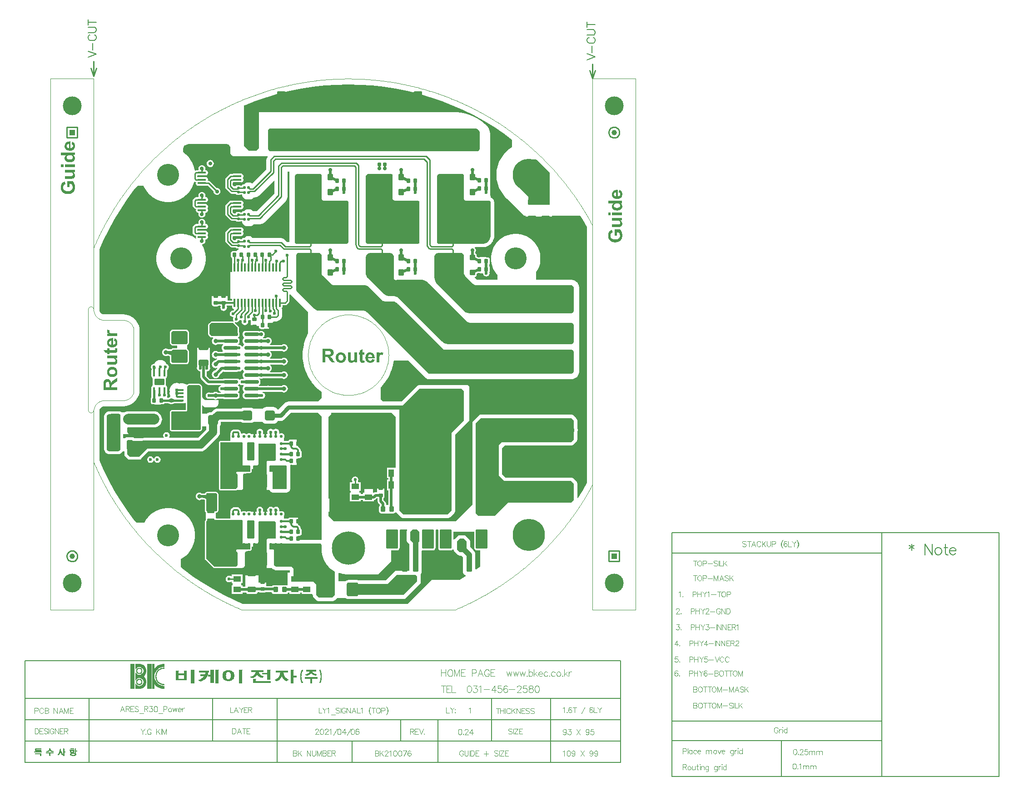
<source format=gtl>
G04*
G04 #@! TF.GenerationSoftware,Altium Limited,Altium Designer,18.1.9 (240)*
G04*
G04 Layer_Physical_Order=1*
G04 Layer_Color=65535*
%FSLAX44Y44*%
%MOMM*%
G71*
G01*
G75*
%ADD11C,0.5000*%
%ADD12C,0.2000*%
%ADD13C,0.2500*%
%ADD14C,0.2540*%
%ADD15C,0.3000*%
%ADD18C,0.1000*%
%ADD19C,0.1800*%
%ADD21C,0.0100*%
%ADD22C,0.0254*%
%ADD23C,0.1524*%
G04:AMPARAMS|DCode=24|XSize=0.8mm|YSize=0.7mm|CornerRadius=0.0875mm|HoleSize=0mm|Usage=FLASHONLY|Rotation=180.000|XOffset=0mm|YOffset=0mm|HoleType=Round|Shape=RoundedRectangle|*
%AMROUNDEDRECTD24*
21,1,0.8000,0.5250,0,0,180.0*
21,1,0.6250,0.7000,0,0,180.0*
1,1,0.1750,-0.3125,0.2625*
1,1,0.1750,0.3125,0.2625*
1,1,0.1750,0.3125,-0.2625*
1,1,0.1750,-0.3125,-0.2625*
%
%ADD24ROUNDEDRECTD24*%
G04:AMPARAMS|DCode=25|XSize=1.6mm|YSize=1mm|CornerRadius=0.125mm|HoleSize=0mm|Usage=FLASHONLY|Rotation=0.000|XOffset=0mm|YOffset=0mm|HoleType=Round|Shape=RoundedRectangle|*
%AMROUNDEDRECTD25*
21,1,1.6000,0.7500,0,0,0.0*
21,1,1.3500,1.0000,0,0,0.0*
1,1,0.2500,0.6750,-0.3750*
1,1,0.2500,-0.6750,-0.3750*
1,1,0.2500,-0.6750,0.3750*
1,1,0.2500,0.6750,0.3750*
%
%ADD25ROUNDEDRECTD25*%
G04:AMPARAMS|DCode=26|XSize=2.159mm|YSize=2.54mm|CornerRadius=0.2699mm|HoleSize=0mm|Usage=FLASHONLY|Rotation=0.000|XOffset=0mm|YOffset=0mm|HoleType=Round|Shape=RoundedRectangle|*
%AMROUNDEDRECTD26*
21,1,2.1590,2.0003,0,0,0.0*
21,1,1.6193,2.5400,0,0,0.0*
1,1,0.5397,0.8096,-1.0001*
1,1,0.5397,-0.8096,-1.0001*
1,1,0.5397,-0.8096,1.0001*
1,1,0.5397,0.8096,1.0001*
%
%ADD26ROUNDEDRECTD26*%
%ADD27R,1.4000X1.0000*%
G04:AMPARAMS|DCode=28|XSize=3.79mm|YSize=5.65mm|CornerRadius=0.5685mm|HoleSize=0mm|Usage=FLASHONLY|Rotation=180.000|XOffset=0mm|YOffset=0mm|HoleType=Round|Shape=RoundedRectangle|*
%AMROUNDEDRECTD28*
21,1,3.7900,4.5130,0,0,180.0*
21,1,2.6530,5.6500,0,0,180.0*
1,1,1.1370,-1.3265,2.2565*
1,1,1.1370,1.3265,2.2565*
1,1,1.1370,1.3265,-2.2565*
1,1,1.1370,-1.3265,-2.2565*
%
%ADD28ROUNDEDRECTD28*%
G04:AMPARAMS|DCode=29|XSize=0.35mm|YSize=1.6mm|CornerRadius=0.0875mm|HoleSize=0mm|Usage=FLASHONLY|Rotation=0.000|XOffset=0mm|YOffset=0mm|HoleType=Round|Shape=RoundedRectangle|*
%AMROUNDEDRECTD29*
21,1,0.3500,1.4250,0,0,0.0*
21,1,0.1750,1.6000,0,0,0.0*
1,1,0.1750,0.0875,-0.7125*
1,1,0.1750,-0.0875,-0.7125*
1,1,0.1750,-0.0875,0.7125*
1,1,0.1750,0.0875,0.7125*
%
%ADD29ROUNDEDRECTD29*%
%ADD30R,1.0000X1.4000*%
G04:AMPARAMS|DCode=31|XSize=1.8mm|YSize=1.8mm|CornerRadius=0.225mm|HoleSize=0mm|Usage=FLASHONLY|Rotation=180.000|XOffset=0mm|YOffset=0mm|HoleType=Round|Shape=RoundedRectangle|*
%AMROUNDEDRECTD31*
21,1,1.8000,1.3500,0,0,180.0*
21,1,1.3500,1.8000,0,0,180.0*
1,1,0.4500,-0.6750,0.6750*
1,1,0.4500,0.6750,0.6750*
1,1,0.4500,0.6750,-0.6750*
1,1,0.4500,-0.6750,-0.6750*
%
%ADD31ROUNDEDRECTD31*%
G04:AMPARAMS|DCode=32|XSize=0.45mm|YSize=0.5mm|CornerRadius=0.0563mm|HoleSize=0mm|Usage=FLASHONLY|Rotation=0.000|XOffset=0mm|YOffset=0mm|HoleType=Round|Shape=RoundedRectangle|*
%AMROUNDEDRECTD32*
21,1,0.4500,0.3875,0,0,0.0*
21,1,0.3375,0.5000,0,0,0.0*
1,1,0.1125,0.1688,-0.1938*
1,1,0.1125,-0.1688,-0.1938*
1,1,0.1125,-0.1688,0.1938*
1,1,0.1125,0.1688,0.1938*
%
%ADD32ROUNDEDRECTD32*%
G04:AMPARAMS|DCode=33|XSize=0.45mm|YSize=0.5mm|CornerRadius=0.0563mm|HoleSize=0mm|Usage=FLASHONLY|Rotation=90.000|XOffset=0mm|YOffset=0mm|HoleType=Round|Shape=RoundedRectangle|*
%AMROUNDEDRECTD33*
21,1,0.4500,0.3875,0,0,90.0*
21,1,0.3375,0.5000,0,0,90.0*
1,1,0.1125,0.1938,0.1688*
1,1,0.1125,0.1938,-0.1688*
1,1,0.1125,-0.1938,-0.1688*
1,1,0.1125,-0.1938,0.1688*
%
%ADD33ROUNDEDRECTD33*%
G04:AMPARAMS|DCode=34|XSize=0.635mm|YSize=2.7mm|CornerRadius=0.1588mm|HoleSize=0mm|Usage=FLASHONLY|Rotation=270.000|XOffset=0mm|YOffset=0mm|HoleType=Round|Shape=RoundedRectangle|*
%AMROUNDEDRECTD34*
21,1,0.6350,2.3825,0,0,270.0*
21,1,0.3175,2.7000,0,0,270.0*
1,1,0.3175,-1.1913,-0.1588*
1,1,0.3175,-1.1913,0.1588*
1,1,0.3175,1.1913,0.1588*
1,1,0.3175,1.1913,-0.1588*
%
%ADD34ROUNDEDRECTD34*%
G04:AMPARAMS|DCode=35|XSize=1mm|YSize=1.3mm|CornerRadius=0.125mm|HoleSize=0mm|Usage=FLASHONLY|Rotation=90.000|XOffset=0mm|YOffset=0mm|HoleType=Round|Shape=RoundedRectangle|*
%AMROUNDEDRECTD35*
21,1,1.0000,1.0500,0,0,90.0*
21,1,0.7500,1.3000,0,0,90.0*
1,1,0.2500,0.5250,0.3750*
1,1,0.2500,0.5250,-0.3750*
1,1,0.2500,-0.5250,-0.3750*
1,1,0.2500,-0.5250,0.3750*
%
%ADD35ROUNDEDRECTD35*%
G04:AMPARAMS|DCode=36|XSize=2.2mm|YSize=3.6mm|CornerRadius=0.22mm|HoleSize=0mm|Usage=FLASHONLY|Rotation=0.000|XOffset=0mm|YOffset=0mm|HoleType=Round|Shape=RoundedRectangle|*
%AMROUNDEDRECTD36*
21,1,2.2000,3.1600,0,0,0.0*
21,1,1.7600,3.6000,0,0,0.0*
1,1,0.4400,0.8800,-1.5800*
1,1,0.4400,-0.8800,-1.5800*
1,1,0.4400,-0.8800,1.5800*
1,1,0.4400,0.8800,1.5800*
%
%ADD36ROUNDEDRECTD36*%
G04:AMPARAMS|DCode=37|XSize=1mm|YSize=2.9mm|CornerRadius=0.1mm|HoleSize=0mm|Usage=FLASHONLY|Rotation=180.000|XOffset=0mm|YOffset=0mm|HoleType=Round|Shape=RoundedRectangle|*
%AMROUNDEDRECTD37*
21,1,1.0000,2.7000,0,0,180.0*
21,1,0.8000,2.9000,0,0,180.0*
1,1,0.2000,-0.4000,1.3500*
1,1,0.2000,0.4000,1.3500*
1,1,0.2000,0.4000,-1.3500*
1,1,0.2000,-0.4000,-1.3500*
%
%ADD37ROUNDEDRECTD37*%
G04:AMPARAMS|DCode=38|XSize=0.45mm|YSize=0.45mm|CornerRadius=0.045mm|HoleSize=0mm|Usage=FLASHONLY|Rotation=180.000|XOffset=0mm|YOffset=0mm|HoleType=Round|Shape=RoundedRectangle|*
%AMROUNDEDRECTD38*
21,1,0.4500,0.3600,0,0,180.0*
21,1,0.3600,0.4500,0,0,180.0*
1,1,0.0900,-0.1800,0.1800*
1,1,0.0900,0.1800,0.1800*
1,1,0.0900,0.1800,-0.1800*
1,1,0.0900,-0.1800,-0.1800*
%
%ADD38ROUNDEDRECTD38*%
G04:AMPARAMS|DCode=39|XSize=2.95mm|YSize=1.75mm|CornerRadius=0.175mm|HoleSize=0mm|Usage=FLASHONLY|Rotation=90.000|XOffset=0mm|YOffset=0mm|HoleType=Round|Shape=RoundedRectangle|*
%AMROUNDEDRECTD39*
21,1,2.9500,1.4000,0,0,90.0*
21,1,2.6000,1.7500,0,0,90.0*
1,1,0.3500,0.7000,1.3000*
1,1,0.3500,0.7000,-1.3000*
1,1,0.3500,-0.7000,-1.3000*
1,1,0.3500,-0.7000,1.3000*
%
%ADD39ROUNDEDRECTD39*%
G04:AMPARAMS|DCode=40|XSize=3.45mm|YSize=1.3mm|CornerRadius=0.13mm|HoleSize=0mm|Usage=FLASHONLY|Rotation=90.000|XOffset=0mm|YOffset=0mm|HoleType=Round|Shape=RoundedRectangle|*
%AMROUNDEDRECTD40*
21,1,3.4500,1.0400,0,0,90.0*
21,1,3.1900,1.3000,0,0,90.0*
1,1,0.2600,0.5200,1.5950*
1,1,0.2600,0.5200,-1.5950*
1,1,0.2600,-0.5200,-1.5950*
1,1,0.2600,-0.5200,1.5950*
%
%ADD40ROUNDEDRECTD40*%
G04:AMPARAMS|DCode=41|XSize=0.8mm|YSize=0.7mm|CornerRadius=0.0875mm|HoleSize=0mm|Usage=FLASHONLY|Rotation=90.000|XOffset=0mm|YOffset=0mm|HoleType=Round|Shape=RoundedRectangle|*
%AMROUNDEDRECTD41*
21,1,0.8000,0.5250,0,0,90.0*
21,1,0.6250,0.7000,0,0,90.0*
1,1,0.1750,0.2625,0.3125*
1,1,0.1750,0.2625,-0.3125*
1,1,0.1750,-0.2625,-0.3125*
1,1,0.1750,-0.2625,0.3125*
%
%ADD41ROUNDEDRECTD41*%
G04:AMPARAMS|DCode=42|XSize=1.8mm|YSize=1.15mm|CornerRadius=0.1438mm|HoleSize=0mm|Usage=FLASHONLY|Rotation=180.000|XOffset=0mm|YOffset=0mm|HoleType=Round|Shape=RoundedRectangle|*
%AMROUNDEDRECTD42*
21,1,1.8000,0.8625,0,0,180.0*
21,1,1.5125,1.1500,0,0,180.0*
1,1,0.2875,-0.7563,0.4313*
1,1,0.2875,0.7563,0.4313*
1,1,0.2875,0.7563,-0.4313*
1,1,0.2875,-0.7563,-0.4313*
%
%ADD42ROUNDEDRECTD42*%
G04:AMPARAMS|DCode=43|XSize=1.8mm|YSize=1.15mm|CornerRadius=0.1438mm|HoleSize=0mm|Usage=FLASHONLY|Rotation=90.000|XOffset=0mm|YOffset=0mm|HoleType=Round|Shape=RoundedRectangle|*
%AMROUNDEDRECTD43*
21,1,1.8000,0.8625,0,0,90.0*
21,1,1.5125,1.1500,0,0,90.0*
1,1,0.2875,0.4313,0.7563*
1,1,0.2875,0.4313,-0.7563*
1,1,0.2875,-0.4313,-0.7563*
1,1,0.2875,-0.4313,0.7563*
%
%ADD43ROUNDEDRECTD43*%
%ADD44C,0.8000*%
G04:AMPARAMS|DCode=45|XSize=0.9mm|YSize=1mm|CornerRadius=0.1125mm|HoleSize=0mm|Usage=FLASHONLY|Rotation=180.000|XOffset=0mm|YOffset=0mm|HoleType=Round|Shape=RoundedRectangle|*
%AMROUNDEDRECTD45*
21,1,0.9000,0.7750,0,0,180.0*
21,1,0.6750,1.0000,0,0,180.0*
1,1,0.2250,-0.3375,0.3875*
1,1,0.2250,0.3375,0.3875*
1,1,0.2250,0.3375,-0.3875*
1,1,0.2250,-0.3375,-0.3875*
%
%ADD45ROUNDEDRECTD45*%
G04:AMPARAMS|DCode=46|XSize=1.8mm|YSize=2.8mm|CornerRadius=0.225mm|HoleSize=0mm|Usage=FLASHONLY|Rotation=0.000|XOffset=0mm|YOffset=0mm|HoleType=Round|Shape=RoundedRectangle|*
%AMROUNDEDRECTD46*
21,1,1.8000,2.3500,0,0,0.0*
21,1,1.3500,2.8000,0,0,0.0*
1,1,0.4500,0.6750,-1.1750*
1,1,0.4500,-0.6750,-1.1750*
1,1,0.4500,-0.6750,1.1750*
1,1,0.4500,0.6750,1.1750*
%
%ADD46ROUNDEDRECTD46*%
G04:AMPARAMS|DCode=47|XSize=0.6mm|YSize=0.65mm|CornerRadius=0.075mm|HoleSize=0mm|Usage=FLASHONLY|Rotation=180.000|XOffset=0mm|YOffset=0mm|HoleType=Round|Shape=RoundedRectangle|*
%AMROUNDEDRECTD47*
21,1,0.6000,0.5000,0,0,180.0*
21,1,0.4500,0.6500,0,0,180.0*
1,1,0.1500,-0.2250,0.2500*
1,1,0.1500,0.2250,0.2500*
1,1,0.1500,0.2250,-0.2500*
1,1,0.1500,-0.2250,-0.2500*
%
%ADD47ROUNDEDRECTD47*%
G04:AMPARAMS|DCode=48|XSize=1.2mm|YSize=1mm|CornerRadius=0.125mm|HoleSize=0mm|Usage=FLASHONLY|Rotation=90.000|XOffset=0mm|YOffset=0mm|HoleType=Round|Shape=RoundedRectangle|*
%AMROUNDEDRECTD48*
21,1,1.2000,0.7500,0,0,90.0*
21,1,0.9500,1.0000,0,0,90.0*
1,1,0.2500,0.3750,0.4750*
1,1,0.2500,0.3750,-0.4750*
1,1,0.2500,-0.3750,-0.4750*
1,1,0.2500,-0.3750,0.4750*
%
%ADD48ROUNDEDRECTD48*%
G04:AMPARAMS|DCode=49|XSize=0.35mm|YSize=1.6mm|CornerRadius=0.0875mm|HoleSize=0mm|Usage=FLASHONLY|Rotation=90.000|XOffset=0mm|YOffset=0mm|HoleType=Round|Shape=RoundedRectangle|*
%AMROUNDEDRECTD49*
21,1,0.3500,1.4250,0,0,90.0*
21,1,0.1750,1.6000,0,0,90.0*
1,1,0.1750,0.7125,0.0875*
1,1,0.1750,0.7125,-0.0875*
1,1,0.1750,-0.7125,-0.0875*
1,1,0.1750,-0.7125,0.0875*
%
%ADD49ROUNDEDRECTD49*%
G04:AMPARAMS|DCode=50|XSize=1.9mm|YSize=1.2mm|CornerRadius=0.12mm|HoleSize=0mm|Usage=FLASHONLY|Rotation=180.000|XOffset=0mm|YOffset=0mm|HoleType=Round|Shape=RoundedRectangle|*
%AMROUNDEDRECTD50*
21,1,1.9000,0.9600,0,0,180.0*
21,1,1.6600,1.2000,0,0,180.0*
1,1,0.2400,-0.8300,0.4800*
1,1,0.2400,0.8300,0.4800*
1,1,0.2400,0.8300,-0.4800*
1,1,0.2400,-0.8300,-0.4800*
%
%ADD50ROUNDEDRECTD50*%
G04:AMPARAMS|DCode=51|XSize=0.4mm|YSize=1.2mm|CornerRadius=0.04mm|HoleSize=0mm|Usage=FLASHONLY|Rotation=180.000|XOffset=0mm|YOffset=0mm|HoleType=Round|Shape=RoundedRectangle|*
%AMROUNDEDRECTD51*
21,1,0.4000,1.1200,0,0,180.0*
21,1,0.3200,1.2000,0,0,180.0*
1,1,0.0800,-0.1600,0.5600*
1,1,0.0800,0.1600,0.5600*
1,1,0.0800,0.1600,-0.5600*
1,1,0.0800,-0.1600,-0.5600*
%
%ADD51ROUNDEDRECTD51*%
G04:AMPARAMS|DCode=52|XSize=0.42mm|YSize=0.7mm|CornerRadius=0.042mm|HoleSize=0mm|Usage=FLASHONLY|Rotation=270.000|XOffset=0mm|YOffset=0mm|HoleType=Round|Shape=RoundedRectangle|*
%AMROUNDEDRECTD52*
21,1,0.4200,0.6160,0,0,270.0*
21,1,0.3360,0.7000,0,0,270.0*
1,1,0.0840,-0.3080,-0.1680*
1,1,0.0840,-0.3080,0.1680*
1,1,0.0840,0.3080,0.1680*
1,1,0.0840,0.3080,-0.1680*
%
%ADD52ROUNDEDRECTD52*%
G04:AMPARAMS|DCode=53|XSize=0.4mm|YSize=0.7mm|CornerRadius=0.04mm|HoleSize=0mm|Usage=FLASHONLY|Rotation=270.000|XOffset=0mm|YOffset=0mm|HoleType=Round|Shape=RoundedRectangle|*
%AMROUNDEDRECTD53*
21,1,0.4000,0.6200,0,0,270.0*
21,1,0.3200,0.7000,0,0,270.0*
1,1,0.0800,-0.3100,-0.1600*
1,1,0.0800,-0.3100,0.1600*
1,1,0.0800,0.3100,0.1600*
1,1,0.0800,0.3100,-0.1600*
%
%ADD53ROUNDEDRECTD53*%
G04:AMPARAMS|DCode=54|XSize=2.794mm|YSize=3.81mm|CornerRadius=0.3493mm|HoleSize=0mm|Usage=FLASHONLY|Rotation=0.000|XOffset=0mm|YOffset=0mm|HoleType=Round|Shape=RoundedRectangle|*
%AMROUNDEDRECTD54*
21,1,2.7940,3.1115,0,0,0.0*
21,1,2.0955,3.8100,0,0,0.0*
1,1,0.6985,1.0478,-1.5558*
1,1,0.6985,-1.0478,-1.5558*
1,1,0.6985,-1.0478,1.5558*
1,1,0.6985,1.0478,1.5558*
%
%ADD54ROUNDEDRECTD54*%
G04:AMPARAMS|DCode=55|XSize=3.6mm|YSize=1.5mm|CornerRadius=0.1875mm|HoleSize=0mm|Usage=FLASHONLY|Rotation=90.000|XOffset=0mm|YOffset=0mm|HoleType=Round|Shape=RoundedRectangle|*
%AMROUNDEDRECTD55*
21,1,3.6000,1.1250,0,0,90.0*
21,1,3.2250,1.5000,0,0,90.0*
1,1,0.3750,0.5625,1.6125*
1,1,0.3750,0.5625,-1.6125*
1,1,0.3750,-0.5625,-1.6125*
1,1,0.3750,-0.5625,1.6125*
%
%ADD55ROUNDEDRECTD55*%
%ADD56R,1.0000X1.0000*%
%ADD57C,1.0000*%
G04:AMPARAMS|DCode=58|XSize=1mm|YSize=1mm|CornerRadius=0.125mm|HoleSize=0mm|Usage=FLASHONLY|Rotation=270.000|XOffset=0mm|YOffset=0mm|HoleType=Round|Shape=RoundedRectangle|*
%AMROUNDEDRECTD58*
21,1,1.0000,0.7500,0,0,270.0*
21,1,0.7500,1.0000,0,0,270.0*
1,1,0.2500,-0.3750,-0.3750*
1,1,0.2500,-0.3750,0.3750*
1,1,0.2500,0.3750,0.3750*
1,1,0.2500,0.3750,-0.3750*
%
%ADD58ROUNDEDRECTD58*%
G04:AMPARAMS|DCode=59|XSize=2.8mm|YSize=1.45mm|CornerRadius=0.1813mm|HoleSize=0mm|Usage=FLASHONLY|Rotation=180.000|XOffset=0mm|YOffset=0mm|HoleType=Round|Shape=RoundedRectangle|*
%AMROUNDEDRECTD59*
21,1,2.8000,1.0875,0,0,180.0*
21,1,2.4375,1.4500,0,0,180.0*
1,1,0.3625,-1.2188,0.5438*
1,1,0.3625,1.2188,0.5438*
1,1,0.3625,1.2188,-0.5438*
1,1,0.3625,-1.2188,-0.5438*
%
%ADD59ROUNDEDRECTD59*%
%ADD60C,2.0000*%
%ADD104C,0.3500*%
%ADD105C,0.4000*%
%ADD106C,0.6000*%
%ADD107C,0.8000*%
%ADD108C,1.0000*%
%ADD109C,1.5000*%
%ADD110C,3.0000*%
%ADD111R,13.2500X4.2500*%
%ADD112C,6.2000*%
%ADD113C,4.1000*%
%ADD114C,6.0000*%
G04:AMPARAMS|DCode=115|XSize=2mm|YSize=2mm|CornerRadius=0.3mm|HoleSize=0mm|Usage=FLASHONLY|Rotation=0.000|XOffset=0mm|YOffset=0mm|HoleType=Round|Shape=RoundedRectangle|*
%AMROUNDEDRECTD115*
21,1,2.0000,1.4000,0,0,0.0*
21,1,1.4000,2.0000,0,0,0.0*
1,1,0.6000,0.7000,-0.7000*
1,1,0.6000,-0.7000,-0.7000*
1,1,0.6000,-0.7000,0.7000*
1,1,0.6000,0.7000,0.7000*
%
%ADD115ROUNDEDRECTD115*%
%ADD116C,2.0000*%
%ADD117C,2.5400*%
%ADD118C,3.5000*%
%ADD119C,0.6000*%
%ADD120C,0.7000*%
G36*
X-225311Y392805D02*
X-223945Y392240D01*
X-222716Y391420D01*
X-221671Y390375D01*
X-220850Y389145D01*
X-220286Y387780D01*
X-220096Y386821D01*
X-220000Y385591D01*
X-220000Y385591D01*
X-220000Y385591D01*
X-220000Y378091D01*
X-219964Y377355D01*
X-219678Y375913D01*
X-219116Y374554D01*
X-218299Y373332D01*
X-217259Y372292D01*
X-216036Y371475D01*
X-214678Y370913D01*
X-213235Y370626D01*
X-212500Y370591D01*
X-150873Y370591D01*
X-150387Y369417D01*
X-150527Y369277D01*
X-151770Y367659D01*
X-152227Y366554D01*
X-152550Y365773D01*
X-152817Y363750D01*
Y345738D01*
X-179108Y319447D01*
X-179527Y319475D01*
X-181002Y320606D01*
X-182720Y321318D01*
X-184564Y321561D01*
X-187938D01*
X-189782Y321318D01*
X-191500Y320606D01*
X-192976Y319475D01*
X-194053Y318070D01*
X-195436D01*
X-196826Y317793D01*
X-198005Y317006D01*
X-198792Y315828D01*
X-198841Y315582D01*
X-200610D01*
X-201672Y316292D01*
X-203062Y316569D01*
X-206938D01*
X-208328Y316292D01*
X-209506Y315505D01*
X-210289Y314333D01*
X-213205D01*
X-215667Y316795D01*
Y320936D01*
X-214397Y321978D01*
X-214125Y321924D01*
X-199875D01*
X-198363Y322225D01*
X-197081Y323081D01*
X-196225Y324363D01*
X-195924Y325875D01*
Y327625D01*
X-196225Y329137D01*
X-196801Y330000D01*
X-196225Y330863D01*
X-195924Y332375D01*
Y334125D01*
X-196225Y335637D01*
X-197081Y336919D01*
X-198363Y337775D01*
X-199875Y338076D01*
X-214125D01*
X-215637Y337775D01*
X-215924Y337583D01*
X-219250D01*
X-220908Y337253D01*
X-222314Y336314D01*
X-228064Y330564D01*
X-229003Y329158D01*
X-229333Y327500D01*
Y312500D01*
X-229003Y310842D01*
X-228064Y309436D01*
X-220564Y301936D01*
X-219158Y300997D01*
X-217500Y300667D01*
X-210289D01*
X-209506Y299495D01*
X-208328Y298708D01*
X-206938Y298431D01*
X-203062D01*
X-201672Y298708D01*
X-200610Y299418D01*
X-198841D01*
X-198792Y299172D01*
X-198315Y298458D01*
X-198229Y297805D01*
X-197165Y295236D01*
X-195472Y293029D01*
X-193265Y291336D01*
X-190696Y290272D01*
X-187938Y289909D01*
X-184564D01*
X-181806Y290272D01*
X-179237Y291336D01*
X-177030Y293029D01*
X-176552Y293653D01*
X-175000D01*
X-172063Y294039D01*
X-169327Y295173D01*
X-166977Y296976D01*
X-138990Y324963D01*
X-137817Y324477D01*
Y300738D01*
X-170738Y267817D01*
X-178319D01*
X-178394Y267999D01*
X-179526Y269475D01*
X-181002Y270607D01*
X-182720Y271318D01*
X-184564Y271561D01*
X-187938D01*
X-189782Y271318D01*
X-191500Y270607D01*
X-192976Y269475D01*
X-194053Y268070D01*
X-195436D01*
X-196826Y267793D01*
X-198005Y267006D01*
X-198792Y265828D01*
X-198841Y265582D01*
X-200610D01*
X-201672Y266292D01*
X-203062Y266569D01*
X-206938D01*
X-208328Y266292D01*
X-209506Y265505D01*
X-210289Y264333D01*
X-213205D01*
X-215667Y266795D01*
Y270936D01*
X-214397Y271978D01*
X-214125Y271924D01*
X-199875D01*
X-198363Y272225D01*
X-197081Y273081D01*
X-196225Y274363D01*
X-195924Y275875D01*
Y277625D01*
X-196225Y279137D01*
X-196801Y280000D01*
X-196225Y280863D01*
X-195924Y282375D01*
Y284125D01*
X-196225Y285637D01*
X-197081Y286919D01*
X-198363Y287775D01*
X-199875Y288076D01*
X-214125D01*
X-215637Y287775D01*
X-215924Y287583D01*
X-219250D01*
X-220908Y287253D01*
X-222314Y286314D01*
X-228064Y280564D01*
X-229003Y279158D01*
X-229333Y277500D01*
Y262500D01*
X-229003Y260842D01*
X-228064Y259436D01*
X-220564Y251936D01*
X-219158Y250997D01*
X-217500Y250667D01*
X-210289D01*
X-209506Y249495D01*
X-208328Y248708D01*
X-206938Y248431D01*
X-203062D01*
X-201672Y248708D01*
X-200610Y249418D01*
X-198841D01*
X-198792Y249172D01*
X-198315Y248458D01*
X-198229Y247805D01*
X-197165Y245236D01*
X-195472Y243029D01*
X-193265Y241336D01*
X-190696Y240272D01*
X-187938Y239909D01*
X-184564D01*
X-181806Y240272D01*
X-179237Y241336D01*
X-177030Y243029D01*
X-176552Y243653D01*
X-165000D01*
X-162063Y244039D01*
X-159326Y245173D01*
X-156976Y246976D01*
X-116976Y286976D01*
X-115173Y289326D01*
X-114039Y292063D01*
X-113653Y295000D01*
Y341403D01*
X-110000D01*
Y210317D01*
X-114262D01*
X-119473Y215527D01*
X-121091Y216770D01*
X-122196Y217227D01*
X-122977Y217551D01*
X-125000Y217817D01*
X-178319D01*
X-178394Y217999D01*
X-179526Y219475D01*
X-181002Y220607D01*
X-182720Y221318D01*
X-184564Y221561D01*
X-187938D01*
X-189782Y221318D01*
X-191500Y220607D01*
X-192976Y219475D01*
X-194053Y218070D01*
X-195436D01*
X-196826Y217793D01*
X-198005Y217006D01*
X-198792Y215828D01*
X-198841Y215582D01*
X-200610D01*
X-201672Y216292D01*
X-203062Y216569D01*
X-206938D01*
X-208328Y216292D01*
X-209506Y215505D01*
X-210289Y214333D01*
X-213205D01*
X-215667Y216795D01*
Y220936D01*
X-214397Y221978D01*
X-214125Y221924D01*
X-199875D01*
X-198363Y222225D01*
X-197081Y223081D01*
X-196225Y224363D01*
X-195924Y225875D01*
Y227625D01*
X-196225Y229137D01*
X-196801Y230000D01*
X-196225Y230863D01*
X-195924Y232375D01*
Y234125D01*
X-196225Y235637D01*
X-197081Y236919D01*
X-198363Y237775D01*
X-199875Y238076D01*
X-214125D01*
X-215637Y237775D01*
X-215924Y237583D01*
X-219250D01*
X-220908Y237253D01*
X-222314Y236314D01*
X-228064Y230564D01*
X-229003Y229158D01*
X-229333Y227500D01*
Y212500D01*
X-229003Y210842D01*
X-228064Y209436D01*
X-220564Y201936D01*
X-219158Y200997D01*
X-217500Y200667D01*
X-210289D01*
X-209506Y199495D01*
X-208328Y198708D01*
X-206938Y198431D01*
X-204663D01*
X-204410Y197161D01*
X-205844Y196567D01*
X-207385Y195385D01*
X-208448Y194000D01*
X-209493D01*
X-209875Y194076D01*
X-215125D01*
X-216637Y193775D01*
X-217919Y192919D01*
X-218775Y191637D01*
X-219076Y190125D01*
Y183875D01*
X-218775Y182363D01*
X-217919Y181081D01*
X-216637Y180225D01*
X-216583Y180214D01*
Y171924D01*
X-216775Y171637D01*
X-217076Y170125D01*
Y155875D01*
X-217794Y155000D01*
X-220000D01*
Y105000D01*
X-217794D01*
X-217076Y104125D01*
Y101588D01*
X-225500D01*
Y109751D01*
X-239500D01*
Y109751D01*
X-240500Y109751D01*
X-254500Y109751D01*
X-254500Y100258D01*
X-254576Y99876D01*
Y94626D01*
X-254275Y93114D01*
X-253419Y91832D01*
X-252137Y90976D01*
X-250625Y90675D01*
X-244375D01*
X-242863Y90976D01*
X-241864Y91643D01*
X-238861D01*
X-238195Y90373D01*
X-238617Y88251D01*
X-238152Y85910D01*
X-236826Y83925D01*
X-234841Y82599D01*
X-232500Y82134D01*
X-230159Y82599D01*
X-228174Y83925D01*
X-226848Y85910D01*
X-226382Y88251D01*
X-226848Y90592D01*
X-226581Y91832D01*
X-226194Y92412D01*
X-217076D01*
Y89875D01*
X-216775Y88363D01*
X-215919Y87081D01*
X-214637Y86225D01*
X-213855Y86069D01*
X-213437Y84691D01*
X-215013Y83115D01*
X-217341Y82652D01*
X-219326Y81326D01*
X-220652Y79341D01*
X-221117Y77000D01*
X-220652Y74659D01*
X-219326Y72674D01*
X-217341Y71348D01*
X-215132Y70909D01*
X-214333Y69819D01*
X-214652Y69341D01*
X-215117Y67000D01*
X-214652Y64659D01*
X-213970Y63639D01*
X-214734Y62496D01*
X-215000Y62549D01*
X-255000Y62549D01*
X-255975Y62355D01*
X-256802Y61803D01*
X-259185Y59420D01*
X-259326Y59326D01*
X-259420Y59185D01*
X-260553Y58052D01*
X-261105Y57225D01*
X-261299Y56250D01*
X-261299Y38749D01*
X-261105Y37774D01*
X-261105Y37774D01*
X-261105Y37774D01*
X-260552Y36947D01*
X-256802Y33197D01*
X-255975Y32645D01*
X-255975Y32645D01*
X-255441Y32539D01*
X-255000Y32451D01*
X-252417D01*
X-251986Y31181D01*
X-252492Y30793D01*
X-253614Y29330D01*
X-254320Y27627D01*
X-254560Y25800D01*
X-254320Y23973D01*
X-253614Y22270D01*
X-252492Y20808D01*
X-251030Y19686D01*
X-249327Y18980D01*
X-247500Y18740D01*
X-245673Y18980D01*
X-243970Y19686D01*
X-243309Y20192D01*
X-239907D01*
X-239841Y20148D01*
X-237500Y19683D01*
X-235159Y20148D01*
X-235093Y20192D01*
X-233653D01*
X-233598Y20156D01*
X-233565Y20058D01*
Y18842D01*
X-233598Y18744D01*
X-234720Y17995D01*
X-235734Y16478D01*
X-236090Y14688D01*
Y11513D01*
X-235734Y9723D01*
X-234720Y8205D01*
X-234526Y8075D01*
X-234358Y6436D01*
X-234779Y6008D01*
X-243309D01*
X-243970Y6514D01*
X-245673Y7220D01*
X-247500Y7460D01*
X-249327Y7220D01*
X-251030Y6514D01*
X-252492Y5393D01*
X-253615Y3930D01*
X-254320Y2227D01*
X-254560Y400D01*
X-254320Y-1427D01*
X-253615Y-3130D01*
X-252492Y-4592D01*
X-251030Y-5714D01*
X-249327Y-6420D01*
X-247500Y-6660D01*
X-245673Y-6420D01*
X-245104Y-7559D01*
X-246265Y-8335D01*
X-248502Y-10572D01*
X-249327Y-10680D01*
X-251030Y-11386D01*
X-252492Y-12507D01*
X-253615Y-13970D01*
X-254320Y-15673D01*
X-254560Y-17500D01*
X-254320Y-19327D01*
X-253615Y-21030D01*
X-252492Y-22492D01*
X-251030Y-23614D01*
X-249327Y-24320D01*
X-247500Y-24560D01*
X-245673Y-24320D01*
X-245030Y-24054D01*
X-244311Y-25130D01*
X-248502Y-29321D01*
X-249327Y-29430D01*
X-251030Y-30136D01*
X-252492Y-31258D01*
X-253615Y-32720D01*
X-254320Y-34423D01*
X-254560Y-36250D01*
X-254320Y-38077D01*
X-253615Y-39780D01*
X-252492Y-41242D01*
X-251030Y-42365D01*
X-249327Y-43070D01*
X-247500Y-43310D01*
X-245673Y-43070D01*
X-243970Y-42365D01*
X-242507Y-41242D01*
X-241385Y-39780D01*
X-240680Y-38077D01*
X-240571Y-37252D01*
X-233927Y-30608D01*
X-233653D01*
X-233202Y-30909D01*
X-231413Y-31265D01*
X-207588D01*
X-205798Y-30909D01*
X-205569Y-30756D01*
X-203750Y-31117D01*
X-201409Y-30652D01*
X-199424Y-29326D01*
X-198204Y-27499D01*
X-197568Y-27468D01*
X-196882Y-27633D01*
X-196734Y-28377D01*
X-195720Y-29895D01*
X-194598Y-30644D01*
X-194564Y-30742D01*
Y-31958D01*
X-194598Y-32056D01*
X-195720Y-32805D01*
X-196734Y-34323D01*
X-197090Y-36112D01*
Y-39288D01*
X-196734Y-41077D01*
X-195720Y-42595D01*
X-195508Y-42736D01*
X-195254Y-44410D01*
X-195281Y-44444D01*
X-195812Y-44712D01*
X-197970Y-44282D01*
X-200311Y-44748D01*
X-202296Y-46074D01*
X-202334Y-46132D01*
X-203861D01*
X-204280Y-45505D01*
X-205798Y-44491D01*
X-207588Y-44135D01*
X-231413D01*
X-233202Y-44491D01*
X-233653Y-44792D01*
X-258527D01*
X-264392Y-38927D01*
Y-31144D01*
X-263750Y-30617D01*
X-261409Y-30152D01*
X-259424Y-28826D01*
X-258098Y-26841D01*
X-257633Y-24500D01*
X-258098Y-22159D01*
X-258142Y-22093D01*
Y-20465D01*
X-257913Y-19312D01*
Y-10688D01*
X-258000Y-10251D01*
Y13500D01*
X-282000D01*
Y-10250D01*
X-282087Y-10688D01*
Y-19312D01*
X-281858Y-20465D01*
Y-22093D01*
X-281902Y-22159D01*
X-282367Y-24500D01*
X-281902Y-26841D01*
X-280576Y-28826D01*
X-278591Y-30152D01*
X-276250Y-30617D01*
X-275608Y-31144D01*
Y-41250D01*
X-275181Y-43396D01*
X-273965Y-45215D01*
X-264815Y-54365D01*
X-262996Y-55581D01*
X-260850Y-56008D01*
X-237860D01*
X-237735Y-57278D01*
X-238591Y-57448D01*
X-240576Y-58774D01*
X-241902Y-60759D01*
X-242367Y-63100D01*
X-241902Y-65441D01*
X-240576Y-67426D01*
X-238591Y-68752D01*
X-237734Y-68922D01*
X-237859Y-70192D01*
X-243309D01*
X-243970Y-69686D01*
X-245673Y-68980D01*
X-247500Y-68740D01*
X-249327Y-68980D01*
X-251030Y-69686D01*
X-251691Y-70192D01*
X-257593D01*
X-257659Y-70148D01*
X-260000Y-69682D01*
X-262341Y-70148D01*
X-264326Y-71474D01*
X-265652Y-73459D01*
X-266117Y-75800D01*
X-265652Y-78141D01*
X-264326Y-80126D01*
X-262341Y-81452D01*
X-260000Y-81917D01*
X-257659Y-81452D01*
X-257593Y-81408D01*
X-251691D01*
X-251030Y-81915D01*
X-249327Y-82620D01*
X-247500Y-82860D01*
X-245673Y-82620D01*
X-243970Y-81915D01*
X-243309Y-81408D01*
X-233653D01*
X-233202Y-81709D01*
X-231413Y-82065D01*
X-207588D01*
X-205798Y-81709D01*
X-204280Y-80695D01*
X-203266Y-79177D01*
X-202910Y-77387D01*
Y-74212D01*
X-203266Y-72423D01*
X-204280Y-70905D01*
X-205402Y-70156D01*
X-205436Y-70058D01*
Y-68842D01*
X-205402Y-68744D01*
X-204280Y-67995D01*
X-203266Y-66477D01*
X-202910Y-64688D01*
Y-61512D01*
X-203266Y-59722D01*
X-204280Y-58205D01*
X-205402Y-57456D01*
X-205435Y-57358D01*
X-205436Y-56142D01*
X-205402Y-56044D01*
X-204280Y-55295D01*
X-203861Y-54668D01*
X-202334D01*
X-202296Y-54726D01*
X-200311Y-56052D01*
X-197970Y-56518D01*
X-195812Y-56088D01*
X-195225Y-56384D01*
X-195166Y-57835D01*
X-195720Y-58205D01*
X-196734Y-59722D01*
X-197090Y-61512D01*
Y-64688D01*
X-196734Y-66477D01*
X-195720Y-67995D01*
X-194598Y-68744D01*
X-194564Y-68842D01*
Y-70058D01*
X-194598Y-70156D01*
X-195720Y-70905D01*
X-196734Y-72423D01*
X-197090Y-74212D01*
Y-77387D01*
X-196734Y-79177D01*
X-195720Y-80695D01*
X-194202Y-81709D01*
X-192412Y-82065D01*
X-168587D01*
X-166798Y-81709D01*
X-166347Y-81408D01*
X-163707D01*
X-163641Y-81452D01*
X-161300Y-81917D01*
X-158959Y-81452D01*
X-156974Y-80126D01*
X-155648Y-78141D01*
X-155182Y-75800D01*
X-155648Y-73459D01*
X-156974Y-71474D01*
X-158959Y-70148D01*
X-159816Y-69978D01*
X-159691Y-68708D01*
X-152407D01*
X-152341Y-68752D01*
X-150000Y-69218D01*
X-147659Y-68752D01*
X-147593Y-68708D01*
X-124191D01*
X-123530Y-69214D01*
X-121827Y-69920D01*
X-120000Y-70160D01*
X-118173Y-69920D01*
X-116470Y-69214D01*
X-115007Y-68092D01*
X-113885Y-66630D01*
X-113180Y-64927D01*
X-112940Y-63100D01*
X-113180Y-61273D01*
X-113885Y-59570D01*
X-115007Y-58108D01*
X-116470Y-56986D01*
X-118173Y-56280D01*
X-120000Y-56040D01*
X-121827Y-56280D01*
X-123530Y-56986D01*
X-124191Y-57492D01*
X-147593D01*
X-147659Y-57448D01*
X-150000Y-56982D01*
X-152341Y-57448D01*
X-152407Y-57492D01*
X-166347D01*
X-166402Y-57456D01*
X-166435Y-57358D01*
Y-56142D01*
X-166402Y-56044D01*
X-165280Y-55295D01*
X-164266Y-53777D01*
X-163910Y-51988D01*
Y-48812D01*
X-164266Y-47023D01*
X-165280Y-45505D01*
X-165544Y-45329D01*
X-165502Y-43830D01*
X-165165Y-43632D01*
X-164197Y-44033D01*
X-162500Y-44256D01*
X-160803Y-44033D01*
X-159222Y-43378D01*
X-159131Y-43308D01*
X-124191D01*
X-123530Y-43815D01*
X-121827Y-44520D01*
X-120000Y-44760D01*
X-118173Y-44520D01*
X-116470Y-43815D01*
X-115007Y-42692D01*
X-113885Y-41230D01*
X-113180Y-39527D01*
X-112940Y-37700D01*
X-113180Y-35873D01*
X-113885Y-34170D01*
X-115007Y-32708D01*
X-116470Y-31586D01*
X-118173Y-30880D01*
X-120000Y-30640D01*
X-121827Y-30880D01*
X-123530Y-31586D01*
X-124191Y-32092D01*
X-145658D01*
X-146089Y-30822D01*
X-145008Y-29992D01*
X-143885Y-28530D01*
X-143180Y-26827D01*
X-142940Y-25000D01*
X-143180Y-23173D01*
X-143885Y-21470D01*
X-145008Y-20008D01*
X-146089Y-19178D01*
X-145658Y-17908D01*
X-124191D01*
X-123530Y-18414D01*
X-121827Y-19120D01*
X-120000Y-19360D01*
X-118173Y-19120D01*
X-116470Y-18414D01*
X-115007Y-17292D01*
X-113885Y-15830D01*
X-113180Y-14127D01*
X-112940Y-12300D01*
X-113180Y-10473D01*
X-113885Y-8770D01*
X-115007Y-7308D01*
X-116470Y-6186D01*
X-118173Y-5480D01*
X-120000Y-5240D01*
X-121827Y-5480D01*
X-123530Y-6186D01*
X-124191Y-6692D01*
X-145658D01*
X-146089Y-5422D01*
X-145008Y-4592D01*
X-143885Y-3130D01*
X-143180Y-1427D01*
X-142940Y400D01*
X-143180Y2227D01*
X-143885Y3930D01*
X-145008Y5393D01*
X-146089Y6222D01*
X-145658Y7492D01*
X-124191D01*
X-123530Y6986D01*
X-121827Y6280D01*
X-120000Y6040D01*
X-118173Y6280D01*
X-116470Y6986D01*
X-115007Y8108D01*
X-113885Y9570D01*
X-113180Y11273D01*
X-112940Y13100D01*
X-113180Y14927D01*
X-113885Y16630D01*
X-115007Y18092D01*
X-116470Y19215D01*
X-118173Y19920D01*
X-120000Y20160D01*
X-121827Y19920D01*
X-123530Y19215D01*
X-124191Y18708D01*
X-145658D01*
X-146089Y19978D01*
X-145008Y20808D01*
X-143885Y22270D01*
X-143180Y23973D01*
X-142940Y25800D01*
X-143180Y27627D01*
X-143885Y29330D01*
X-145008Y30793D01*
X-146470Y31915D01*
X-148173Y32620D01*
X-150000Y32860D01*
X-151827Y32620D01*
X-153530Y31915D01*
X-154191Y31408D01*
X-159131D01*
X-159222Y31478D01*
Y32822D01*
X-157864Y33864D01*
X-156822Y35222D01*
X-156167Y36803D01*
X-155944Y38500D01*
X-156167Y40197D01*
X-156822Y41778D01*
X-157864Y43136D01*
X-159222Y44178D01*
X-160803Y44833D01*
X-162500Y45056D01*
X-164197Y44833D01*
X-165778Y44178D01*
X-165869Y44108D01*
X-166347D01*
X-166798Y44409D01*
X-168587Y44765D01*
X-192412D01*
X-194202Y44409D01*
X-195720Y43395D01*
X-196734Y41877D01*
X-197090Y40087D01*
Y36913D01*
X-196734Y35123D01*
X-195720Y33605D01*
X-194598Y32856D01*
X-194564Y32758D01*
X-194564Y31542D01*
X-194598Y31444D01*
X-195720Y30695D01*
X-196734Y29177D01*
X-197090Y27387D01*
Y24213D01*
X-196734Y22423D01*
X-195720Y20905D01*
X-194598Y20156D01*
X-194564Y20058D01*
Y18842D01*
X-194598Y18744D01*
X-195720Y17995D01*
X-196734Y16478D01*
X-196882Y15733D01*
X-197569Y15568D01*
X-198204Y15599D01*
X-199424Y17426D01*
X-201409Y18752D01*
X-203750Y19218D01*
X-204846Y19000D01*
X-205341Y20196D01*
X-204280Y20905D01*
X-203266Y22423D01*
X-202910Y24213D01*
Y27387D01*
X-203266Y29177D01*
X-204280Y30695D01*
X-205402Y31444D01*
X-205436Y31542D01*
Y32758D01*
X-205402Y32856D01*
X-204280Y33605D01*
X-203266Y35123D01*
X-202910Y36913D01*
Y40087D01*
X-203266Y41877D01*
X-203701Y42528D01*
X-203701Y51250D01*
X-203895Y52225D01*
X-204448Y53052D01*
X-211475Y60080D01*
X-210850Y61250D01*
X-209000Y60883D01*
X-206659Y61348D01*
X-204674Y62674D01*
X-203348Y64659D01*
X-201932Y65267D01*
X-200000Y64882D01*
X-199655Y64951D01*
X-198752Y63836D01*
X-199118Y62000D01*
X-198652Y59659D01*
X-197326Y57674D01*
X-195341Y56348D01*
X-193000Y55883D01*
X-190659Y56348D01*
X-188674Y57674D01*
X-187348Y59659D01*
X-186882Y62000D01*
X-187248Y63836D01*
X-186345Y64951D01*
X-186000Y64882D01*
X-183659Y65348D01*
X-183196Y65658D01*
X-182076Y65059D01*
Y63875D01*
X-182000Y63493D01*
X-182000Y54000D01*
X-168000Y54000D01*
Y54000D01*
X-166826Y53769D01*
Y52375D01*
X-166525Y50863D01*
X-165669Y49581D01*
X-164387Y48725D01*
X-162875Y48424D01*
X-157625D01*
X-157243Y48500D01*
X-147750D01*
Y59936D01*
X-144625D01*
X-142700Y60190D01*
X-140906Y60933D01*
X-139365Y62115D01*
X-138929Y62683D01*
X-134417D01*
X-132394Y62950D01*
X-131613Y63273D01*
X-130508Y63730D01*
X-128890Y64973D01*
X-125973Y67889D01*
X-124731Y69508D01*
X-123949Y71394D01*
X-123683Y73417D01*
Y83296D01*
X-123949Y85319D01*
X-124550Y86768D01*
X-124081Y87081D01*
X-123225Y88363D01*
X-122924Y89875D01*
Y92667D01*
X-118000D01*
X-116342Y92997D01*
X-114936Y93936D01*
X-110936Y97936D01*
X-109997Y99342D01*
X-109667Y101000D01*
Y112366D01*
X-108493Y112852D01*
X-75000Y79358D01*
Y40183D01*
X-76776Y36860D01*
X-76853Y36657D01*
X-76947Y36480D01*
X-77062Y36204D01*
X-77200Y35965D01*
X-80020Y29157D01*
X-80091Y28891D01*
X-80137Y28779D01*
X-80208Y28544D01*
X-80353Y28225D01*
X-82492Y21173D01*
X-82549Y20828D01*
X-82557Y20802D01*
X-82591Y20630D01*
X-82733Y20213D01*
X-84170Y12986D01*
X-84203Y12490D01*
X-84316Y12007D01*
X-85038Y4673D01*
X-85021Y4177D01*
X-85086Y3684D01*
Y-3684D01*
X-85021Y-4177D01*
X-85038Y-4673D01*
X-84316Y-12007D01*
X-84203Y-12490D01*
X-84170Y-12986D01*
X-82733Y-20213D01*
X-82591Y-20630D01*
X-82557Y-20802D01*
X-82549Y-20828D01*
X-82492Y-21173D01*
X-80353Y-28225D01*
X-80208Y-28544D01*
X-80137Y-28779D01*
X-80091Y-28891D01*
X-80020Y-29157D01*
X-77200Y-35965D01*
X-77062Y-36204D01*
X-76947Y-36480D01*
X-76853Y-36657D01*
X-76776Y-36860D01*
X-73302Y-43359D01*
X-73176Y-43535D01*
X-73018Y-43831D01*
X-72871Y-44051D01*
X-72794Y-44208D01*
X-68700Y-50335D01*
X-68584Y-50466D01*
X-68387Y-50762D01*
X-68189Y-51003D01*
X-68110Y-51130D01*
X-63435Y-56826D01*
X-63326Y-56928D01*
X-63099Y-57205D01*
X-62856Y-57448D01*
X-62771Y-57560D01*
X-57560Y-62771D01*
X-57448Y-62856D01*
X-57205Y-63099D01*
X-56928Y-63326D01*
X-56826Y-63435D01*
X-51130Y-68110D01*
X-51003Y-68189D01*
X-50762Y-68387D01*
X-50466Y-68584D01*
X-50335Y-68700D01*
X-50000Y-68923D01*
Y-80000D01*
X-56909Y-86909D01*
X-111489D01*
X-114230Y-87270D01*
X-116784Y-88328D01*
X-118978Y-90011D01*
X-130696Y-101730D01*
X-132008Y-101576D01*
X-132107Y-101337D01*
X-133509Y-99509D01*
X-135337Y-98107D01*
X-137466Y-97225D01*
X-139750Y-96924D01*
X-153250D01*
X-155534Y-97225D01*
X-157663Y-98107D01*
X-159491Y-99509D01*
X-160251Y-100500D01*
X-176682D01*
X-178094Y-99417D01*
X-179857Y-98687D01*
X-181750Y-98438D01*
X-195250D01*
X-197143Y-98687D01*
X-198906Y-99417D01*
X-199525Y-99892D01*
X-243250D01*
X-246513Y-100322D01*
X-249554Y-101581D01*
X-252165Y-103585D01*
X-255768Y-107188D01*
X-258750D01*
X-260643Y-107437D01*
X-262406Y-108167D01*
X-263818Y-109250D01*
X-272951D01*
Y-93959D01*
X-271811Y-93547D01*
X-271681Y-93570D01*
X-270893Y-94750D01*
X-269836Y-95806D01*
X-268593Y-96637D01*
X-267213Y-97208D01*
X-265747Y-97500D01*
X-249261D01*
X-247812Y-97212D01*
X-246447Y-96646D01*
X-245219Y-95826D01*
X-244174Y-94781D01*
X-243354Y-93553D01*
X-242788Y-92188D01*
X-242500Y-90739D01*
Y-84409D01*
X-263977D01*
X-264821Y-84368D01*
X-266476Y-84039D01*
X-268035Y-83393D01*
X-269438Y-82455D01*
X-270632Y-81262D01*
X-271570Y-79858D01*
X-272215Y-78299D01*
X-272433Y-77206D01*
Y-76570D01*
X-272698Y-75236D01*
X-272856Y-75000D01*
X-272698Y-74764D01*
X-272433Y-73430D01*
Y-70070D01*
X-272698Y-68736D01*
X-272856Y-68500D01*
X-272698Y-68264D01*
X-272433Y-66930D01*
Y-63570D01*
X-272698Y-62236D01*
X-272951Y-61858D01*
Y-58903D01*
X-273145Y-57928D01*
X-273602Y-56825D01*
X-274154Y-55998D01*
X-274998Y-55154D01*
X-274998Y-55154D01*
X-275825Y-54602D01*
X-276928Y-54145D01*
X-277903Y-53951D01*
X-293000D01*
X-293000Y-53951D01*
X-297696Y-53951D01*
X-298672Y-54145D01*
X-299958Y-54678D01*
X-300785Y-55230D01*
X-301170Y-55615D01*
X-302665Y-54468D01*
X-305200Y-53418D01*
X-307920Y-53060D01*
X-314080D01*
X-315126Y-53198D01*
X-316606Y-52585D01*
X-320000Y-52138D01*
X-323394Y-52585D01*
X-326556Y-53895D01*
X-329272Y-55978D01*
X-331356Y-58694D01*
X-332665Y-61856D01*
X-333112Y-65250D01*
X-332684Y-68500D01*
X-333112Y-71750D01*
X-332665Y-75144D01*
X-332025Y-76690D01*
X-332009Y-76794D01*
X-332437Y-78183D01*
X-333530Y-78636D01*
X-333826Y-78862D01*
X-333983Y-78979D01*
X-334828Y-79598D01*
X-334957Y-79652D01*
X-334958Y-79652D01*
X-336097Y-79652D01*
X-337365D01*
X-338044Y-78382D01*
X-337348Y-77341D01*
X-336883Y-75000D01*
X-337348Y-72659D01*
X-337962Y-71741D01*
X-337933Y-71600D01*
Y-60400D01*
X-338197Y-59073D01*
X-338949Y-57949D01*
X-339486Y-57590D01*
X-340244Y-56439D01*
X-339918Y-54800D01*
Y-45200D01*
X-340244Y-43561D01*
X-339486Y-42410D01*
X-338949Y-42051D01*
X-338197Y-40927D01*
X-337933Y-39600D01*
Y-28400D01*
X-338036Y-27883D01*
X-336454Y-26826D01*
X-335128Y-24841D01*
X-334662Y-22500D01*
X-335128Y-20159D01*
X-336454Y-18174D01*
X-338439Y-16848D01*
X-338776Y-16781D01*
X-339123Y-15944D01*
X-341207Y-13228D01*
X-343922Y-11144D01*
X-347085Y-9835D01*
X-350479Y-9388D01*
X-353872Y-9835D01*
X-357035Y-11144D01*
X-359750Y-13228D01*
X-361834Y-15944D01*
X-362017Y-16386D01*
X-364341Y-16848D01*
X-366326Y-18174D01*
X-367652Y-20159D01*
X-368118Y-22500D01*
X-367652Y-24841D01*
X-366588Y-26433D01*
Y-26752D01*
X-366803Y-27073D01*
X-367067Y-28400D01*
Y-39600D01*
X-366803Y-40927D01*
X-366051Y-42051D01*
X-365514Y-42410D01*
X-364756Y-43561D01*
X-365082Y-45200D01*
Y-54800D01*
X-364756Y-56439D01*
X-365514Y-57590D01*
X-366051Y-57949D01*
X-366803Y-59073D01*
X-367067Y-60400D01*
Y-65842D01*
X-367098Y-66000D01*
Y-78617D01*
X-367419Y-78831D01*
X-368275Y-80113D01*
X-368576Y-81625D01*
Y-87875D01*
X-368275Y-89387D01*
X-367419Y-90669D01*
X-366137Y-91525D01*
X-364625Y-91826D01*
X-361500D01*
Y-92250D01*
X-349500D01*
Y-91826D01*
X-346375D01*
X-344863Y-91525D01*
X-343582Y-90669D01*
X-343033Y-89848D01*
X-336097D01*
X-334958Y-89848D01*
X-334957Y-89848D01*
X-334828Y-89902D01*
X-333983Y-90521D01*
X-333826Y-90638D01*
X-333530Y-90864D01*
X-331827Y-91570D01*
X-330000Y-91810D01*
X-328173Y-91570D01*
X-326470Y-90864D01*
X-326146Y-90616D01*
X-325172Y-89902D01*
X-323923Y-89848D01*
X-321175D01*
X-319250Y-90101D01*
X-315910D01*
X-314100Y-90340D01*
X-307900D01*
X-305185Y-89982D01*
X-304105Y-89535D01*
X-303049Y-90240D01*
Y-102365D01*
X-303074Y-102426D01*
X-303135Y-102451D01*
X-328497D01*
X-329473Y-102645D01*
X-330392Y-103026D01*
X-331219Y-103578D01*
X-331922Y-104282D01*
X-331922Y-104282D01*
X-332474Y-105108D01*
X-332855Y-106027D01*
X-333049Y-107003D01*
Y-137997D01*
X-332855Y-138973D01*
X-332474Y-139892D01*
X-331922Y-140719D01*
X-331219Y-141422D01*
X-331218Y-141422D01*
X-330392Y-141974D01*
X-329473Y-142355D01*
X-328497Y-142549D01*
X-277503D01*
X-276527Y-142355D01*
X-275608Y-141974D01*
X-274781Y-141422D01*
X-274078Y-140719D01*
X-274078Y-140719D01*
X-273526Y-139892D01*
X-273145Y-138973D01*
X-272951Y-137997D01*
Y-133250D01*
X-264608D01*
Y-138780D01*
X-280535Y-154707D01*
X-333484D01*
X-334162Y-153437D01*
X-333430Y-152341D01*
X-332965Y-150000D01*
X-333430Y-147659D01*
X-334756Y-145674D01*
X-336741Y-144348D01*
X-339082Y-143883D01*
X-341423Y-144348D01*
X-343408Y-145674D01*
X-344734Y-147659D01*
X-345200Y-150000D01*
X-344734Y-152341D01*
X-344002Y-153437D01*
X-344680Y-154707D01*
X-380812D01*
X-382293Y-154902D01*
X-399136Y-154902D01*
X-400676Y-153874D01*
X-403187Y-153374D01*
X-411813D01*
X-414324Y-153874D01*
X-416454Y-155296D01*
X-416590Y-155500D01*
X-419902D01*
Y-147500D01*
X-412405D01*
X-411231Y-147500D01*
X-407500D01*
X-407500Y-147500D01*
X-408475Y-147404D01*
X-409709Y-146893D01*
X-410705Y-146230D01*
X-411657Y-145278D01*
X-412404Y-143476D01*
X-412500Y-142500D01*
Y-137500D01*
X-412405Y-136534D01*
X-411729Y-134902D01*
X-410000Y-135073D01*
X-410000Y-135073D01*
X-362500D01*
X-359560Y-134783D01*
X-356732Y-133925D01*
X-354126Y-132532D01*
X-351842Y-130658D01*
X-349968Y-128374D01*
X-348575Y-125768D01*
X-347717Y-122941D01*
X-347427Y-120000D01*
X-347717Y-117059D01*
X-348575Y-114232D01*
X-349968Y-111626D01*
X-351842Y-109342D01*
X-354126Y-107468D01*
X-356732Y-106075D01*
X-359560Y-105217D01*
X-362500Y-104927D01*
X-410000D01*
X-412940Y-105217D01*
X-415768Y-106075D01*
X-417289Y-106888D01*
X-422367D01*
X-422479Y-106776D01*
X-423096Y-106364D01*
X-424133Y-105671D01*
X-425052Y-105290D01*
X-427003Y-104902D01*
X-445995D01*
X-447946Y-105290D01*
X-449783Y-106051D01*
X-451437Y-107156D01*
X-452844Y-108563D01*
X-452844Y-108563D01*
X-453949Y-110217D01*
X-454710Y-112055D01*
X-455098Y-114005D01*
Y-115000D01*
Y-175000D01*
Y-175995D01*
X-454710Y-177945D01*
X-453949Y-179783D01*
X-452844Y-181437D01*
X-452844Y-181437D01*
X-451437Y-182844D01*
X-451437Y-182844D01*
X-449783Y-183949D01*
X-447945Y-184710D01*
X-445995Y-185098D01*
X-429005D01*
X-427055Y-184710D01*
X-425217Y-183949D01*
X-423563Y-182844D01*
X-423563Y-182844D01*
X-422156Y-181437D01*
X-421051Y-179783D01*
X-420934Y-179500D01*
X-417598D01*
Y-185000D01*
X-417210Y-186951D01*
X-416105Y-188605D01*
X-411105Y-193605D01*
X-409451Y-194710D01*
X-407500Y-195098D01*
X-390000D01*
X-388049Y-194710D01*
X-386395Y-193605D01*
X-381395Y-188605D01*
X-372713Y-179923D01*
X-275312D01*
X-272049Y-179493D01*
X-269009Y-178234D01*
X-266397Y-176230D01*
X-243085Y-152918D01*
X-241081Y-150307D01*
X-239822Y-147266D01*
X-239392Y-144003D01*
Y-132275D01*
X-238917Y-131656D01*
X-238187Y-129893D01*
X-237938Y-128000D01*
Y-125108D01*
X-199525D01*
X-198906Y-125583D01*
X-197143Y-126313D01*
X-195250Y-126562D01*
X-181750D01*
X-179857Y-126313D01*
X-178094Y-125583D01*
X-176682Y-124500D01*
X-160251D01*
X-159491Y-125491D01*
X-157663Y-126893D01*
X-155534Y-127775D01*
X-153250Y-128076D01*
X-139750D01*
X-137466Y-127775D01*
X-135337Y-126893D01*
X-133509Y-125491D01*
X-132107Y-123663D01*
X-131870Y-123091D01*
X-126489D01*
X-123748Y-122730D01*
X-121194Y-121672D01*
X-119001Y-119989D01*
X-107102Y-108091D01*
X-56909D01*
X-50000Y-115000D01*
X-50000Y-267999D01*
X-50233D01*
Y-291999D01*
X-50000D01*
X-50000Y-344094D01*
X-50392Y-344519D01*
X-51270Y-344933D01*
X-51309Y-344917D01*
X-51735Y-344861D01*
X-52149Y-344750D01*
X-52580Y-344750D01*
X-53006Y-344694D01*
X-53749Y-344694D01*
X-53750Y-344694D01*
X-94000Y-344694D01*
Y-337076D01*
X-90875D01*
X-89363Y-336775D01*
X-88081Y-335919D01*
X-87225Y-334637D01*
X-86924Y-333125D01*
Y-326875D01*
X-87225Y-325363D01*
X-88081Y-324081D01*
X-88855Y-323564D01*
X-89001Y-322455D01*
X-89984Y-320083D01*
X-91546Y-318046D01*
X-93583Y-316483D01*
X-94000Y-316311D01*
Y-303000D01*
X-103493D01*
X-103875Y-302924D01*
X-109125D01*
X-110637Y-303225D01*
X-111918Y-304081D01*
X-112637Y-305157D01*
X-120000D01*
Y-299721D01*
X-119950Y-299646D01*
X-119682Y-298300D01*
Y-294700D01*
X-119950Y-293354D01*
X-120000Y-293279D01*
Y-292500D01*
X-120521D01*
X-120713Y-292213D01*
X-121854Y-291450D01*
X-123200Y-291182D01*
X-126800D01*
X-128146Y-291450D01*
X-128202Y-291487D01*
X-129264Y-290670D01*
X-128882Y-288750D01*
X-129348Y-286409D01*
X-130674Y-284424D01*
X-132659Y-283098D01*
X-135000Y-282633D01*
X-137341Y-283098D01*
X-139202Y-284342D01*
X-139638Y-284483D01*
X-140362D01*
X-140798Y-284342D01*
X-142659Y-283098D01*
X-145000Y-282633D01*
X-147341Y-283098D01*
X-149326Y-284424D01*
X-150652Y-286409D01*
X-151117Y-288750D01*
X-150652Y-291091D01*
X-150559Y-291230D01*
X-151238Y-292500D01*
X-158762D01*
X-159441Y-291230D01*
X-159348Y-291091D01*
X-158883Y-288750D01*
X-159348Y-286409D01*
X-160674Y-284424D01*
X-162659Y-283098D01*
X-165000Y-282633D01*
X-167341Y-283098D01*
X-169326Y-284424D01*
X-170652Y-286409D01*
X-171117Y-288750D01*
X-170652Y-291091D01*
X-170559Y-291230D01*
X-171238Y-292500D01*
X-180521D01*
X-180713Y-292213D01*
X-181854Y-291450D01*
X-183200Y-291182D01*
X-186800D01*
X-188146Y-291450D01*
X-189287Y-292213D01*
X-189360Y-292321D01*
X-190640D01*
X-190713Y-292213D01*
X-191854Y-291450D01*
X-193200Y-291182D01*
X-196800D01*
X-198146Y-291450D01*
X-198887Y-291945D01*
X-200120Y-291418D01*
X-200157Y-291383D01*
Y-291250D01*
X-200247Y-290796D01*
X-200437Y-289357D01*
X-201167Y-287594D01*
X-202329Y-286079D01*
X-203844Y-284917D01*
X-205607Y-284187D01*
X-207046Y-283997D01*
X-207500Y-283907D01*
X-212500D01*
X-212953Y-283997D01*
X-214393Y-284187D01*
X-216156Y-284917D01*
X-217671Y-286079D01*
X-218833Y-287594D01*
X-219563Y-289357D01*
X-219753Y-290796D01*
X-219843Y-291250D01*
Y-292500D01*
X-220000D01*
Y-293279D01*
X-220050Y-293354D01*
X-220318Y-294700D01*
Y-298300D01*
X-220050Y-299646D01*
X-220000Y-299721D01*
Y-304951D01*
X-227444Y-304951D01*
X-227500Y-304944D01*
X-227556Y-304951D01*
X-245852Y-304951D01*
X-246750Y-304053D01*
X-246750Y-294168D01*
X-246677Y-293799D01*
X-246001D01*
X-245026Y-293605D01*
X-244566Y-293415D01*
X-243739Y-292862D01*
X-243388Y-292511D01*
X-243388Y-292511D01*
X-242835Y-291684D01*
X-242645Y-291224D01*
X-242645Y-291224D01*
X-242645Y-291224D01*
X-242555Y-290771D01*
X-242451Y-290249D01*
X-242451Y-290249D01*
X-242451Y-290248D01*
X-242451Y-290000D01*
X-242451Y-290000D01*
X-242451Y-259503D01*
X-242645Y-258527D01*
X-243026Y-257609D01*
X-243578Y-256782D01*
X-244282Y-256078D01*
X-245108Y-255526D01*
X-245109Y-255526D01*
X-246027Y-255145D01*
X-247003Y-254951D01*
X-261996D01*
X-261996Y-254951D01*
X-262500D01*
X-262997Y-254951D01*
X-262997Y-254951D01*
X-262997Y-254951D01*
X-263421Y-255035D01*
X-263972Y-255145D01*
X-263972Y-255145D01*
X-264891Y-255525D01*
X-264892Y-255526D01*
X-264892Y-255526D01*
X-265276Y-255783D01*
X-265718Y-256078D01*
X-265718Y-256078D01*
X-265719Y-256078D01*
X-266422Y-256782D01*
X-266422Y-256782D01*
X-266975Y-257609D01*
X-267107Y-257928D01*
X-268184Y-258142D01*
X-273309D01*
X-273970Y-257635D01*
X-275673Y-256930D01*
X-277500Y-256690D01*
X-279327Y-256930D01*
X-281030Y-257635D01*
X-282492Y-258757D01*
X-283614Y-260220D01*
X-284320Y-261923D01*
X-284560Y-263750D01*
X-284320Y-265577D01*
X-283614Y-267280D01*
X-282492Y-268742D01*
X-281030Y-269865D01*
X-279327Y-270570D01*
X-277500Y-270810D01*
X-275673Y-270570D01*
X-273970Y-269865D01*
X-273309Y-269358D01*
X-271107D01*
X-269322Y-269593D01*
X-267549Y-270327D01*
X-267549Y-290249D01*
X-267355Y-291224D01*
X-267165Y-291684D01*
X-267165Y-291684D01*
X-267165Y-291684D01*
X-266612Y-292511D01*
X-266261Y-292862D01*
X-265833Y-293148D01*
Y-293750D01*
X-265750Y-294168D01*
X-265750Y-305832D01*
X-265833Y-306250D01*
Y-307657D01*
X-266041Y-307866D01*
X-266594Y-308692D01*
X-267355Y-310530D01*
X-267355Y-310530D01*
X-267355Y-310530D01*
X-267444Y-310976D01*
X-267549Y-311506D01*
X-267549Y-311506D01*
X-267549Y-311506D01*
X-267549Y-312500D01*
X-267549Y-380000D01*
X-267355Y-380975D01*
X-266802Y-381802D01*
X-251802Y-396802D01*
X-250975Y-397355D01*
X-250000Y-397549D01*
X-210000Y-397549D01*
X-209752Y-397549D01*
X-209751Y-397549D01*
X-209751Y-397549D01*
X-209266Y-397453D01*
X-208776Y-397355D01*
X-208776Y-397355D01*
X-208776Y-397355D01*
X-208317Y-397165D01*
X-208070Y-397000D01*
X-198423D01*
X-198139Y-396984D01*
X-196858Y-396651D01*
X-195667Y-396076D01*
X-194610Y-395279D01*
X-193730Y-394291D01*
X-193059Y-393150D01*
X-192624Y-391901D01*
X-192500Y-391250D01*
X-192500Y-368750D01*
D01*
Y-368750D01*
Y-368750D01*
X-192500Y-368253D01*
X-192120Y-367334D01*
X-191416Y-366631D01*
X-190497Y-366250D01*
X-190000Y-366250D01*
X-188000D01*
Y-365049D01*
X-183501D01*
X-182526Y-364855D01*
X-182066Y-364665D01*
X-181239Y-364112D01*
X-180888Y-363760D01*
X-180613Y-363349D01*
X-180335Y-362934D01*
X-180145Y-362474D01*
X-180145Y-362474D01*
X-180145Y-362474D01*
X-180056Y-362028D01*
X-179951Y-361499D01*
X-179951Y-361499D01*
X-179951Y-361499D01*
Y-357500D01*
X-177500D01*
Y-352500D01*
Y-352251D01*
X-177310Y-351792D01*
X-176958Y-351440D01*
X-176499Y-351250D01*
X-171250D01*
X-170518Y-351178D01*
X-169167Y-350618D01*
X-168132Y-349584D01*
X-167572Y-348232D01*
X-167500Y-347500D01*
X-167500Y-311250D01*
Y-311001D01*
X-167310Y-310542D01*
X-166958Y-310190D01*
X-166499Y-310000D01*
X-166250D01*
X-138750Y-310000D01*
X-138750Y-310000D01*
X-138004Y-310000D01*
X-136626Y-310571D01*
X-135571Y-311626D01*
X-135000Y-313004D01*
Y-313750D01*
X-135000Y-340000D01*
X-135000Y-340000D01*
X-135000Y-340497D01*
X-135381Y-341416D01*
X-136084Y-342119D01*
X-137003Y-342500D01*
X-137500Y-342500D01*
X-150000Y-342500D01*
X-150000Y-342500D01*
X-150488Y-342548D01*
X-151389Y-342921D01*
X-152079Y-343611D01*
X-152452Y-344512D01*
X-152500Y-345000D01*
Y-395000D01*
Y-395000D01*
X-152452Y-395488D01*
X-152079Y-396389D01*
X-151468Y-397000D01*
X-142867D01*
X-142848Y-397019D01*
X-142587Y-397360D01*
X-142105Y-397841D01*
X-141991Y-397991D01*
X-141841Y-398105D01*
X-141110Y-398837D01*
X-140769Y-399098D01*
X-140465Y-399402D01*
X-140093Y-399617D01*
X-139752Y-399879D01*
X-139355Y-400043D01*
X-138983Y-400258D01*
X-137053Y-401057D01*
X-136638Y-401169D01*
X-136241Y-401333D01*
X-135815Y-401389D01*
X-135400Y-401500D01*
X-134970D01*
X-134544Y-401556D01*
X-133500D01*
X-117996Y-401556D01*
X-117994Y-401556D01*
X-117526Y-401556D01*
X-116627Y-401556D01*
X-109056Y-401556D01*
Y-406000D01*
X-113500D01*
Y-428889D01*
X-114445Y-429785D01*
X-114515Y-429739D01*
X-116124Y-429418D01*
X-122874D01*
X-123289Y-429501D01*
X-131710D01*
X-132124Y-429418D01*
X-138874D01*
X-140484Y-429739D01*
X-141848Y-430650D01*
X-142010Y-430892D01*
X-153000D01*
X-153000Y-424000D01*
X-167000D01*
X-168000Y-423348D01*
X-168000Y-410500D01*
X-192000Y-410500D01*
X-192000Y-431892D01*
X-197500D01*
Y-429500D01*
X-199500D01*
Y-425500D01*
X-197500D01*
Y-409500D01*
X-217500D01*
Y-412097D01*
X-218770Y-412776D01*
X-220159Y-411848D01*
X-222500Y-411382D01*
X-224841Y-411848D01*
X-226826Y-413174D01*
X-228152Y-415159D01*
X-228618Y-417500D01*
X-228152Y-419841D01*
X-226826Y-421826D01*
X-224841Y-423152D01*
X-222500Y-423618D01*
X-220159Y-423152D01*
X-218770Y-422224D01*
X-217500Y-422903D01*
Y-425500D01*
X-215500D01*
Y-429500D01*
X-217500D01*
Y-445500D01*
X-197500D01*
Y-443108D01*
X-190620D01*
X-189814Y-444314D01*
X-188408Y-445253D01*
X-186750Y-445583D01*
X-173250D01*
X-171592Y-445253D01*
X-170186Y-444314D01*
X-169247Y-442908D01*
X-169087Y-442108D01*
X-165636D01*
X-164637Y-442775D01*
X-163125Y-443076D01*
X-156875D01*
X-155363Y-442775D01*
X-154364Y-442108D01*
X-142934D01*
X-142760Y-442984D01*
X-141848Y-444348D01*
X-140484Y-445260D01*
X-138874Y-445580D01*
X-132124D01*
X-131726Y-445501D01*
X-123272D01*
X-122874Y-445580D01*
X-116124D01*
X-114515Y-445260D01*
X-113150Y-444348D01*
X-112321Y-443108D01*
X-110000D01*
Y-445500D01*
X-90000D01*
Y-443108D01*
X-87500D01*
Y-445500D01*
X-67500D01*
X-66556Y-446287D01*
Y-447500D01*
X-66333Y-449197D01*
X-66333Y-449197D01*
X-66333Y-449197D01*
X-66001Y-449997D01*
X-65678Y-450778D01*
X-65678Y-450778D01*
X-65678Y-450778D01*
X-65210Y-451388D01*
X-64636Y-452136D01*
X-59636Y-457136D01*
X-58278Y-458178D01*
X-58278Y-458178D01*
X-56697Y-458833D01*
X-56697Y-458833D01*
X-56697Y-458833D01*
X-55943Y-458932D01*
X-55000Y-459056D01*
X-55000Y-459056D01*
X-55000Y-459056D01*
X-30000Y-459056D01*
X-28303Y-458833D01*
X-26722Y-458178D01*
X-25364Y-457136D01*
X-21228Y-453000D01*
X-5717D01*
X-4119Y-454226D01*
X-2246Y-455002D01*
X-236Y-455266D01*
X15956D01*
X17966Y-455002D01*
X17970Y-455000D01*
X105000D01*
X135000Y-425000D01*
Y-408001D01*
X135551Y-407282D01*
X136307Y-405458D01*
X136565Y-403500D01*
Y-390262D01*
X136599Y-390000D01*
Y-364824D01*
X137869Y-364238D01*
X139700Y-364602D01*
X157300D01*
X159329Y-364198D01*
X161049Y-363049D01*
X162198Y-361329D01*
X162602Y-359300D01*
Y-327700D01*
X162317Y-326270D01*
X163161Y-325000D01*
X166839D01*
X167683Y-326270D01*
X167398Y-327700D01*
Y-359300D01*
X167802Y-361329D01*
X168951Y-363049D01*
X170671Y-364198D01*
X172700Y-364602D01*
X190300D01*
X192329Y-364198D01*
X194049Y-363049D01*
X194674Y-362114D01*
X195944Y-362499D01*
Y-362500D01*
X196167Y-364197D01*
X196822Y-365778D01*
X197864Y-367136D01*
X202864Y-372136D01*
X204222Y-373178D01*
X205803Y-373833D01*
X207500Y-374056D01*
X210152D01*
X213401Y-377305D01*
Y-390000D01*
X213435Y-390262D01*
Y-403500D01*
X213693Y-405458D01*
X214449Y-407282D01*
X215651Y-408849D01*
X217218Y-410051D01*
X218685Y-410659D01*
X218981Y-411980D01*
X207500Y-419409D01*
X155000Y-419409D01*
X110252Y-464157D01*
X-196834D01*
X-213101Y-457000D01*
X-232833Y-447269D01*
X-252121Y-436687D01*
X-270929Y-425274D01*
X-289221Y-413052D01*
X-306963Y-400043D01*
X-312500Y-395599D01*
Y-380651D01*
X-308006Y-378056D01*
X-302815Y-374072D01*
X-298188Y-369445D01*
X-294204Y-364254D01*
X-290932Y-358587D01*
X-288428Y-352541D01*
X-286734Y-346220D01*
X-285880Y-339732D01*
Y-332112D01*
X-286736Y-325613D01*
X-288432Y-319280D01*
X-290941Y-313224D01*
X-294219Y-307546D01*
X-298210Y-302345D01*
X-302845Y-297710D01*
X-308046Y-293719D01*
X-313724Y-290441D01*
X-319780Y-287932D01*
X-326113Y-286236D01*
X-332612Y-285380D01*
X-339082D01*
X-345591Y-286237D01*
X-351932Y-287936D01*
X-357997Y-290448D01*
X-363683Y-293731D01*
X-368891Y-297727D01*
X-373533Y-302369D01*
X-377529Y-307578D01*
X-380371Y-312500D01*
X-395599D01*
X-400043Y-306963D01*
X-413052Y-289221D01*
X-425274Y-270929D01*
X-436687Y-252121D01*
X-447269Y-232833D01*
X-457000Y-213101D01*
X-464157Y-196834D01*
Y-105000D01*
X-464179Y-104831D01*
X-463888Y-102618D01*
X-462969Y-100399D01*
X-461507Y-98493D01*
X-459601Y-97031D01*
X-457382Y-96112D01*
X-456222Y-95959D01*
X-455000Y-95843D01*
X-454991Y-95843D01*
X-453730Y-95842D01*
X-419564Y-95815D01*
X-419095Y-95753D01*
X-415140Y-95441D01*
X-410440Y-94313D01*
X-405974Y-92463D01*
X-401853Y-89938D01*
X-398177Y-86798D01*
X-395038Y-83123D01*
X-392513Y-79001D01*
X-390663Y-74536D01*
X-389534Y-69836D01*
X-389250Y-66226D01*
X-389250Y-66223D01*
X-389249Y-66207D01*
X-389155Y-65017D01*
X-389157Y-64991D01*
X-389157D01*
Y45000D01*
X-389155D01*
X-389535Y49825D01*
X-390665Y54532D01*
X-392517Y59003D01*
X-395046Y63130D01*
X-398189Y66811D01*
X-401870Y69954D01*
X-405997Y72483D01*
X-410468Y74335D01*
X-415175Y75465D01*
X-420000Y75845D01*
Y75843D01*
X-420000Y75843D01*
X-455000D01*
X-455169Y75820D01*
X-457382Y76112D01*
X-459601Y77031D01*
X-461507Y78493D01*
X-462969Y80399D01*
X-463888Y82618D01*
X-464179Y84831D01*
X-464157Y85000D01*
Y196835D01*
X-456998Y213104D01*
X-447268Y232835D01*
X-436686Y252123D01*
X-425274Y270931D01*
X-413051Y289223D01*
X-400042Y306965D01*
X-393203Y315487D01*
X-381733D01*
X-380812Y313263D01*
X-377529Y307577D01*
X-373533Y302369D01*
X-368891Y297727D01*
X-363683Y293731D01*
X-357997Y290448D01*
X-351932Y287936D01*
X-345591Y286237D01*
X-339082Y285380D01*
X-332528D01*
X-326040Y286234D01*
X-319719Y287928D01*
X-313673Y290432D01*
X-308006Y293704D01*
X-302815Y297687D01*
X-298188Y302315D01*
X-294204Y307506D01*
X-290932Y313173D01*
X-288428Y319219D01*
X-287526Y322586D01*
X-286337Y323033D01*
X-285908Y322747D01*
X-284250Y322417D01*
X-283903Y321994D01*
X-284076Y321125D01*
Y319375D01*
X-283775Y317863D01*
X-282919Y316581D01*
X-281637Y315725D01*
X-280125Y315424D01*
X-265875D01*
X-264363Y315725D01*
X-264076Y315917D01*
X-262134D01*
X-251506Y305289D01*
X-251556Y304911D01*
X-251333Y303214D01*
X-250678Y301632D01*
X-249636Y300275D01*
X-248278Y299233D01*
X-246697Y298578D01*
X-245000Y298354D01*
X-243303Y298578D01*
X-241722Y299233D01*
X-240364Y300275D01*
X-239322Y301632D01*
X-238667Y303214D01*
X-238444Y304911D01*
X-238667Y306607D01*
X-239322Y308188D01*
X-240364Y309546D01*
X-241722Y310588D01*
X-243303Y311243D01*
X-245000Y311467D01*
X-245378Y311417D01*
X-257275Y323314D01*
X-258681Y324253D01*
X-260340Y324583D01*
X-261180D01*
X-261986Y325565D01*
X-261924Y325875D01*
Y327625D01*
X-262225Y329137D01*
X-263081Y330419D01*
X-264363Y331275D01*
X-265875Y331576D01*
X-280125D01*
X-280647Y331472D01*
X-281917Y332499D01*
Y334001D01*
X-280647Y335028D01*
X-280125Y334924D01*
X-265875D01*
X-264363Y335225D01*
X-263081Y336081D01*
X-262225Y337363D01*
X-261924Y338875D01*
Y340625D01*
X-262225Y342137D01*
X-263081Y343419D01*
X-264363Y344275D01*
X-265807Y344562D01*
X-266097Y344672D01*
X-266674Y345536D01*
X-266662Y345846D01*
X-266444Y347500D01*
X-266667Y349197D01*
X-267322Y350778D01*
X-268364Y352136D01*
X-269722Y353178D01*
X-271303Y353833D01*
X-273000Y354056D01*
X-274697Y353833D01*
X-276278Y353178D01*
X-277636Y352136D01*
X-278678Y350778D01*
X-279333Y349197D01*
X-279556Y347500D01*
X-279338Y345846D01*
X-279326Y345536D01*
X-279903Y344672D01*
X-280193Y344562D01*
X-281637Y344275D01*
X-281924Y344083D01*
X-284000D01*
X-285153Y343854D01*
X-286530Y344582D01*
X-286736Y346147D01*
X-288432Y352480D01*
X-290941Y358536D01*
X-294219Y364214D01*
X-298210Y369415D01*
X-302845Y374050D01*
X-307873Y377908D01*
Y384627D01*
X-307835Y385399D01*
X-307534Y386913D01*
X-306943Y388339D01*
X-306086Y389622D01*
X-305170Y390537D01*
X-304221Y391230D01*
D01*
X-303167Y391796D01*
X-302285Y392161D01*
X-300772Y392462D01*
X-300000Y392500D01*
X-300000D01*
X-298974Y393090D01*
X-227500Y393091D01*
X-226761Y393092D01*
X-225311Y392805D01*
D02*
G37*
G36*
X-517884Y385924D02*
X-517857D01*
X-517801D01*
X-517662D01*
X-517524Y385952D01*
X-517329Y385979D01*
X-517107Y386007D01*
X-516635Y386091D01*
X-516080Y386229D01*
X-515497Y386424D01*
X-514942Y386701D01*
X-514442Y387090D01*
Y387118D01*
X-514386Y387146D01*
X-514248Y387284D01*
X-514053Y387534D01*
X-513859Y387867D01*
X-513637Y388284D01*
X-513442Y388783D01*
X-513304Y389339D01*
X-513276Y389644D01*
X-513248Y389949D01*
Y390144D01*
X-513276Y390338D01*
X-513331Y390616D01*
X-513387Y390921D01*
X-513498Y391227D01*
X-513665Y391560D01*
X-513859Y391865D01*
X-513887Y391893D01*
X-513970Y392004D01*
X-514137Y392143D01*
X-514359Y392309D01*
X-514636Y392531D01*
X-514997Y392726D01*
X-515414Y392920D01*
X-515913Y393087D01*
X-515080Y397973D01*
X-515053D01*
X-514969Y397917D01*
X-514831Y397862D01*
X-514636Y397806D01*
X-514414Y397695D01*
X-514164Y397556D01*
X-513859Y397417D01*
X-513554Y397251D01*
X-512887Y396834D01*
X-512221Y396307D01*
X-511555Y395696D01*
X-511249Y395335D01*
X-510972Y394975D01*
X-510944Y394947D01*
X-510916Y394891D01*
X-510833Y394780D01*
X-510750Y394614D01*
X-510639Y394419D01*
X-510527Y394169D01*
X-510416Y393892D01*
X-510278Y393586D01*
X-510139Y393226D01*
X-510028Y392837D01*
X-509917Y392420D01*
X-509806Y391976D01*
X-509722Y391504D01*
X-509639Y390977D01*
X-509611Y390449D01*
X-509584Y389894D01*
Y389672D01*
X-509611Y389422D01*
X-509639Y389089D01*
X-509667Y388700D01*
X-509750Y388228D01*
X-509833Y387729D01*
X-509972Y387173D01*
X-510139Y386590D01*
X-510361Y386007D01*
X-510611Y385424D01*
X-510916Y384813D01*
X-511277Y384258D01*
X-511693Y383703D01*
X-512165Y383203D01*
X-512721Y382731D01*
X-512748Y382704D01*
X-512832Y382648D01*
X-512971Y382565D01*
X-513193Y382454D01*
X-513442Y382315D01*
X-513720Y382148D01*
X-514081Y381982D01*
X-514470Y381815D01*
X-514914Y381649D01*
X-515414Y381482D01*
X-515941Y381315D01*
X-516496Y381177D01*
X-517107Y381066D01*
X-517746Y380982D01*
X-518440Y380927D01*
X-519134Y380899D01*
X-519189D01*
X-519328D01*
X-519578Y380927D01*
X-519883D01*
X-520272Y380982D01*
X-520744Y381038D01*
X-521216Y381093D01*
X-521771Y381204D01*
X-522326Y381315D01*
X-522909Y381482D01*
X-523520Y381676D01*
X-524131Y381898D01*
X-524714Y382176D01*
X-525297Y382509D01*
X-525852Y382870D01*
X-526352Y383287D01*
X-526380Y383314D01*
X-526463Y383398D01*
X-526602Y383536D01*
X-526768Y383731D01*
X-526963Y383953D01*
X-527185Y384258D01*
X-527435Y384591D01*
X-527685Y384952D01*
X-527907Y385369D01*
X-528157Y385841D01*
X-528379Y386340D01*
X-528573Y386896D01*
X-528740Y387451D01*
X-528878Y388062D01*
X-528962Y388728D01*
X-528989Y389394D01*
Y389589D01*
X-528962Y389783D01*
X-528934Y390088D01*
X-528906Y390421D01*
X-528851Y390838D01*
X-528767Y391282D01*
X-528656Y391754D01*
X-528490Y392281D01*
X-528323Y392809D01*
X-528101Y393336D01*
X-527823Y393892D01*
X-527518Y394419D01*
X-527157Y394947D01*
X-526713Y395446D01*
X-526241Y395918D01*
X-526213Y395946D01*
X-526102Y396029D01*
X-525963Y396141D01*
X-525741Y396279D01*
X-525436Y396474D01*
X-525075Y396668D01*
X-524658Y396890D01*
X-524187Y397112D01*
X-523631Y397334D01*
X-522993Y397529D01*
X-522326Y397723D01*
X-521577Y397890D01*
X-520744Y398028D01*
X-519856Y398139D01*
X-518912Y398223D01*
X-517884D01*
Y385924D01*
D02*
G37*
G36*
X237917Y422116D02*
X239737Y421362D01*
X241375Y420268D01*
X242768Y418875D01*
X243862Y417237D01*
X244616Y415417D01*
X245000Y413485D01*
X245000Y412500D01*
X245000Y412500D01*
X245000Y385000D01*
X245000Y384005D01*
X244239Y382167D01*
X242832Y380761D01*
X240994Y380000D01*
X240000Y380000D01*
X240000D01*
X-145000Y380000D01*
X-145995Y380000D01*
X-147832Y380761D01*
X-149239Y382168D01*
X-150000Y384005D01*
Y385000D01*
Y385000D01*
X-150000Y417500D01*
X-150000Y418494D01*
X-149239Y420332D01*
X-147832Y421739D01*
X-145995Y422500D01*
X-145000Y422500D01*
X-145000Y422500D01*
X235000Y422500D01*
X235985Y422500D01*
X237917Y422116D01*
D02*
G37*
G36*
X-510000Y372931D02*
X-512693D01*
X-512637Y372876D01*
X-512554Y372820D01*
X-512471Y372737D01*
X-512165Y372487D01*
X-511832Y372182D01*
X-511444Y371765D01*
X-511027Y371321D01*
X-510666Y370794D01*
X-510333Y370238D01*
Y370211D01*
X-510305Y370183D01*
X-510278Y370072D01*
X-510222Y369961D01*
X-510083Y369655D01*
X-509972Y369267D01*
X-509833Y368795D01*
X-509695Y368267D01*
X-509611Y367712D01*
X-509584Y367129D01*
Y366990D01*
X-509611Y366824D01*
Y366601D01*
X-509667Y366324D01*
X-509722Y365991D01*
X-509806Y365630D01*
X-509917Y365241D01*
X-510028Y364825D01*
X-510194Y364380D01*
X-510416Y363936D01*
X-510666Y363464D01*
X-510944Y363020D01*
X-511305Y362548D01*
X-511693Y362104D01*
X-512138Y361660D01*
X-512165Y361632D01*
X-512249Y361576D01*
X-512415Y361438D01*
X-512610Y361299D01*
X-512887Y361132D01*
X-513193Y360938D01*
X-513581Y360744D01*
X-513998Y360522D01*
X-514497Y360299D01*
X-515025Y360105D01*
X-515636Y359911D01*
X-516274Y359744D01*
X-516968Y359605D01*
X-517718Y359494D01*
X-518523Y359411D01*
X-519356Y359383D01*
X-519411D01*
X-519578D01*
X-519800Y359411D01*
X-520133D01*
X-520522Y359439D01*
X-520966Y359494D01*
X-521493Y359578D01*
X-522021Y359661D01*
X-522604Y359772D01*
X-523187Y359911D01*
X-523770Y360105D01*
X-524381Y360299D01*
X-524964Y360549D01*
X-525519Y360855D01*
X-526046Y361188D01*
X-526519Y361576D01*
X-526546Y361604D01*
X-526630Y361688D01*
X-526741Y361799D01*
X-526907Y361965D01*
X-527102Y362187D01*
X-527296Y362465D01*
X-527518Y362770D01*
X-527768Y363103D01*
X-527990Y363492D01*
X-528212Y363936D01*
X-528406Y364380D01*
X-528601Y364880D01*
X-528767Y365408D01*
X-528878Y365963D01*
X-528962Y366574D01*
X-528989Y367184D01*
Y367323D01*
X-528962Y367490D01*
Y367712D01*
X-528906Y367990D01*
X-528851Y368295D01*
X-528767Y368628D01*
X-528656Y369017D01*
X-528517Y369433D01*
X-528351Y369877D01*
X-528129Y370322D01*
X-527879Y370766D01*
X-527601Y371238D01*
X-527240Y371682D01*
X-526852Y372126D01*
X-526380Y372570D01*
X-535625D01*
Y377484D01*
X-510000D01*
Y372931D01*
D02*
G37*
G36*
Y350555D02*
X-528573D01*
Y355469D01*
X-510000D01*
Y350555D01*
D02*
G37*
G36*
X-531072D02*
X-535625D01*
Y355469D01*
X-531072D01*
Y350555D01*
D02*
G37*
G36*
X80000Y337500D02*
X80497Y337500D01*
X81416Y337119D01*
X82119Y336416D01*
X82500Y335497D01*
X82500Y335000D01*
X82500Y335000D01*
Y292500D01*
X82596Y291525D01*
X83342Y289722D01*
X84722Y288343D01*
X86524Y287596D01*
X87500Y287500D01*
X87500D01*
X129998Y287500D01*
X130496Y287500D01*
X131415Y287119D01*
X132119Y286415D01*
X132500Y285496D01*
X132500Y284998D01*
X132500Y284998D01*
X132500Y211250D01*
X132500Y210504D01*
X131929Y209126D01*
X130874Y208071D01*
X129496Y207500D01*
X128750Y207500D01*
X128750D01*
X36250Y207500D01*
X35504Y207500D01*
X34126Y208071D01*
X33071Y209126D01*
X32500Y210504D01*
X32500Y211250D01*
Y211250D01*
X32500Y332500D01*
X32500Y333495D01*
X33261Y335332D01*
X34668Y336739D01*
X36505Y337500D01*
X37500Y337500D01*
X37500Y337500D01*
X80000Y337500D01*
D02*
G37*
G36*
X-52500D02*
X-52003Y337500D01*
X-51084Y337119D01*
X-50381Y336416D01*
X-50000Y335497D01*
X-50001Y335000D01*
X-50000Y335000D01*
Y292500D01*
X-49904Y291525D01*
X-49158Y289722D01*
X-47778Y288343D01*
X-45976Y287596D01*
X-45000Y287500D01*
X-45000D01*
X-2502Y287500D01*
X-2004Y287500D01*
X-1085Y287119D01*
X-381Y286415D01*
X0Y285496D01*
X-0Y284998D01*
X0Y284998D01*
X0Y211250D01*
X0Y210504D01*
X-571Y209126D01*
X-1626Y208071D01*
X-3004Y207500D01*
X-3750Y207500D01*
X-3750D01*
X-96250Y207500D01*
X-96996Y207500D01*
X-98374Y208071D01*
X-99429Y209126D01*
X-100000Y210504D01*
X-100000Y211250D01*
Y211250D01*
X-100000Y332500D01*
X-100000Y333495D01*
X-99239Y335332D01*
X-97832Y336739D01*
X-95995Y337500D01*
X-95000Y337500D01*
X-95000Y337500D01*
X-52500Y337500D01*
D02*
G37*
G36*
X212500D02*
X212997Y337500D01*
X213916Y337119D01*
X214619Y336416D01*
X215000Y335497D01*
X215000Y335000D01*
X215000Y335000D01*
Y292500D01*
X215096Y291525D01*
X215842Y289722D01*
X217222Y288343D01*
X219024Y287596D01*
X220000Y287500D01*
X220000D01*
X262498Y287500D01*
X262996Y287500D01*
X263915Y287119D01*
X264619Y286415D01*
X265000Y285496D01*
X265000Y284998D01*
X265000Y284998D01*
Y222500D01*
X265000Y221022D01*
X264424Y218124D01*
X263293Y215394D01*
X261651Y212938D01*
X259562Y210848D01*
X257105Y209207D01*
X254375Y208076D01*
X251477Y207500D01*
X250000Y207500D01*
X250000D01*
X168750Y207500D01*
X168004Y207500D01*
X166626Y208071D01*
X165571Y209125D01*
X165000Y210504D01*
X165000Y211250D01*
Y211250D01*
X165000Y332500D01*
X165000Y333495D01*
X165761Y335332D01*
X167168Y336739D01*
X169005Y337500D01*
X170000Y337500D01*
X170000Y337500D01*
X212500Y337500D01*
D02*
G37*
G36*
X-510000Y340894D02*
X-512748D01*
X-512721Y340838D01*
X-512637Y340783D01*
X-512526Y340699D01*
X-512249Y340477D01*
X-511916Y340172D01*
X-511555Y339783D01*
X-511138Y339339D01*
X-510777Y338784D01*
X-510416Y338201D01*
Y338173D01*
X-510389Y338117D01*
X-510333Y338034D01*
X-510278Y337923D01*
X-510222Y337757D01*
X-510167Y337590D01*
X-510000Y337146D01*
X-509861Y336646D01*
X-509722Y336035D01*
X-509611Y335397D01*
X-509584Y334730D01*
Y334425D01*
X-509611Y334258D01*
X-509639Y334064D01*
X-509695Y333620D01*
X-509778Y333092D01*
X-509917Y332537D01*
X-510111Y331954D01*
X-510389Y331371D01*
Y331343D01*
X-510416Y331316D01*
X-510472Y331232D01*
X-510555Y331121D01*
X-510722Y330872D01*
X-510999Y330566D01*
X-511305Y330205D01*
X-511721Y329844D01*
X-512165Y329511D01*
X-512693Y329234D01*
X-512721D01*
X-512776Y329206D01*
X-512859Y329178D01*
X-512971Y329123D01*
X-513109Y329095D01*
X-513304Y329039D01*
X-513526Y328984D01*
X-513776Y328928D01*
X-514053Y328845D01*
X-514359Y328789D01*
X-514692Y328734D01*
X-515053Y328706D01*
X-515441Y328651D01*
X-515886Y328623D01*
X-516802Y328595D01*
X-528573D01*
Y333509D01*
X-520022D01*
X-519967D01*
X-519856D01*
X-519661D01*
X-519411D01*
X-519078D01*
X-518745Y333537D01*
X-518356D01*
X-517968D01*
X-517135Y333564D01*
X-516718Y333592D01*
X-516357Y333620D01*
X-515997Y333648D01*
X-515691Y333675D01*
X-515414Y333703D01*
X-515219Y333759D01*
X-515191Y333787D01*
X-515080Y333814D01*
X-514914Y333898D01*
X-514720Y333981D01*
X-514497Y334120D01*
X-514275Y334286D01*
X-514053Y334481D01*
X-513831Y334730D01*
X-513803Y334758D01*
X-513748Y334869D01*
X-513665Y335008D01*
X-513581Y335230D01*
X-513498Y335508D01*
X-513415Y335813D01*
X-513359Y336174D01*
X-513331Y336563D01*
Y336785D01*
X-513359Y337007D01*
X-513415Y337312D01*
X-513498Y337645D01*
X-513609Y338034D01*
X-513776Y338423D01*
X-513998Y338784D01*
X-514025Y338839D01*
X-514137Y338950D01*
X-514275Y339117D01*
X-514470Y339339D01*
X-514720Y339561D01*
X-515025Y339783D01*
X-515358Y339978D01*
X-515719Y340144D01*
X-515774Y340172D01*
X-515830D01*
X-515941Y340200D01*
X-516080Y340227D01*
X-516246Y340255D01*
X-516469Y340311D01*
X-516718Y340339D01*
X-517024Y340366D01*
X-517385Y340422D01*
X-517801Y340449D01*
X-518273Y340477D01*
X-518773Y340505D01*
X-519356D01*
X-519994Y340533D01*
X-520716D01*
X-528573D01*
Y345447D01*
X-510000D01*
Y340894D01*
D02*
G37*
G36*
X-513442Y323931D02*
X-513415Y323876D01*
X-513331Y323792D01*
X-513220Y323653D01*
X-513082Y323487D01*
X-512915Y323293D01*
X-512748Y323043D01*
X-512554Y322765D01*
X-512332Y322432D01*
X-512110Y322099D01*
X-511888Y321710D01*
X-511666Y321266D01*
X-511416Y320822D01*
X-511194Y320322D01*
X-510944Y319794D01*
X-510722Y319239D01*
Y319211D01*
X-510666Y319100D01*
X-510611Y318934D01*
X-510527Y318712D01*
X-510444Y318434D01*
X-510333Y318101D01*
X-510250Y317712D01*
X-510139Y317296D01*
X-510028Y316852D01*
X-509917Y316352D01*
X-509806Y315852D01*
X-509722Y315297D01*
X-509584Y314159D01*
X-509556Y313576D01*
X-509528Y312993D01*
Y312604D01*
X-509556Y312326D01*
X-509584Y311966D01*
X-509611Y311549D01*
X-509667Y311105D01*
X-509750Y310605D01*
X-509833Y310078D01*
X-509944Y309522D01*
X-510083Y308939D01*
X-510222Y308329D01*
X-510416Y307718D01*
X-510639Y307135D01*
X-510888Y306552D01*
X-511194Y305969D01*
X-511222Y305941D01*
X-511277Y305830D01*
X-511360Y305691D01*
X-511499Y305469D01*
X-511693Y305247D01*
X-511888Y304942D01*
X-512138Y304636D01*
X-512443Y304303D01*
X-512748Y303942D01*
X-513109Y303581D01*
X-513526Y303193D01*
X-513942Y302832D01*
X-514414Y302471D01*
X-514914Y302110D01*
X-515441Y301805D01*
X-516024Y301499D01*
X-516052Y301471D01*
X-516163Y301444D01*
X-516330Y301360D01*
X-516580Y301277D01*
X-516857Y301166D01*
X-517218Y301027D01*
X-517607Y300888D01*
X-518051Y300750D01*
X-518551Y300611D01*
X-519078Y300472D01*
X-519633Y300361D01*
X-520216Y300222D01*
X-520855Y300139D01*
X-521493Y300056D01*
X-522160Y300028D01*
X-522854Y300000D01*
X-522909D01*
X-523021D01*
X-523243D01*
X-523520Y300028D01*
X-523881Y300056D01*
X-524297Y300083D01*
X-524742Y300139D01*
X-525241Y300222D01*
X-525769Y300305D01*
X-526352Y300416D01*
X-526935Y300555D01*
X-527546Y300694D01*
X-528157Y300888D01*
X-528767Y301110D01*
X-529378Y301360D01*
X-529961Y301666D01*
X-529989Y301693D01*
X-530100Y301749D01*
X-530266Y301832D01*
X-530489Y301971D01*
X-530738Y302165D01*
X-531044Y302360D01*
X-531377Y302610D01*
X-531738Y302915D01*
X-532127Y303220D01*
X-532515Y303609D01*
X-532904Y303998D01*
X-533320Y304442D01*
X-533709Y304914D01*
X-534070Y305441D01*
X-534431Y305997D01*
X-534764Y306580D01*
X-534792Y306607D01*
X-534819Y306691D01*
X-534875Y306829D01*
X-534958Y307024D01*
X-535069Y307274D01*
X-535180Y307551D01*
X-535291Y307884D01*
X-535402Y308273D01*
X-535513Y308690D01*
X-535625Y309161D01*
X-535736Y309661D01*
X-535847Y310217D01*
X-535930Y310800D01*
X-535985Y311410D01*
X-536041Y312049D01*
Y313187D01*
X-536013Y313492D01*
X-535985Y313909D01*
X-535930Y314381D01*
X-535874Y314881D01*
X-535791Y315436D01*
X-535680Y316019D01*
X-535541Y316630D01*
X-535402Y317240D01*
X-535208Y317879D01*
X-534958Y318490D01*
X-534708Y319073D01*
X-534403Y319628D01*
X-534042Y320155D01*
X-534014Y320183D01*
X-533959Y320266D01*
X-533848Y320405D01*
X-533681Y320600D01*
X-533459Y320794D01*
X-533237Y321044D01*
X-532932Y321321D01*
X-532598Y321599D01*
X-532238Y321904D01*
X-531821Y322182D01*
X-531349Y322487D01*
X-530877Y322765D01*
X-530350Y323015D01*
X-529767Y323265D01*
X-529156Y323459D01*
X-528517Y323626D01*
X-527546Y318490D01*
X-527574D01*
X-527629Y318462D01*
X-527740Y318434D01*
X-527851Y318379D01*
X-528018Y318323D01*
X-528212Y318240D01*
X-528628Y318018D01*
X-529100Y317740D01*
X-529600Y317379D01*
X-530072Y316963D01*
X-530516Y316435D01*
Y316407D01*
X-530572Y316380D01*
X-530627Y316296D01*
X-530683Y316158D01*
X-530766Y316019D01*
X-530877Y315852D01*
X-530961Y315630D01*
X-531072Y315408D01*
X-531266Y314881D01*
X-531460Y314242D01*
X-531571Y313520D01*
X-531627Y312715D01*
Y312382D01*
X-531599Y312160D01*
X-531571Y311882D01*
X-531516Y311549D01*
X-531432Y311160D01*
X-531349Y310772D01*
X-531238Y310355D01*
X-531099Y309911D01*
X-530933Y309467D01*
X-530711Y309023D01*
X-530461Y308578D01*
X-530183Y308134D01*
X-529850Y307718D01*
X-529461Y307329D01*
X-529434Y307301D01*
X-529350Y307246D01*
X-529239Y307135D01*
X-529045Y307024D01*
X-528823Y306857D01*
X-528545Y306691D01*
X-528240Y306524D01*
X-527851Y306330D01*
X-527435Y306135D01*
X-526963Y305969D01*
X-526435Y305802D01*
X-525852Y305636D01*
X-525241Y305525D01*
X-524575Y305414D01*
X-523853Y305358D01*
X-523076Y305330D01*
X-523021D01*
X-522882D01*
X-522632Y305358D01*
X-522326D01*
X-521938Y305386D01*
X-521521Y305441D01*
X-521022Y305497D01*
X-520494Y305580D01*
X-519967Y305691D01*
X-519384Y305830D01*
X-518828Y305997D01*
X-518245Y306191D01*
X-517690Y306413D01*
X-517163Y306691D01*
X-516663Y306996D01*
X-516219Y307357D01*
X-516191Y307385D01*
X-516135Y307440D01*
X-515997Y307579D01*
X-515858Y307718D01*
X-515691Y307940D01*
X-515497Y308162D01*
X-515303Y308468D01*
X-515080Y308773D01*
X-514858Y309134D01*
X-514664Y309550D01*
X-514470Y309967D01*
X-514303Y310439D01*
X-514164Y310966D01*
X-514053Y311493D01*
X-513970Y312049D01*
X-513942Y312659D01*
Y312937D01*
X-513970Y313076D01*
Y313270D01*
X-514025Y313687D01*
X-514109Y314186D01*
X-514220Y314714D01*
X-514359Y315297D01*
X-514581Y315908D01*
Y315935D01*
X-514608Y315991D01*
X-514636Y316074D01*
X-514692Y316185D01*
X-514831Y316491D01*
X-515025Y316879D01*
X-515247Y317324D01*
X-515497Y317796D01*
X-515774Y318267D01*
X-516108Y318739D01*
X-519384D01*
Y312826D01*
X-523714D01*
Y323959D01*
X-513470D01*
X-513442Y323931D01*
D02*
G37*
G36*
X502116Y295924D02*
X502143D01*
X502199D01*
X502338D01*
X502477Y295952D01*
X502671Y295979D01*
X502893Y296007D01*
X503365Y296091D01*
X503920Y296229D01*
X504503Y296424D01*
X505058Y296701D01*
X505558Y297090D01*
Y297118D01*
X505614Y297146D01*
X505752Y297284D01*
X505947Y297534D01*
X506141Y297867D01*
X506363Y298284D01*
X506558Y298783D01*
X506696Y299339D01*
X506724Y299644D01*
X506752Y299949D01*
Y300144D01*
X506724Y300338D01*
X506669Y300616D01*
X506613Y300921D01*
X506502Y301227D01*
X506335Y301560D01*
X506141Y301865D01*
X506113Y301893D01*
X506030Y302004D01*
X505863Y302143D01*
X505641Y302309D01*
X505364Y302531D01*
X505003Y302726D01*
X504586Y302920D01*
X504087Y303087D01*
X504920Y307973D01*
X504947D01*
X505031Y307917D01*
X505169Y307862D01*
X505364Y307806D01*
X505586Y307695D01*
X505836Y307556D01*
X506141Y307418D01*
X506446Y307251D01*
X507113Y306835D01*
X507779Y306307D01*
X508445Y305696D01*
X508751Y305335D01*
X509028Y304974D01*
X509056Y304947D01*
X509084Y304891D01*
X509167Y304780D01*
X509250Y304614D01*
X509361Y304419D01*
X509473Y304169D01*
X509584Y303892D01*
X509722Y303586D01*
X509861Y303225D01*
X509972Y302837D01*
X510083Y302420D01*
X510194Y301976D01*
X510278Y301504D01*
X510361Y300977D01*
X510389Y300449D01*
X510416Y299894D01*
Y299672D01*
X510389Y299422D01*
X510361Y299089D01*
X510333Y298700D01*
X510250Y298228D01*
X510167Y297729D01*
X510028Y297173D01*
X509861Y296590D01*
X509639Y296007D01*
X509389Y295424D01*
X509084Y294813D01*
X508723Y294258D01*
X508307Y293703D01*
X507835Y293203D01*
X507279Y292731D01*
X507252Y292704D01*
X507168Y292648D01*
X507029Y292565D01*
X506807Y292454D01*
X506558Y292315D01*
X506280Y292148D01*
X505919Y291982D01*
X505530Y291815D01*
X505086Y291649D01*
X504586Y291482D01*
X504059Y291315D01*
X503504Y291177D01*
X502893Y291066D01*
X502254Y290982D01*
X501560Y290927D01*
X500866Y290899D01*
X500811D01*
X500672D01*
X500422Y290927D01*
X500117D01*
X499728Y290982D01*
X499256Y291038D01*
X498784Y291093D01*
X498229Y291204D01*
X497674Y291315D01*
X497091Y291482D01*
X496480Y291676D01*
X495869Y291898D01*
X495286Y292176D01*
X494703Y292509D01*
X494148Y292870D01*
X493648Y293287D01*
X493620Y293314D01*
X493537Y293398D01*
X493398Y293536D01*
X493232Y293731D01*
X493037Y293953D01*
X492815Y294258D01*
X492565Y294591D01*
X492315Y294952D01*
X492093Y295369D01*
X491843Y295841D01*
X491621Y296340D01*
X491427Y296896D01*
X491260Y297451D01*
X491122Y298062D01*
X491038Y298728D01*
X491011Y299394D01*
Y299589D01*
X491038Y299783D01*
X491066Y300088D01*
X491094Y300422D01*
X491149Y300838D01*
X491233Y301282D01*
X491344Y301754D01*
X491510Y302281D01*
X491677Y302809D01*
X491899Y303337D01*
X492177Y303892D01*
X492482Y304419D01*
X492843Y304947D01*
X493287Y305446D01*
X493759Y305918D01*
X493787Y305946D01*
X493898Y306029D01*
X494037Y306140D01*
X494259Y306279D01*
X494564Y306474D01*
X494925Y306668D01*
X495342Y306890D01*
X495813Y307112D01*
X496369Y307334D01*
X497007Y307529D01*
X497674Y307723D01*
X498423Y307889D01*
X499256Y308028D01*
X500144Y308139D01*
X501088Y308223D01*
X502116D01*
Y295924D01*
D02*
G37*
G36*
X346464Y365000D02*
X347305Y365000D01*
X348954Y364672D01*
X350508Y364029D01*
X351906Y363094D01*
X352500Y362500D01*
X375000Y340000D01*
Y280000D01*
X335000Y280000D01*
X335000Y295000D01*
X310000Y320000D01*
X310000Y328965D01*
X310000Y328964D01*
X309959Y329801D01*
X309633Y331442D01*
X308992Y332988D01*
X308063Y334379D01*
X307500Y335000D01*
X333232Y360732D01*
X333232Y360732D01*
X333630Y361171D01*
X334287Y362155D01*
X334740Y363248D01*
X334971Y364408D01*
X335000Y365000D01*
X346465Y365000D01*
X346464Y365000D01*
D02*
G37*
G36*
X510000Y282931D02*
X507307D01*
X507363Y282876D01*
X507446Y282820D01*
X507529Y282737D01*
X507835Y282487D01*
X508168Y282182D01*
X508556Y281765D01*
X508973Y281321D01*
X509334Y280794D01*
X509667Y280238D01*
Y280211D01*
X509695Y280183D01*
X509722Y280072D01*
X509778Y279961D01*
X509917Y279655D01*
X510028Y279267D01*
X510167Y278795D01*
X510305Y278267D01*
X510389Y277712D01*
X510416Y277129D01*
Y276990D01*
X510389Y276824D01*
Y276602D01*
X510333Y276324D01*
X510278Y275991D01*
X510194Y275630D01*
X510083Y275241D01*
X509972Y274825D01*
X509806Y274380D01*
X509584Y273936D01*
X509334Y273464D01*
X509056Y273020D01*
X508695Y272548D01*
X508307Y272104D01*
X507862Y271660D01*
X507835Y271632D01*
X507751Y271576D01*
X507585Y271438D01*
X507390Y271299D01*
X507113Y271132D01*
X506807Y270938D01*
X506419Y270744D01*
X506002Y270522D01*
X505503Y270299D01*
X504975Y270105D01*
X504364Y269911D01*
X503726Y269744D01*
X503032Y269605D01*
X502282Y269494D01*
X501477Y269411D01*
X500644Y269383D01*
X500589D01*
X500422D01*
X500200Y269411D01*
X499867D01*
X499478Y269439D01*
X499034Y269494D01*
X498507Y269578D01*
X497979Y269661D01*
X497396Y269772D01*
X496813Y269911D01*
X496230Y270105D01*
X495619Y270299D01*
X495036Y270549D01*
X494481Y270855D01*
X493954Y271188D01*
X493481Y271576D01*
X493454Y271604D01*
X493371Y271688D01*
X493259Y271799D01*
X493093Y271965D01*
X492898Y272187D01*
X492704Y272465D01*
X492482Y272770D01*
X492232Y273104D01*
X492010Y273492D01*
X491788Y273936D01*
X491594Y274380D01*
X491399Y274880D01*
X491233Y275408D01*
X491122Y275963D01*
X491038Y276574D01*
X491011Y277185D01*
Y277323D01*
X491038Y277490D01*
Y277712D01*
X491094Y277990D01*
X491149Y278295D01*
X491233Y278628D01*
X491344Y279017D01*
X491483Y279433D01*
X491649Y279877D01*
X491871Y280322D01*
X492121Y280766D01*
X492399Y281238D01*
X492760Y281682D01*
X493148Y282126D01*
X493620Y282570D01*
X484375D01*
Y287484D01*
X510000D01*
Y282931D01*
D02*
G37*
G36*
Y260555D02*
X491427D01*
Y265469D01*
X510000D01*
Y260555D01*
D02*
G37*
G36*
X488928D02*
X484375D01*
Y265469D01*
X488928D01*
Y260555D01*
D02*
G37*
G36*
X510000Y250894D02*
X507252D01*
X507279Y250838D01*
X507363Y250783D01*
X507474Y250699D01*
X507751Y250477D01*
X508084Y250172D01*
X508445Y249783D01*
X508862Y249339D01*
X509223Y248784D01*
X509584Y248201D01*
Y248173D01*
X509611Y248118D01*
X509667Y248034D01*
X509722Y247923D01*
X509778Y247757D01*
X509833Y247590D01*
X510000Y247146D01*
X510139Y246646D01*
X510278Y246035D01*
X510389Y245397D01*
X510416Y244730D01*
Y244425D01*
X510389Y244258D01*
X510361Y244064D01*
X510305Y243620D01*
X510222Y243092D01*
X510083Y242537D01*
X509889Y241954D01*
X509611Y241371D01*
Y241343D01*
X509584Y241316D01*
X509528Y241232D01*
X509445Y241121D01*
X509278Y240872D01*
X509001Y240566D01*
X508695Y240205D01*
X508279Y239844D01*
X507835Y239511D01*
X507307Y239234D01*
X507279D01*
X507224Y239206D01*
X507141Y239178D01*
X507029Y239123D01*
X506891Y239095D01*
X506696Y239039D01*
X506474Y238984D01*
X506224Y238928D01*
X505947Y238845D01*
X505641Y238789D01*
X505308Y238734D01*
X504947Y238706D01*
X504559Y238651D01*
X504114Y238623D01*
X503198Y238595D01*
X491427D01*
Y243509D01*
X499978D01*
X500033D01*
X500144D01*
X500339D01*
X500589D01*
X500922D01*
X501255Y243537D01*
X501644D01*
X502032D01*
X502865Y243564D01*
X503282Y243592D01*
X503643Y243620D01*
X504003Y243648D01*
X504309Y243675D01*
X504586Y243703D01*
X504781Y243759D01*
X504809Y243787D01*
X504920Y243814D01*
X505086Y243898D01*
X505280Y243981D01*
X505503Y244120D01*
X505725Y244286D01*
X505947Y244481D01*
X506169Y244730D01*
X506197Y244758D01*
X506252Y244869D01*
X506335Y245008D01*
X506419Y245230D01*
X506502Y245508D01*
X506585Y245813D01*
X506641Y246174D01*
X506669Y246563D01*
Y246785D01*
X506641Y247007D01*
X506585Y247312D01*
X506502Y247645D01*
X506391Y248034D01*
X506224Y248423D01*
X506002Y248784D01*
X505975Y248839D01*
X505863Y248950D01*
X505725Y249117D01*
X505530Y249339D01*
X505280Y249561D01*
X504975Y249783D01*
X504642Y249978D01*
X504281Y250144D01*
X504226Y250172D01*
X504170D01*
X504059Y250200D01*
X503920Y250227D01*
X503754Y250255D01*
X503531Y250311D01*
X503282Y250338D01*
X502976Y250366D01*
X502615Y250422D01*
X502199Y250450D01*
X501727Y250477D01*
X501227Y250505D01*
X500644D01*
X500006Y250533D01*
X499284D01*
X491427D01*
Y255447D01*
X510000D01*
Y250894D01*
D02*
G37*
G36*
X506558Y233931D02*
X506585Y233876D01*
X506669Y233792D01*
X506780Y233653D01*
X506918Y233487D01*
X507085Y233293D01*
X507252Y233043D01*
X507446Y232765D01*
X507668Y232432D01*
X507890Y232099D01*
X508112Y231710D01*
X508334Y231266D01*
X508584Y230822D01*
X508806Y230322D01*
X509056Y229794D01*
X509278Y229239D01*
Y229211D01*
X509334Y229100D01*
X509389Y228934D01*
X509473Y228712D01*
X509556Y228434D01*
X509667Y228101D01*
X509750Y227712D01*
X509861Y227296D01*
X509972Y226852D01*
X510083Y226352D01*
X510194Y225852D01*
X510278Y225297D01*
X510416Y224159D01*
X510444Y223576D01*
X510472Y222993D01*
Y222604D01*
X510444Y222326D01*
X510416Y221966D01*
X510389Y221549D01*
X510333Y221105D01*
X510250Y220605D01*
X510167Y220078D01*
X510056Y219522D01*
X509917Y218939D01*
X509778Y218329D01*
X509584Y217718D01*
X509361Y217135D01*
X509112Y216552D01*
X508806Y215969D01*
X508778Y215941D01*
X508723Y215830D01*
X508640Y215691D01*
X508501Y215469D01*
X508307Y215247D01*
X508112Y214942D01*
X507862Y214636D01*
X507557Y214303D01*
X507252Y213942D01*
X506891Y213581D01*
X506474Y213193D01*
X506058Y212832D01*
X505586Y212471D01*
X505086Y212110D01*
X504559Y211805D01*
X503976Y211499D01*
X503948Y211471D01*
X503837Y211444D01*
X503670Y211360D01*
X503420Y211277D01*
X503143Y211166D01*
X502782Y211027D01*
X502393Y210888D01*
X501949Y210750D01*
X501449Y210611D01*
X500922Y210472D01*
X500367Y210361D01*
X499784Y210222D01*
X499145Y210139D01*
X498507Y210056D01*
X497840Y210028D01*
X497146Y210000D01*
X497091D01*
X496979D01*
X496758D01*
X496480Y210028D01*
X496119Y210056D01*
X495703Y210083D01*
X495258Y210139D01*
X494759Y210222D01*
X494231Y210305D01*
X493648Y210416D01*
X493065Y210555D01*
X492454Y210694D01*
X491843Y210888D01*
X491233Y211110D01*
X490622Y211360D01*
X490039Y211666D01*
X490011Y211693D01*
X489900Y211749D01*
X489734Y211832D01*
X489511Y211971D01*
X489262Y212165D01*
X488956Y212360D01*
X488623Y212610D01*
X488262Y212915D01*
X487873Y213220D01*
X487485Y213609D01*
X487096Y213998D01*
X486680Y214442D01*
X486291Y214914D01*
X485930Y215441D01*
X485569Y215997D01*
X485236Y216580D01*
X485208Y216607D01*
X485181Y216691D01*
X485125Y216829D01*
X485042Y217024D01*
X484931Y217274D01*
X484820Y217551D01*
X484709Y217885D01*
X484598Y218273D01*
X484487Y218690D01*
X484375Y219161D01*
X484264Y219661D01*
X484153Y220217D01*
X484070Y220800D01*
X484015Y221410D01*
X483959Y222049D01*
Y223187D01*
X483987Y223492D01*
X484015Y223909D01*
X484070Y224381D01*
X484126Y224881D01*
X484209Y225436D01*
X484320Y226019D01*
X484459Y226630D01*
X484598Y227240D01*
X484792Y227879D01*
X485042Y228490D01*
X485292Y229073D01*
X485597Y229628D01*
X485958Y230155D01*
X485986Y230183D01*
X486041Y230266D01*
X486152Y230405D01*
X486319Y230599D01*
X486541Y230794D01*
X486763Y231044D01*
X487068Y231321D01*
X487402Y231599D01*
X487762Y231904D01*
X488179Y232182D01*
X488651Y232487D01*
X489123Y232765D01*
X489650Y233015D01*
X490233Y233265D01*
X490844Y233459D01*
X491483Y233626D01*
X492454Y228490D01*
X492426D01*
X492371Y228462D01*
X492260Y228434D01*
X492149Y228379D01*
X491982Y228323D01*
X491788Y228240D01*
X491372Y228018D01*
X490900Y227740D01*
X490400Y227379D01*
X489928Y226963D01*
X489484Y226435D01*
Y226407D01*
X489428Y226380D01*
X489373Y226296D01*
X489317Y226158D01*
X489234Y226019D01*
X489123Y225852D01*
X489040Y225630D01*
X488928Y225408D01*
X488734Y224881D01*
X488540Y224242D01*
X488429Y223520D01*
X488373Y222715D01*
Y222382D01*
X488401Y222160D01*
X488429Y221882D01*
X488484Y221549D01*
X488568Y221160D01*
X488651Y220772D01*
X488762Y220355D01*
X488901Y219911D01*
X489067Y219467D01*
X489289Y219023D01*
X489539Y218578D01*
X489817Y218134D01*
X490150Y217718D01*
X490539Y217329D01*
X490566Y217301D01*
X490650Y217246D01*
X490761Y217135D01*
X490955Y217024D01*
X491177Y216857D01*
X491455Y216691D01*
X491760Y216524D01*
X492149Y216330D01*
X492565Y216135D01*
X493037Y215969D01*
X493565Y215802D01*
X494148Y215636D01*
X494759Y215525D01*
X495425Y215414D01*
X496147Y215358D01*
X496924Y215330D01*
X496979D01*
X497118D01*
X497368Y215358D01*
X497674D01*
X498062Y215386D01*
X498479Y215441D01*
X498978Y215497D01*
X499506Y215580D01*
X500033Y215691D01*
X500616Y215830D01*
X501172Y215997D01*
X501755Y216191D01*
X502310Y216413D01*
X502837Y216691D01*
X503337Y216996D01*
X503781Y217357D01*
X503809Y217385D01*
X503865Y217440D01*
X504003Y217579D01*
X504142Y217718D01*
X504309Y217940D01*
X504503Y218162D01*
X504697Y218468D01*
X504920Y218773D01*
X505142Y219134D01*
X505336Y219550D01*
X505530Y219967D01*
X505697Y220439D01*
X505836Y220966D01*
X505947Y221493D01*
X506030Y222049D01*
X506058Y222659D01*
Y222937D01*
X506030Y223076D01*
Y223270D01*
X505975Y223687D01*
X505891Y224186D01*
X505780Y224714D01*
X505641Y225297D01*
X505419Y225908D01*
Y225935D01*
X505392Y225991D01*
X505364Y226074D01*
X505308Y226185D01*
X505169Y226491D01*
X504975Y226879D01*
X504753Y227324D01*
X504503Y227796D01*
X504226Y228267D01*
X503892Y228739D01*
X500616D01*
Y222826D01*
X496286D01*
Y233959D01*
X506530D01*
X506558Y233931D01*
D02*
G37*
G36*
X210000Y190000D02*
X210994D01*
X212832Y189238D01*
X214238Y187832D01*
X215000Y185994D01*
X214999Y185000D01*
X215000Y185000D01*
X215000Y154999D01*
X215058Y153816D01*
X215520Y151496D01*
X216425Y149310D01*
X217740Y147343D01*
X218535Y146465D01*
X218535Y146465D01*
X231465Y133535D01*
X232342Y132740D01*
X234310Y131425D01*
X236496Y130520D01*
X238817Y130058D01*
X240000Y130000D01*
X240000D01*
X415000Y130000D01*
X415994Y130000D01*
X417832Y129239D01*
X419239Y127832D01*
X420000Y125994D01*
X420000Y125000D01*
X420000Y125000D01*
X420000Y82500D01*
X420000Y81505D01*
X419239Y79668D01*
X417832Y78261D01*
X415994Y77500D01*
X415000Y77500D01*
X415000Y77500D01*
X227500D01*
X225717Y77500D01*
X222219Y78196D01*
X218923Y79561D01*
X215958Y81542D01*
X214697Y82803D01*
X214697Y82803D01*
X167285Y130215D01*
X165553Y131947D01*
X162831Y136021D01*
X160956Y140548D01*
X160000Y145353D01*
X160000Y147803D01*
X160000D01*
X160000Y182500D01*
X160000Y183239D01*
X160288Y184688D01*
X160854Y186053D01*
X161674Y187281D01*
X162719Y188326D01*
X163947Y189146D01*
X165312Y189712D01*
X166761Y190000D01*
X167500Y190000D01*
X167500Y190000D01*
X210000Y190000D01*
D02*
G37*
G36*
X-444673Y45824D02*
X-444700Y45768D01*
X-444811Y45602D01*
X-444922Y45380D01*
X-445089Y45074D01*
X-445228Y44714D01*
X-445367Y44325D01*
X-445450Y43936D01*
X-445478Y43520D01*
Y43353D01*
X-445450Y43159D01*
X-445394Y42909D01*
X-445339Y42631D01*
X-445228Y42354D01*
X-445089Y42048D01*
X-444895Y41771D01*
X-444867Y41743D01*
X-444784Y41660D01*
X-444645Y41521D01*
X-444423Y41354D01*
X-444145Y41188D01*
X-443784Y40993D01*
X-443368Y40799D01*
X-442840Y40633D01*
X-442813D01*
X-442757Y40605D01*
X-442674D01*
X-442535Y40577D01*
X-442368Y40549D01*
X-442118Y40521D01*
X-441841Y40466D01*
X-441508Y40438D01*
X-441119Y40410D01*
X-440675Y40355D01*
X-440175Y40327D01*
X-439592Y40299D01*
X-438954Y40272D01*
X-438260D01*
X-437482Y40244D01*
X-436622D01*
X-430903D01*
Y35330D01*
X-449476D01*
Y39883D01*
X-446810D01*
X-446838Y39911D01*
X-446894Y39938D01*
X-446977Y39994D01*
X-447116Y40077D01*
X-447449Y40299D01*
X-447837Y40577D01*
X-448254Y40910D01*
X-448643Y41243D01*
X-449003Y41604D01*
X-449170Y41799D01*
X-449281Y41965D01*
X-449309Y42021D01*
X-449364Y42132D01*
X-449476Y42326D01*
X-449586Y42576D01*
X-449698Y42909D01*
X-449809Y43270D01*
X-449864Y43659D01*
X-449892Y44103D01*
Y44380D01*
X-449864Y44547D01*
X-449836Y44714D01*
X-449781Y45130D01*
X-449670Y45630D01*
X-449503Y46185D01*
X-449253Y46768D01*
X-448948Y47351D01*
X-444673Y45824D01*
D02*
G37*
G36*
X-215000Y60000D02*
X-206250Y51250D01*
X-206250Y36250D01*
X-207500Y35000D01*
X-255000Y35000D01*
X-258750Y38750D01*
X-258750Y56250D01*
X-255000Y60000D01*
X-215000Y60000D01*
D02*
G37*
G36*
X79688Y189712D02*
X81053Y189146D01*
X82281Y188326D01*
X83326Y187281D01*
X84146Y186052D01*
X84712Y184688D01*
X85000Y183239D01*
X85000Y182500D01*
X85000Y182500D01*
X85000Y145000D01*
X84863Y144471D01*
X84814Y143381D01*
X85065Y142320D01*
X85596Y141367D01*
X86367Y140596D01*
X87319Y140065D01*
X88381Y139814D01*
X89470Y139863D01*
X90000Y140000D01*
X90000Y140000D01*
X135103Y140000D01*
X136981Y140000D01*
X140664Y139267D01*
X144134Y137830D01*
X147256Y135744D01*
X148584Y134416D01*
X148584Y134416D01*
X219086Y63914D01*
X220058Y63033D01*
X222236Y61578D01*
X224656Y60575D01*
X227226Y60064D01*
X228536Y60000D01*
X228536D01*
X415000Y60000D01*
X415994Y60000D01*
X417832Y59239D01*
X419239Y57832D01*
X420000Y55994D01*
X420000Y55000D01*
X420000Y55000D01*
X420000Y25000D01*
X420000Y24005D01*
X419239Y22168D01*
X417832Y20761D01*
X415995Y20000D01*
X415000Y20000D01*
X415000D01*
X187500Y20000D01*
X185716Y20000D01*
X182218Y20696D01*
X178923Y22061D01*
X175958Y24042D01*
X174697Y25303D01*
X174697Y25303D01*
X94039Y105961D01*
X93036Y106870D01*
X90789Y108372D01*
X88291Y109406D01*
X85640Y109934D01*
X84288Y110000D01*
X84288Y110000D01*
X76036Y110000D01*
X74600Y110000D01*
X71785Y110560D01*
X69134Y111658D01*
X66747Y113253D01*
X65732Y114268D01*
X65732Y114268D01*
X36036Y143964D01*
X35195Y144804D01*
X33874Y146782D01*
X32964Y148979D01*
X32500Y151311D01*
X32500Y152500D01*
Y152501D01*
Y182500D01*
Y183239D01*
X32788Y184687D01*
X33354Y186052D01*
X34174Y187281D01*
X35219Y188325D01*
X36447Y189146D01*
X37812Y189711D01*
X39261Y190000D01*
X40000D01*
X40000Y190000D01*
X77500Y190000D01*
X78239Y190000D01*
X79688Y189712D01*
D02*
G37*
G36*
X-438787Y19228D02*
X-438759D01*
X-438704D01*
X-438565D01*
X-438426Y19256D01*
X-438232Y19283D01*
X-438010Y19311D01*
X-437538Y19394D01*
X-436982Y19533D01*
X-436399Y19727D01*
X-435844Y20005D01*
X-435345Y20394D01*
Y20422D01*
X-435289Y20449D01*
X-435150Y20588D01*
X-434956Y20838D01*
X-434762Y21171D01*
X-434539Y21588D01*
X-434345Y22087D01*
X-434206Y22643D01*
X-434179Y22948D01*
X-434151Y23253D01*
Y23448D01*
X-434179Y23642D01*
X-434234Y23920D01*
X-434290Y24225D01*
X-434401Y24530D01*
X-434567Y24864D01*
X-434762Y25169D01*
X-434789Y25197D01*
X-434873Y25308D01*
X-435039Y25447D01*
X-435261Y25613D01*
X-435539Y25835D01*
X-435900Y26030D01*
X-436316Y26224D01*
X-436816Y26391D01*
X-435983Y31277D01*
X-435955D01*
X-435872Y31221D01*
X-435733Y31166D01*
X-435539Y31110D01*
X-435317Y30999D01*
X-435067Y30860D01*
X-434762Y30721D01*
X-434456Y30555D01*
X-433790Y30138D01*
X-433124Y29611D01*
X-432457Y29000D01*
X-432152Y28639D01*
X-431874Y28278D01*
X-431847Y28251D01*
X-431819Y28195D01*
X-431735Y28084D01*
X-431652Y27917D01*
X-431541Y27723D01*
X-431430Y27473D01*
X-431319Y27196D01*
X-431180Y26890D01*
X-431041Y26529D01*
X-430930Y26141D01*
X-430819Y25724D01*
X-430708Y25280D01*
X-430625Y24808D01*
X-430542Y24281D01*
X-430514Y23753D01*
X-430486Y23198D01*
Y22976D01*
X-430514Y22726D01*
X-430542Y22393D01*
X-430569Y22004D01*
X-430653Y21532D01*
X-430736Y21032D01*
X-430875Y20477D01*
X-431041Y19894D01*
X-431264Y19311D01*
X-431513Y18728D01*
X-431819Y18117D01*
X-432180Y17562D01*
X-432596Y17007D01*
X-433068Y16507D01*
X-433623Y16035D01*
X-433651Y16007D01*
X-433734Y15952D01*
X-433873Y15869D01*
X-434095Y15758D01*
X-434345Y15619D01*
X-434623Y15452D01*
X-434984Y15286D01*
X-435372Y15119D01*
X-435816Y14952D01*
X-436316Y14786D01*
X-436844Y14619D01*
X-437399Y14481D01*
X-438010Y14369D01*
X-438648Y14286D01*
X-439342Y14231D01*
X-440036Y14203D01*
X-440092D01*
X-440231D01*
X-440480Y14231D01*
X-440786D01*
X-441175Y14286D01*
X-441646Y14342D01*
X-442118Y14397D01*
X-442674Y14508D01*
X-443229Y14619D01*
X-443812Y14786D01*
X-444423Y14980D01*
X-445033Y15202D01*
X-445616Y15480D01*
X-446199Y15813D01*
X-446755Y16174D01*
X-447254Y16590D01*
X-447282Y16618D01*
X-447366Y16702D01*
X-447504Y16840D01*
X-447671Y17035D01*
X-447865Y17257D01*
X-448087Y17562D01*
X-448337Y17895D01*
X-448587Y18256D01*
X-448809Y18673D01*
X-449059Y19145D01*
X-449281Y19644D01*
X-449476Y20199D01*
X-449642Y20755D01*
X-449781Y21365D01*
X-449864Y22032D01*
X-449892Y22698D01*
Y22892D01*
X-449864Y23087D01*
X-449836Y23392D01*
X-449809Y23725D01*
X-449753Y24142D01*
X-449670Y24586D01*
X-449559Y25058D01*
X-449392Y25585D01*
X-449226Y26113D01*
X-449003Y26640D01*
X-448726Y27196D01*
X-448420Y27723D01*
X-448060Y28251D01*
X-447615Y28750D01*
X-447144Y29222D01*
X-447116Y29250D01*
X-447005Y29333D01*
X-446866Y29444D01*
X-446644Y29583D01*
X-446338Y29778D01*
X-445977Y29972D01*
X-445561Y30194D01*
X-445089Y30416D01*
X-444534Y30638D01*
X-443895Y30832D01*
X-443229Y31027D01*
X-442479Y31193D01*
X-441646Y31332D01*
X-440758Y31443D01*
X-439814Y31527D01*
X-438787D01*
Y19228D01*
D02*
G37*
G36*
X-431208Y12593D02*
X-431180Y12537D01*
X-431152Y12454D01*
X-431097Y12315D01*
X-431041Y12148D01*
X-430986Y11954D01*
X-430903Y11732D01*
X-430847Y11482D01*
X-430708Y10927D01*
X-430597Y10261D01*
X-430514Y9511D01*
X-430486Y8734D01*
Y8512D01*
X-430514Y8262D01*
X-430542Y7929D01*
X-430597Y7568D01*
X-430681Y7179D01*
X-430792Y6763D01*
X-430930Y6346D01*
X-430958Y6291D01*
X-431014Y6180D01*
X-431097Y5985D01*
X-431236Y5763D01*
X-431402Y5513D01*
X-431597Y5236D01*
X-431819Y5014D01*
X-432069Y4791D01*
X-432096Y4764D01*
X-432207Y4708D01*
X-432374Y4625D01*
X-432568Y4514D01*
X-432846Y4403D01*
X-433179Y4292D01*
X-433568Y4181D01*
X-433984Y4097D01*
X-434040D01*
X-434151Y4070D01*
X-434262D01*
X-434401Y4042D01*
X-434567D01*
X-434734D01*
X-434956Y4014D01*
X-435206D01*
X-435483Y3986D01*
X-435816D01*
X-436177Y3959D01*
X-436566D01*
X-436982D01*
X-437454D01*
X-445561D01*
Y1710D01*
X-449476D01*
Y3959D01*
X-453168D01*
X-456055Y8873D01*
X-449476D01*
Y12232D01*
X-445561D01*
Y8873D01*
X-438065D01*
X-438037D01*
X-437954D01*
X-437843D01*
X-437704D01*
X-437538D01*
X-437316D01*
X-436871D01*
X-436427Y8900D01*
X-435983D01*
X-435789Y8928D01*
X-435622D01*
X-435483Y8956D01*
X-435400D01*
X-435372D01*
X-435345Y8984D01*
X-435178Y9039D01*
X-434984Y9178D01*
X-434789Y9372D01*
Y9400D01*
X-434762Y9428D01*
X-434734Y9511D01*
X-434678Y9622D01*
X-434595Y9872D01*
X-434567Y10205D01*
Y10344D01*
X-434595Y10483D01*
X-434623Y10705D01*
X-434678Y10983D01*
X-434762Y11343D01*
X-434873Y11732D01*
X-435011Y12176D01*
X-431208Y12620D01*
Y12593D01*
D02*
G37*
G36*
X62047Y4864D02*
X62214Y4836D01*
X62630Y4781D01*
X63130Y4670D01*
X63685Y4503D01*
X64268Y4253D01*
X64851Y3948D01*
X63324Y-327D01*
X63268Y-300D01*
X63102Y-189D01*
X62880Y-77D01*
X62574Y89D01*
X62214Y228D01*
X61825Y367D01*
X61436Y450D01*
X61020Y478D01*
X60853D01*
X60659Y450D01*
X60409Y395D01*
X60131Y339D01*
X59854Y228D01*
X59548Y89D01*
X59271Y-105D01*
X59243Y-133D01*
X59160Y-216D01*
X59021Y-355D01*
X58854Y-577D01*
X58688Y-855D01*
X58493Y-1216D01*
X58299Y-1632D01*
X58133Y-2160D01*
Y-2187D01*
X58105Y-2243D01*
Y-2326D01*
X58077Y-2465D01*
X58049Y-2632D01*
X58021Y-2882D01*
X57966Y-3159D01*
X57938Y-3492D01*
X57910Y-3881D01*
X57855Y-4325D01*
X57827Y-4825D01*
X57799Y-5408D01*
X57772Y-6046D01*
Y-6740D01*
X57744Y-7518D01*
Y-8378D01*
Y-14097D01*
X52830D01*
Y4475D01*
X57383D01*
Y1810D01*
X57411Y1838D01*
X57438Y1894D01*
X57494Y1977D01*
X57577Y2116D01*
X57799Y2449D01*
X58077Y2837D01*
X58410Y3254D01*
X58743Y3643D01*
X59104Y4004D01*
X59299Y4170D01*
X59465Y4281D01*
X59521Y4309D01*
X59632Y4365D01*
X59826Y4475D01*
X60076Y4587D01*
X60409Y4698D01*
X60770Y4809D01*
X61159Y4864D01*
X61603Y4892D01*
X61880D01*
X62047Y4864D01*
D02*
G37*
G36*
X16128Y-14097D02*
X11575D01*
Y-11349D01*
X11520Y-11377D01*
X11464Y-11460D01*
X11381Y-11571D01*
X11159Y-11849D01*
X10854Y-12182D01*
X10465Y-12543D01*
X10021Y-12959D01*
X9465Y-13320D01*
X8882Y-13681D01*
X8855D01*
X8799Y-13709D01*
X8716Y-13764D01*
X8605Y-13820D01*
X8438Y-13875D01*
X8272Y-13931D01*
X7827Y-14097D01*
X7328Y-14236D01*
X6717Y-14375D01*
X6078Y-14486D01*
X5412Y-14514D01*
X5107D01*
X4940Y-14486D01*
X4746Y-14458D01*
X4302Y-14403D01*
X3774Y-14319D01*
X3219Y-14181D01*
X2636Y-13986D01*
X2053Y-13709D01*
X2025D01*
X1997Y-13681D01*
X1914Y-13626D01*
X1803Y-13542D01*
X1553Y-13376D01*
X1248Y-13098D01*
X887Y-12793D01*
X526Y-12376D01*
X193Y-11932D01*
X-85Y-11405D01*
Y-11377D01*
X-113Y-11321D01*
X-140Y-11238D01*
X-196Y-11127D01*
X-224Y-10988D01*
X-279Y-10794D01*
X-335Y-10572D01*
X-390Y-10322D01*
X-474Y-10044D01*
X-529Y-9739D01*
X-585Y-9406D01*
X-612Y-9045D01*
X-668Y-8656D01*
X-696Y-8212D01*
X-723Y-7296D01*
Y4475D01*
X4191D01*
Y-4075D01*
Y-4131D01*
Y-4242D01*
Y-4436D01*
Y-4686D01*
Y-5019D01*
X4218Y-5352D01*
Y-5741D01*
Y-6130D01*
X4246Y-6963D01*
X4274Y-7379D01*
X4302Y-7740D01*
X4329Y-8101D01*
X4357Y-8406D01*
X4385Y-8684D01*
X4440Y-8878D01*
X4468Y-8906D01*
X4496Y-9017D01*
X4579Y-9183D01*
X4663Y-9378D01*
X4801Y-9600D01*
X4968Y-9822D01*
X5162Y-10044D01*
X5412Y-10266D01*
X5440Y-10294D01*
X5551Y-10350D01*
X5690Y-10433D01*
X5912Y-10516D01*
X6189Y-10599D01*
X6495Y-10683D01*
X6856Y-10738D01*
X7244Y-10766D01*
X7466D01*
X7689Y-10738D01*
X7994Y-10683D01*
X8327Y-10599D01*
X8716Y-10488D01*
X9104Y-10322D01*
X9465Y-10100D01*
X9521Y-10072D01*
X9632Y-9961D01*
X9798Y-9822D01*
X10021Y-9628D01*
X10243Y-9378D01*
X10465Y-9072D01*
X10659Y-8739D01*
X10826Y-8378D01*
X10854Y-8323D01*
Y-8267D01*
X10881Y-8156D01*
X10909Y-8018D01*
X10937Y-7851D01*
X10992Y-7629D01*
X11020Y-7379D01*
X11048Y-7074D01*
X11103Y-6713D01*
X11131Y-6296D01*
X11159Y-5824D01*
X11187Y-5325D01*
Y-4742D01*
X11214Y-4103D01*
Y-3381D01*
Y4475D01*
X16128D01*
Y-14097D01*
D02*
G37*
G36*
X-36398Y11499D02*
X-36009D01*
X-35565Y11472D01*
X-35121Y11444D01*
X-34121Y11360D01*
X-33150Y11222D01*
X-32678Y11166D01*
X-32206Y11055D01*
X-31789Y10944D01*
X-31428Y10833D01*
X-31401D01*
X-31345Y10805D01*
X-31262Y10750D01*
X-31123Y10694D01*
X-30956Y10611D01*
X-30790Y10528D01*
X-30346Y10278D01*
X-29874Y9917D01*
X-29402Y9500D01*
X-28902Y8973D01*
X-28458Y8362D01*
Y8334D01*
X-28402Y8279D01*
X-28347Y8196D01*
X-28291Y8057D01*
X-28180Y7890D01*
X-28097Y7696D01*
X-27986Y7446D01*
X-27875Y7196D01*
X-27680Y6613D01*
X-27486Y5919D01*
X-27375Y5170D01*
X-27320Y4337D01*
Y4309D01*
Y4198D01*
Y4059D01*
X-27347Y3865D01*
X-27375Y3615D01*
X-27403Y3337D01*
X-27458Y3004D01*
X-27542Y2671D01*
X-27736Y1894D01*
X-27875Y1505D01*
X-28041Y1116D01*
X-28236Y700D01*
X-28458Y311D01*
X-28708Y-77D01*
X-29013Y-438D01*
X-29041Y-466D01*
X-29096Y-522D01*
X-29180Y-605D01*
X-29318Y-744D01*
X-29513Y-883D01*
X-29735Y-1049D01*
X-29985Y-1243D01*
X-30290Y-1438D01*
X-30623Y-1660D01*
X-30984Y-1854D01*
X-31401Y-2049D01*
X-31873Y-2243D01*
X-32372Y-2410D01*
X-32900Y-2576D01*
X-33483Y-2715D01*
X-34093Y-2826D01*
X-34066D01*
X-34010Y-2882D01*
X-33927Y-2909D01*
X-33816Y-2993D01*
X-33510Y-3187D01*
X-33122Y-3465D01*
X-32678Y-3770D01*
X-32206Y-4131D01*
X-31734Y-4547D01*
X-31317Y-4964D01*
X-31262Y-5019D01*
X-31206Y-5102D01*
X-31123Y-5186D01*
X-31012Y-5325D01*
X-30873Y-5491D01*
X-30707Y-5685D01*
X-30540Y-5908D01*
X-30346Y-6185D01*
X-30124Y-6491D01*
X-29874Y-6824D01*
X-29624Y-7212D01*
X-29346Y-7629D01*
X-29041Y-8101D01*
X-28708Y-8573D01*
X-28375Y-9128D01*
X-25237Y-14097D01*
X-31428D01*
X-35176Y-8517D01*
X-35204Y-8490D01*
X-35259Y-8378D01*
X-35371Y-8240D01*
X-35509Y-8045D01*
X-35648Y-7795D01*
X-35842Y-7546D01*
X-36259Y-6935D01*
X-36731Y-6296D01*
X-37175Y-5685D01*
X-37397Y-5408D01*
X-37592Y-5158D01*
X-37758Y-4936D01*
X-37925Y-4769D01*
X-37952Y-4742D01*
X-38036Y-4631D01*
X-38202Y-4520D01*
X-38397Y-4353D01*
X-38619Y-4159D01*
X-38896Y-3992D01*
X-39174Y-3825D01*
X-39479Y-3714D01*
X-39507Y-3687D01*
X-39646Y-3659D01*
X-39840Y-3603D01*
X-40118Y-3548D01*
X-40479Y-3492D01*
X-40923Y-3465D01*
X-41451Y-3409D01*
X-43116D01*
Y-14097D01*
X-48280D01*
Y11527D01*
X-36731D01*
X-36398Y11499D01*
D02*
G37*
G36*
X40587Y4864D02*
X40892Y4836D01*
X41225Y4809D01*
X41642Y4753D01*
X42086Y4670D01*
X42558Y4559D01*
X43085Y4392D01*
X43613Y4226D01*
X44140Y4004D01*
X44696Y3726D01*
X45223Y3420D01*
X45751Y3060D01*
X46250Y2615D01*
X46722Y2144D01*
X46750Y2116D01*
X46833Y2005D01*
X46944Y1866D01*
X47083Y1644D01*
X47277Y1338D01*
X47472Y978D01*
X47694Y561D01*
X47916Y89D01*
X48138Y-466D01*
X48332Y-1105D01*
X48527Y-1771D01*
X48693Y-2521D01*
X48832Y-3353D01*
X48943Y-4242D01*
X49026Y-5186D01*
Y-6213D01*
X36728D01*
Y-6241D01*
Y-6296D01*
Y-6435D01*
X36756Y-6574D01*
X36783Y-6768D01*
X36811Y-6990D01*
X36894Y-7462D01*
X37033Y-8018D01*
X37228Y-8601D01*
X37505Y-9156D01*
X37894Y-9656D01*
X37922D01*
X37949Y-9711D01*
X38088Y-9850D01*
X38338Y-10044D01*
X38671Y-10238D01*
X39088Y-10461D01*
X39587Y-10655D01*
X40143Y-10794D01*
X40448Y-10821D01*
X40753Y-10849D01*
X40948D01*
X41142Y-10821D01*
X41420Y-10766D01*
X41725Y-10710D01*
X42030Y-10599D01*
X42364Y-10433D01*
X42669Y-10238D01*
X42697Y-10211D01*
X42808Y-10127D01*
X42947Y-9961D01*
X43113Y-9739D01*
X43335Y-9461D01*
X43530Y-9100D01*
X43724Y-8684D01*
X43891Y-8184D01*
X48777Y-9017D01*
Y-9045D01*
X48721Y-9128D01*
X48666Y-9267D01*
X48610Y-9461D01*
X48499Y-9683D01*
X48360Y-9933D01*
X48221Y-10238D01*
X48055Y-10544D01*
X47638Y-11210D01*
X47111Y-11876D01*
X46500Y-12543D01*
X46139Y-12848D01*
X45778Y-13126D01*
X45751Y-13154D01*
X45695Y-13181D01*
X45584Y-13264D01*
X45417Y-13348D01*
X45223Y-13459D01*
X44973Y-13570D01*
X44696Y-13681D01*
X44390Y-13820D01*
X44029Y-13959D01*
X43641Y-14070D01*
X43224Y-14181D01*
X42780Y-14292D01*
X42308Y-14375D01*
X41781Y-14458D01*
X41253Y-14486D01*
X40698Y-14514D01*
X40476D01*
X40226Y-14486D01*
X39893Y-14458D01*
X39504Y-14431D01*
X39032Y-14347D01*
X38532Y-14264D01*
X37977Y-14125D01*
X37394Y-13959D01*
X36811Y-13736D01*
X36228Y-13487D01*
X35617Y-13181D01*
X35062Y-12820D01*
X34507Y-12404D01*
X34007Y-11932D01*
X33535Y-11377D01*
X33507Y-11349D01*
X33452Y-11266D01*
X33369Y-11127D01*
X33258Y-10905D01*
X33119Y-10655D01*
X32952Y-10377D01*
X32786Y-10016D01*
X32619Y-9628D01*
X32452Y-9183D01*
X32286Y-8684D01*
X32119Y-8156D01*
X31981Y-7601D01*
X31869Y-6990D01*
X31786Y-6352D01*
X31731Y-5658D01*
X31703Y-4964D01*
Y-4908D01*
Y-4769D01*
X31731Y-4519D01*
Y-4214D01*
X31786Y-3825D01*
X31842Y-3353D01*
X31897Y-2882D01*
X32008Y-2326D01*
X32119Y-1771D01*
X32286Y-1188D01*
X32480Y-577D01*
X32702Y34D01*
X32980Y617D01*
X33313Y1200D01*
X33674Y1755D01*
X34090Y2254D01*
X34118Y2282D01*
X34202Y2366D01*
X34340Y2504D01*
X34535Y2671D01*
X34757Y2865D01*
X35062Y3087D01*
X35395Y3337D01*
X35756Y3587D01*
X36173Y3809D01*
X36645Y4059D01*
X37144Y4281D01*
X37699Y4475D01*
X38255Y4642D01*
X38865Y4781D01*
X39532Y4864D01*
X40198Y4892D01*
X40392D01*
X40587Y4864D01*
D02*
G37*
G36*
X26372Y4475D02*
X29732D01*
Y561D01*
X26372D01*
Y-6935D01*
Y-6963D01*
Y-7046D01*
Y-7157D01*
Y-7296D01*
Y-7462D01*
Y-7684D01*
Y-8128D01*
X26400Y-8573D01*
Y-9017D01*
X26428Y-9211D01*
Y-9378D01*
X26456Y-9517D01*
Y-9600D01*
Y-9628D01*
X26484Y-9656D01*
X26539Y-9822D01*
X26678Y-10016D01*
X26872Y-10211D01*
X26900D01*
X26928Y-10238D01*
X27011Y-10266D01*
X27122Y-10322D01*
X27372Y-10405D01*
X27705Y-10433D01*
X27844D01*
X27983Y-10405D01*
X28205Y-10377D01*
X28482Y-10322D01*
X28843Y-10238D01*
X29232Y-10127D01*
X29676Y-9989D01*
X30120Y-13792D01*
X30093D01*
X30037Y-13820D01*
X29954Y-13848D01*
X29815Y-13903D01*
X29648Y-13959D01*
X29454Y-14014D01*
X29232Y-14097D01*
X28982Y-14153D01*
X28427Y-14292D01*
X27761Y-14403D01*
X27011Y-14486D01*
X26234Y-14514D01*
X26012D01*
X25762Y-14486D01*
X25429Y-14458D01*
X25068Y-14403D01*
X24679Y-14319D01*
X24263Y-14209D01*
X23846Y-14070D01*
X23791Y-14042D01*
X23680Y-13986D01*
X23485Y-13903D01*
X23263Y-13764D01*
X23013Y-13598D01*
X22736Y-13403D01*
X22514Y-13181D01*
X22292Y-12931D01*
X22264Y-12904D01*
X22208Y-12793D01*
X22125Y-12626D01*
X22014Y-12432D01*
X21903Y-12154D01*
X21792Y-11821D01*
X21681Y-11432D01*
X21597Y-11016D01*
Y-10960D01*
X21570Y-10849D01*
Y-10738D01*
X21542Y-10599D01*
Y-10433D01*
Y-10266D01*
X21514Y-10044D01*
Y-9794D01*
X21486Y-9517D01*
Y-9183D01*
X21459Y-8823D01*
Y-8434D01*
Y-8018D01*
Y-7546D01*
Y561D01*
X19210D01*
Y4475D01*
X21459D01*
Y8168D01*
X26372Y11055D01*
Y4475D01*
D02*
G37*
G36*
X-13661Y4864D02*
X-13383Y4836D01*
X-13022Y4809D01*
X-12606Y4753D01*
X-12134Y4670D01*
X-11634Y4559D01*
X-11106Y4392D01*
X-10551Y4226D01*
X-9968Y4004D01*
X-9413Y3726D01*
X-8830Y3420D01*
X-8247Y3060D01*
X-7719Y2615D01*
X-7192Y2144D01*
X-7164Y2116D01*
X-7081Y2005D01*
X-6942Y1866D01*
X-6776Y1644D01*
X-6553Y1366D01*
X-6331Y1061D01*
X-6109Y672D01*
X-5832Y256D01*
X-5582Y-216D01*
X-5360Y-744D01*
X-5110Y-1327D01*
X-4915Y-1938D01*
X-4749Y-2576D01*
X-4610Y-3270D01*
X-4527Y-3992D01*
X-4499Y-4769D01*
Y-4825D01*
Y-4964D01*
X-4527Y-5186D01*
Y-5463D01*
X-4582Y-5824D01*
X-4638Y-6241D01*
X-4721Y-6713D01*
X-4832Y-7212D01*
X-4971Y-7768D01*
X-5165Y-8323D01*
X-5387Y-8906D01*
X-5637Y-9489D01*
X-5970Y-10100D01*
X-6331Y-10655D01*
X-6748Y-11238D01*
X-7220Y-11765D01*
X-7247Y-11793D01*
X-7331Y-11876D01*
X-7497Y-12015D01*
X-7719Y-12182D01*
X-7969Y-12404D01*
X-8302Y-12626D01*
X-8663Y-12876D01*
X-9080Y-13126D01*
X-9552Y-13403D01*
X-10079Y-13653D01*
X-10634Y-13875D01*
X-11245Y-14070D01*
X-11884Y-14264D01*
X-12578Y-14403D01*
X-13300Y-14486D01*
X-14049Y-14514D01*
X-14299D01*
X-14493Y-14486D01*
X-14715D01*
X-14965Y-14458D01*
X-15271Y-14431D01*
X-15604Y-14375D01*
X-16353Y-14236D01*
X-17186Y-14042D01*
X-18047Y-13764D01*
X-18908Y-13376D01*
X-18935Y-13348D01*
X-19019Y-13320D01*
X-19130Y-13265D01*
X-19296Y-13154D01*
X-19491Y-13043D01*
X-19685Y-12876D01*
X-20212Y-12515D01*
X-20768Y-12043D01*
X-21351Y-11460D01*
X-21906Y-10766D01*
X-22406Y-9989D01*
Y-9961D01*
X-22461Y-9878D01*
X-22517Y-9766D01*
X-22600Y-9600D01*
X-22683Y-9378D01*
X-22794Y-9128D01*
X-22878Y-8823D01*
X-22989Y-8490D01*
X-23100Y-8101D01*
X-23211Y-7684D01*
X-23322Y-7240D01*
X-23405Y-6768D01*
X-23488Y-6269D01*
X-23544Y-5713D01*
X-23572Y-5158D01*
X-23599Y-4575D01*
Y-4547D01*
Y-4464D01*
Y-4325D01*
X-23572Y-4159D01*
Y-3936D01*
X-23544Y-3659D01*
X-23488Y-3381D01*
X-23461Y-3048D01*
X-23294Y-2326D01*
X-23100Y-1521D01*
X-22794Y-688D01*
X-22628Y-244D01*
X-22406Y172D01*
X-22378Y200D01*
X-22350Y283D01*
X-22267Y394D01*
X-22183Y561D01*
X-22073Y755D01*
X-21906Y977D01*
X-21545Y1477D01*
X-21045Y2032D01*
X-20462Y2615D01*
X-19796Y3171D01*
X-19019Y3670D01*
X-18991Y3698D01*
X-18908Y3726D01*
X-18797Y3781D01*
X-18630Y3865D01*
X-18408Y3948D01*
X-18158Y4059D01*
X-17880Y4170D01*
X-17575Y4281D01*
X-17214Y4392D01*
X-16825Y4503D01*
X-15993Y4698D01*
X-15076Y4836D01*
X-14577Y4892D01*
X-13883D01*
X-13661Y4864D01*
D02*
G37*
G36*
X-430903Y-5925D02*
X-433651D01*
X-433623Y-5980D01*
X-433540Y-6036D01*
X-433429Y-6119D01*
X-433151Y-6341D01*
X-432818Y-6647D01*
X-432457Y-7035D01*
X-432041Y-7479D01*
X-431680Y-8035D01*
X-431319Y-8618D01*
Y-8645D01*
X-431291Y-8701D01*
X-431236Y-8784D01*
X-431180Y-8895D01*
X-431125Y-9062D01*
X-431069Y-9228D01*
X-430903Y-9673D01*
X-430764Y-10172D01*
X-430625Y-10783D01*
X-430514Y-11422D01*
X-430486Y-12088D01*
Y-12393D01*
X-430514Y-12560D01*
X-430542Y-12754D01*
X-430597Y-13198D01*
X-430681Y-13726D01*
X-430819Y-14281D01*
X-431014Y-14864D01*
X-431291Y-15447D01*
Y-15475D01*
X-431319Y-15503D01*
X-431375Y-15586D01*
X-431458Y-15697D01*
X-431624Y-15947D01*
X-431902Y-16252D01*
X-432207Y-16613D01*
X-432624Y-16974D01*
X-433068Y-17307D01*
X-433596Y-17585D01*
X-433623D01*
X-433679Y-17613D01*
X-433762Y-17640D01*
X-433873Y-17696D01*
X-434012Y-17724D01*
X-434206Y-17779D01*
X-434428Y-17835D01*
X-434678Y-17890D01*
X-434956Y-17974D01*
X-435261Y-18029D01*
X-435594Y-18085D01*
X-435955Y-18112D01*
X-436344Y-18168D01*
X-436788Y-18196D01*
X-437704Y-18223D01*
X-449476D01*
Y-13310D01*
X-440925D01*
X-440869D01*
X-440758D01*
X-440564D01*
X-440314D01*
X-439981D01*
X-439648Y-13282D01*
X-439259D01*
X-438870D01*
X-438037Y-13254D01*
X-437621Y-13226D01*
X-437260Y-13198D01*
X-436899Y-13171D01*
X-436594Y-13143D01*
X-436316Y-13115D01*
X-436122Y-13060D01*
X-436094Y-13032D01*
X-435983Y-13004D01*
X-435816Y-12921D01*
X-435622Y-12838D01*
X-435400Y-12699D01*
X-435178Y-12532D01*
X-434956Y-12338D01*
X-434734Y-12088D01*
X-434706Y-12060D01*
X-434650Y-11949D01*
X-434567Y-11810D01*
X-434484Y-11588D01*
X-434401Y-11311D01*
X-434317Y-11005D01*
X-434262Y-10644D01*
X-434234Y-10256D01*
Y-10034D01*
X-434262Y-9811D01*
X-434317Y-9506D01*
X-434401Y-9173D01*
X-434512Y-8784D01*
X-434678Y-8396D01*
X-434900Y-8035D01*
X-434928Y-7979D01*
X-435039Y-7868D01*
X-435178Y-7702D01*
X-435372Y-7479D01*
X-435622Y-7257D01*
X-435928Y-7035D01*
X-436261Y-6841D01*
X-436622Y-6674D01*
X-436677Y-6647D01*
X-436733D01*
X-436844Y-6619D01*
X-436982Y-6591D01*
X-437149Y-6563D01*
X-437371Y-6508D01*
X-437621Y-6480D01*
X-437926Y-6452D01*
X-438287Y-6397D01*
X-438704Y-6369D01*
X-439176Y-6341D01*
X-439675Y-6313D01*
X-440258D01*
X-440897Y-6286D01*
X-441619D01*
X-449476D01*
Y-1372D01*
X-430903D01*
Y-5925D01*
D02*
G37*
G36*
X-52168Y189239D02*
X-50761Y187832D01*
X-50001Y185994D01*
X-50001Y185000D01*
X-50000Y185000D01*
X-50000Y152500D01*
X-49971Y151908D01*
X-49740Y150748D01*
X-49287Y149655D01*
X-48630Y148671D01*
X-48232Y148232D01*
X-48232Y148232D01*
X-32501Y132500D01*
X-31880Y131938D01*
X-30489Y131008D01*
X-28942Y130367D01*
X-27301Y130041D01*
X-26464Y130000D01*
X30000D01*
X31189Y130000D01*
X33521Y129536D01*
X35718Y128626D01*
X37695Y127305D01*
X38535Y126464D01*
X38536Y126464D01*
X62730Y102270D01*
X63293Y101760D01*
X64557Y100915D01*
X65961Y100334D01*
X67451Y100037D01*
X68211Y100000D01*
X68211D01*
X81467Y100000D01*
X82902Y100000D01*
X85717Y99440D01*
X88369Y98341D01*
X90754Y96746D01*
X91769Y95731D01*
X91769Y95731D01*
X177500Y10000D01*
X415000Y10000D01*
X415994Y10000D01*
X417832Y9239D01*
X419239Y7832D01*
X420000Y5995D01*
Y5000D01*
X420000Y5000D01*
X420000Y-30000D01*
X420000Y-30995D01*
X419239Y-32832D01*
X417832Y-34239D01*
X415995Y-35000D01*
X415000Y-35000D01*
X415000Y-35000D01*
X150000Y-35000D01*
X36036Y78964D01*
X35158Y79760D01*
X33191Y81075D01*
X31004Y81980D01*
X28683Y82442D01*
X27500Y82500D01*
X27500Y82500D01*
X-53964Y82500D01*
X-55399Y82500D01*
X-58215Y83060D01*
X-60866Y84158D01*
X-63253Y85753D01*
X-64268Y86768D01*
X-64268Y86768D01*
X-93964Y116464D01*
X-94805Y117305D01*
X-96126Y119282D01*
X-97036Y121479D01*
X-97500Y123811D01*
Y125000D01*
Y125000D01*
X-97500Y185000D01*
Y185994D01*
X-96739Y187832D01*
X-95333Y189238D01*
X-93495Y189999D01*
X-92501D01*
X-92500Y189999D01*
X-55000Y190000D01*
X-54005Y190000D01*
X-52168Y189239D01*
D02*
G37*
G36*
X-439814Y-22027D02*
X-439537D01*
X-439176Y-22082D01*
X-438759Y-22138D01*
X-438287Y-22221D01*
X-437788Y-22332D01*
X-437232Y-22471D01*
X-436677Y-22665D01*
X-436094Y-22887D01*
X-435511Y-23137D01*
X-434900Y-23470D01*
X-434345Y-23831D01*
X-433762Y-24248D01*
X-433235Y-24720D01*
X-433207Y-24748D01*
X-433124Y-24831D01*
X-432985Y-24997D01*
X-432818Y-25220D01*
X-432596Y-25469D01*
X-432374Y-25803D01*
X-432124Y-26163D01*
X-431874Y-26580D01*
X-431597Y-27052D01*
X-431347Y-27579D01*
X-431125Y-28135D01*
X-430930Y-28745D01*
X-430736Y-29384D01*
X-430597Y-30078D01*
X-430514Y-30800D01*
X-430486Y-31549D01*
Y-31799D01*
X-430514Y-31993D01*
Y-32215D01*
X-430542Y-32465D01*
X-430569Y-32771D01*
X-430625Y-33104D01*
X-430764Y-33853D01*
X-430958Y-34686D01*
X-431236Y-35547D01*
X-431624Y-36408D01*
X-431652Y-36435D01*
X-431680Y-36519D01*
X-431735Y-36630D01*
X-431847Y-36796D01*
X-431958Y-36991D01*
X-432124Y-37185D01*
X-432485Y-37712D01*
X-432957Y-38268D01*
X-433540Y-38851D01*
X-434234Y-39406D01*
X-435011Y-39906D01*
X-435039D01*
X-435122Y-39961D01*
X-435233Y-40017D01*
X-435400Y-40100D01*
X-435622Y-40183D01*
X-435872Y-40294D01*
X-436177Y-40378D01*
X-436511Y-40489D01*
X-436899Y-40600D01*
X-437316Y-40711D01*
X-437760Y-40822D01*
X-438232Y-40905D01*
X-438731Y-40988D01*
X-439287Y-41044D01*
X-439842Y-41072D01*
X-440425Y-41099D01*
X-440453D01*
X-440536D01*
X-440675D01*
X-440841Y-41072D01*
X-441063D01*
X-441341Y-41044D01*
X-441619Y-40988D01*
X-441952Y-40961D01*
X-442674Y-40794D01*
X-443479Y-40600D01*
X-444312Y-40294D01*
X-444756Y-40128D01*
X-445172Y-39906D01*
X-445200Y-39878D01*
X-445283Y-39850D01*
X-445394Y-39767D01*
X-445561Y-39684D01*
X-445755Y-39573D01*
X-445977Y-39406D01*
X-446477Y-39045D01*
X-447032Y-38545D01*
X-447615Y-37962D01*
X-448171Y-37296D01*
X-448670Y-36519D01*
X-448698Y-36491D01*
X-448726Y-36408D01*
X-448781Y-36297D01*
X-448865Y-36130D01*
X-448948Y-35908D01*
X-449059Y-35658D01*
X-449170Y-35380D01*
X-449281Y-35075D01*
X-449392Y-34714D01*
X-449503Y-34325D01*
X-449698Y-33493D01*
X-449836Y-32576D01*
X-449892Y-32077D01*
Y-31383D01*
X-449864Y-31161D01*
X-449836Y-30883D01*
X-449809Y-30522D01*
X-449753Y-30106D01*
X-449670Y-29634D01*
X-449559Y-29134D01*
X-449392Y-28606D01*
X-449226Y-28051D01*
X-449003Y-27468D01*
X-448726Y-26913D01*
X-448420Y-26330D01*
X-448060Y-25747D01*
X-447615Y-25220D01*
X-447144Y-24692D01*
X-447116Y-24664D01*
X-447005Y-24581D01*
X-446866Y-24442D01*
X-446644Y-24276D01*
X-446366Y-24053D01*
X-446061Y-23831D01*
X-445672Y-23609D01*
X-445256Y-23332D01*
X-444784Y-23082D01*
X-444256Y-22860D01*
X-443673Y-22610D01*
X-443062Y-22415D01*
X-442424Y-22249D01*
X-441730Y-22110D01*
X-441008Y-22027D01*
X-440231Y-21999D01*
X-440175D01*
X-440036D01*
X-439814Y-22027D01*
D02*
G37*
G36*
X-5Y504157D02*
X-4Y504156D01*
X-3Y504156D01*
X-0Y504156D01*
X2Y504157D01*
X1267Y504215D01*
X21991Y503762D01*
X43945Y502323D01*
X65814Y499928D01*
X87558Y496581D01*
X109136Y492289D01*
X130506Y487060D01*
X151627Y480904D01*
X172460Y473832D01*
X192964Y465858D01*
X213102Y456998D01*
X232833Y447267D01*
X252121Y436685D01*
X270930Y425272D01*
X289222Y413050D01*
X305000Y401481D01*
Y387408D01*
X304997Y387406D01*
X300095Y384131D01*
X295538Y380391D01*
X291369Y376222D01*
X287629Y371665D01*
X284354Y366763D01*
X281575Y361564D01*
X279319Y356118D01*
X277608Y350476D01*
X276458Y344694D01*
X275880Y338828D01*
Y332932D01*
X276458Y327066D01*
X277608Y321284D01*
X279319Y315642D01*
X281575Y310196D01*
X284354Y304997D01*
X287629Y300095D01*
X291369Y295538D01*
X295538Y291369D01*
X298844Y288656D01*
X322500Y265000D01*
X327500Y260000D01*
X330500D01*
Y258000D01*
X354230D01*
X354500Y258000D01*
X354500Y258000D01*
X355500Y258000D01*
Y258000D01*
X355770Y258000D01*
X379500Y258000D01*
Y260000D01*
X431906Y260000D01*
X436690Y252117D01*
X444157Y238506D01*
Y-238506D01*
X436688Y-252119D01*
X427779Y-266801D01*
X426556Y-266459D01*
Y-240000D01*
X426333Y-238303D01*
X425678Y-236722D01*
X424636Y-235364D01*
X419636Y-230364D01*
X418278Y-229322D01*
X416697Y-228667D01*
X415000Y-228444D01*
X292716D01*
X286556Y-222284D01*
Y-173444D01*
X290944Y-169056D01*
X415000D01*
X416697Y-168833D01*
X418278Y-168178D01*
X419636Y-167136D01*
X419636Y-167136D01*
X424636Y-162136D01*
X425678Y-160778D01*
X426333Y-159197D01*
X426556Y-157500D01*
Y-146301D01*
X427189Y-144215D01*
X427604Y-140000D01*
X427189Y-135785D01*
X426556Y-133699D01*
Y-122500D01*
X426333Y-120803D01*
X425678Y-119222D01*
X424636Y-117864D01*
X419636Y-112864D01*
X418278Y-111822D01*
X416697Y-111167D01*
X415000Y-110944D01*
X247500D01*
X245803Y-111167D01*
X244222Y-111822D01*
X242864Y-112864D01*
X242864Y-112864D01*
X232864Y-122864D01*
X231822Y-124222D01*
X231167Y-125803D01*
X230944Y-127500D01*
Y-280000D01*
X230000D01*
X200000Y-310000D01*
X187500D01*
Y-303500D01*
X188278Y-303178D01*
X189636Y-302136D01*
X197136Y-294636D01*
X198178Y-293278D01*
X198833Y-291697D01*
X199056Y-290000D01*
Y-148444D01*
X225500Y-122000D01*
Y-59000D01*
X222500Y-56000D01*
X210426D01*
X210000Y-55944D01*
X132500D01*
X130803Y-56167D01*
X129222Y-56822D01*
X127864Y-57864D01*
X98819Y-86909D01*
X64409D01*
X60000Y-82500D01*
Y-60330D01*
X62770Y-57560D01*
X62856Y-57448D01*
X63099Y-57205D01*
X63326Y-56928D01*
X63435Y-56826D01*
X68110Y-51130D01*
X68189Y-51003D01*
X68387Y-50762D01*
X68584Y-50466D01*
X68700Y-50335D01*
X72794Y-44208D01*
X72871Y-44051D01*
X73018Y-43831D01*
X73176Y-43535D01*
X73302Y-43359D01*
X76776Y-36860D01*
X76853Y-36657D01*
X76947Y-36480D01*
X77062Y-36204D01*
X77200Y-35965D01*
X80020Y-29157D01*
X80091Y-28891D01*
X80137Y-28779D01*
X80208Y-28544D01*
X80353Y-28225D01*
X82492Y-21173D01*
X82549Y-20828D01*
X82557Y-20802D01*
X82591Y-20630D01*
X82732Y-20213D01*
X84170Y-12986D01*
X84203Y-12490D01*
X84315Y-12007D01*
X84476Y-10372D01*
X86116Y-10045D01*
X87041Y-10000D01*
X110736D01*
X142868Y-42132D01*
X142868Y-42132D01*
X144957Y-43735D01*
X147389Y-44743D01*
X150000Y-45086D01*
X415000Y-45086D01*
X415000Y-45086D01*
X415994Y-45086D01*
X416650Y-45000D01*
X417311Y-45000D01*
X417949Y-44829D01*
X418605Y-44743D01*
X419215Y-44490D01*
X419854Y-44319D01*
X421692Y-43558D01*
X422265Y-43227D01*
X422876Y-42974D01*
X423400Y-42571D01*
X423972Y-42241D01*
X424440Y-41773D01*
X424964Y-41371D01*
X426371Y-39964D01*
X426773Y-39440D01*
X427241Y-38972D01*
X427571Y-38400D01*
X427974Y-37875D01*
X428227Y-37265D01*
X428558Y-36692D01*
X429319Y-34854D01*
X429490Y-34216D01*
X429743Y-33605D01*
X429829Y-32949D01*
X430000Y-32311D01*
Y-31650D01*
X430086Y-30994D01*
X430086Y-29999D01*
X430086Y-13699D01*
X430528Y-13257D01*
X430086Y-4539D01*
X430086Y5000D01*
X430086Y5001D01*
Y5995D01*
X430000Y6650D01*
X430000Y7311D01*
X430000Y7311D01*
Y22689D01*
X430000Y22689D01*
Y23350D01*
X430086Y24006D01*
X430086Y25000D01*
X430086Y55000D01*
X430086Y55001D01*
X430086Y55994D01*
X430000Y56648D01*
Y80851D01*
X430086Y81506D01*
X430086Y82500D01*
X430086Y125000D01*
X430086Y125003D01*
X430086Y125993D01*
X430000Y126649D01*
X430000Y127310D01*
X429829Y127949D01*
X429743Y128604D01*
X429490Y129215D01*
X429318Y129854D01*
X428557Y131691D01*
X428227Y132264D01*
X427974Y132875D01*
X427571Y133399D01*
X427241Y133972D01*
X426773Y134439D01*
X426371Y134964D01*
X424964Y136370D01*
X424440Y136773D01*
X423972Y137241D01*
X423400Y137571D01*
X422876Y137973D01*
X422265Y138226D01*
X421692Y138557D01*
X419854Y139318D01*
X419216Y139489D01*
X418605Y139742D01*
X417949Y139829D01*
X417311Y140000D01*
X416650D01*
X415994Y140086D01*
X415000Y140086D01*
X350000Y140086D01*
Y154261D01*
X350099Y154390D01*
X353114Y159612D01*
X355422Y165183D01*
X356982Y171007D01*
X357770Y176986D01*
Y183016D01*
X356982Y188994D01*
X355422Y194819D01*
X353114Y200390D01*
X350099Y205612D01*
X346428Y210396D01*
X342164Y214660D01*
X337381Y218330D01*
X332159Y221346D01*
X326587Y223653D01*
X320763Y225214D01*
X314785Y226001D01*
X308755D01*
X302776Y225214D01*
X296952Y223653D01*
X291381Y221346D01*
X286159Y218330D01*
X281374Y214660D01*
X277111Y210396D01*
X273440Y205612D01*
X270425Y200390D01*
X268117Y194819D01*
X266557Y188994D01*
X265770Y183016D01*
Y176986D01*
X266557Y171007D01*
X268117Y165183D01*
X270425Y159612D01*
X273440Y154390D01*
X277111Y149606D01*
X277500Y149216D01*
Y140086D01*
X240247Y140086D01*
X240055Y140096D01*
X239438Y140218D01*
X239087Y140364D01*
X238565Y140713D01*
X238421Y140843D01*
X235086Y144179D01*
X235504Y145557D01*
X236458Y145747D01*
X237864Y146686D01*
X238803Y148092D01*
X239133Y149750D01*
Y151283D01*
X242404Y152924D01*
X244500D01*
Y152500D01*
X250882D01*
X251348Y150159D01*
X252674Y148174D01*
X254659Y146848D01*
X257000Y146383D01*
X259341Y146848D01*
X261326Y148174D01*
X262652Y150159D01*
X263118Y152500D01*
X262715Y154524D01*
X263275Y155363D01*
X263576Y156875D01*
Y163125D01*
X263275Y164637D01*
X262608Y165636D01*
Y169364D01*
X263275Y170363D01*
X263576Y171875D01*
Y178125D01*
X263275Y179637D01*
X262419Y180919D01*
X261137Y181775D01*
X259625Y182076D01*
X256500D01*
Y182500D01*
X244500D01*
Y182076D01*
X242404D01*
X239133Y183717D01*
Y185250D01*
X238803Y186908D01*
X237864Y188314D01*
X236658Y189120D01*
Y191631D01*
X236728Y191722D01*
X237383Y193303D01*
X237606Y195000D01*
X237383Y196697D01*
X236728Y198278D01*
X235686Y199636D01*
X235636Y199674D01*
X236068Y200944D01*
X250000Y200944D01*
X251477Y200944D01*
X252114Y201028D01*
X252756Y201070D01*
X255654Y201646D01*
X256263Y201853D01*
X256884Y202019D01*
X259614Y203150D01*
X260171Y203471D01*
X260747Y203755D01*
X263204Y205397D01*
X263688Y205821D01*
X264198Y206212D01*
X266287Y208302D01*
X266679Y208812D01*
X267103Y209295D01*
X268744Y211752D01*
X269029Y212329D01*
X269350Y212886D01*
X270481Y215616D01*
X270647Y216236D01*
X270854Y216845D01*
X271430Y219744D01*
X271472Y220385D01*
X271556Y221023D01*
X271556Y222500D01*
Y284998D01*
X271556Y284999D01*
X271556Y285495D01*
X271556Y285495D01*
Y285760D01*
X271500Y286042D01*
X271500Y286351D01*
X271389Y286766D01*
X271333Y287192D01*
X271168Y287589D01*
X271057Y288004D01*
X270676Y288924D01*
X270461Y289296D01*
X270297Y289693D01*
X270035Y290034D01*
X269821Y290406D01*
X269517Y290710D01*
X269255Y291051D01*
X268551Y291755D01*
X268210Y292016D01*
X267906Y292320D01*
X267534Y292535D01*
X267193Y292797D01*
X266796Y292961D01*
X266025Y293912D01*
X265426Y294809D01*
X264838Y296229D01*
X264538Y297737D01*
X264500Y298505D01*
Y381575D01*
X264500Y381576D01*
X264500Y383250D01*
X264500Y409979D01*
X264500Y409979D01*
X264499Y409980D01*
X264499Y412480D01*
X263524Y417388D01*
X261609Y422010D01*
X258830Y426171D01*
X257061Y427939D01*
X257061Y427939D01*
X257059Y427939D01*
X254147Y430852D01*
X247778Y436079D01*
X240928Y440656D01*
X233662Y444540D01*
X226050Y447693D01*
X218166Y450085D01*
X210085Y451693D01*
X201886Y452500D01*
X197766Y452500D01*
X172000D01*
Y452500D01*
X88265D01*
X88000Y452500D01*
X88000Y452500D01*
X87000Y452500D01*
X87000Y452500D01*
X86735Y452500D01*
X3265D01*
X3000Y452500D01*
X3000Y452500D01*
X2000Y452500D01*
X2000Y452500D01*
X1735Y452500D01*
X-81737D01*
X-82000Y452500D01*
X-82000Y452500D01*
X-83000Y452500D01*
X-83000Y452500D01*
X-83263Y452500D01*
X-167000D01*
Y419500D01*
X-166977D01*
X-166977Y385524D01*
X-171823Y380677D01*
X-185677Y380677D01*
X-195000Y390000D01*
X-195079Y459559D01*
X-195079Y461139D01*
X-194607Y464264D01*
X-194295Y465275D01*
X-192967Y465859D01*
X-172463Y473833D01*
X-151631Y480905D01*
X-130510Y487061D01*
X-109141Y492290D01*
X-87564Y496582D01*
X-65820Y499928D01*
X-43951Y502323D01*
X-21998Y503762D01*
X-1270Y504215D01*
X-5Y504157D01*
D02*
G37*
G36*
X-430903Y-48928D02*
X-436483Y-52676D01*
X-436511Y-52704D01*
X-436622Y-52760D01*
X-436760Y-52871D01*
X-436955Y-53009D01*
X-437205Y-53148D01*
X-437454Y-53343D01*
X-438065Y-53759D01*
X-438704Y-54231D01*
X-439314Y-54675D01*
X-439592Y-54897D01*
X-439842Y-55092D01*
X-440064Y-55258D01*
X-440231Y-55425D01*
X-440258Y-55452D01*
X-440369Y-55536D01*
X-440480Y-55702D01*
X-440647Y-55897D01*
X-440841Y-56119D01*
X-441008Y-56396D01*
X-441175Y-56674D01*
X-441286Y-56979D01*
X-441313Y-57007D01*
X-441341Y-57146D01*
X-441397Y-57340D01*
X-441452Y-57618D01*
X-441508Y-57979D01*
X-441535Y-58423D01*
X-441591Y-58951D01*
Y-60616D01*
X-430903D01*
Y-65780D01*
X-456527D01*
Y-54231D01*
X-456499Y-53898D01*
Y-53509D01*
X-456472Y-53065D01*
X-456444Y-52621D01*
X-456361Y-51621D01*
X-456222Y-50650D01*
X-456166Y-50178D01*
X-456055Y-49706D01*
X-455944Y-49289D01*
X-455833Y-48928D01*
Y-48901D01*
X-455805Y-48845D01*
X-455750Y-48762D01*
X-455694Y-48623D01*
X-455611Y-48456D01*
X-455528Y-48290D01*
X-455278Y-47846D01*
X-454917Y-47374D01*
X-454500Y-46902D01*
X-453973Y-46402D01*
X-453362Y-45958D01*
X-453334D01*
X-453279Y-45902D01*
X-453196Y-45847D01*
X-453057Y-45791D01*
X-452890Y-45680D01*
X-452696Y-45597D01*
X-452446Y-45486D01*
X-452196Y-45375D01*
X-451613Y-45181D01*
X-450919Y-44986D01*
X-450169Y-44875D01*
X-449337Y-44820D01*
X-449309D01*
X-449198D01*
X-449059D01*
X-448865Y-44847D01*
X-448615Y-44875D01*
X-448337Y-44903D01*
X-448004Y-44958D01*
X-447671Y-45042D01*
X-446894Y-45236D01*
X-446505Y-45375D01*
X-446116Y-45541D01*
X-445700Y-45736D01*
X-445311Y-45958D01*
X-444922Y-46208D01*
X-444562Y-46513D01*
X-444534Y-46541D01*
X-444478Y-46596D01*
X-444395Y-46680D01*
X-444256Y-46818D01*
X-444117Y-47013D01*
X-443951Y-47235D01*
X-443756Y-47485D01*
X-443562Y-47790D01*
X-443340Y-48123D01*
X-443146Y-48484D01*
X-442951Y-48901D01*
X-442757Y-49373D01*
X-442590Y-49872D01*
X-442424Y-50400D01*
X-442285Y-50983D01*
X-442174Y-51593D01*
Y-51566D01*
X-442118Y-51510D01*
X-442091Y-51427D01*
X-442007Y-51316D01*
X-441813Y-51010D01*
X-441535Y-50622D01*
X-441230Y-50178D01*
X-440869Y-49706D01*
X-440453Y-49234D01*
X-440036Y-48817D01*
X-439981Y-48762D01*
X-439897Y-48706D01*
X-439814Y-48623D01*
X-439675Y-48512D01*
X-439509Y-48373D01*
X-439314Y-48207D01*
X-439092Y-48040D01*
X-438815Y-47846D01*
X-438509Y-47624D01*
X-438176Y-47374D01*
X-437788Y-47124D01*
X-437371Y-46846D01*
X-436899Y-46541D01*
X-436427Y-46208D01*
X-435872Y-45875D01*
X-430903Y-42737D01*
Y-48928D01*
D02*
G37*
G36*
X-293000Y-56500D02*
X-277903D01*
X-276801Y-56957D01*
X-275957Y-57801D01*
X-275500Y-58903D01*
Y-59500D01*
Y-137500D01*
Y-137997D01*
X-275881Y-138916D01*
X-276584Y-139619D01*
X-277503Y-140000D01*
X-328497D01*
X-329416Y-139619D01*
X-330119Y-138916D01*
X-330500Y-137997D01*
Y-137500D01*
Y-107500D01*
Y-107003D01*
X-330119Y-106084D01*
X-329416Y-105381D01*
X-328497Y-105000D01*
X-303000D01*
X-302512Y-104952D01*
X-301611Y-104579D01*
X-300921Y-103889D01*
X-300548Y-102988D01*
X-300500Y-102500D01*
Y-60000D01*
Y-59304D01*
X-299967Y-58017D01*
X-298983Y-57033D01*
X-297696Y-56500D01*
X-297000D01*
X-293000Y-56500D01*
Y-56500D01*
D02*
G37*
G36*
X-426084Y-110381D02*
X-425381Y-111084D01*
X-425000Y-112003D01*
Y-112500D01*
Y-175000D01*
Y-175995D01*
X-425761Y-177832D01*
X-427168Y-179239D01*
X-429005Y-180000D01*
X-445995D01*
X-447832Y-179239D01*
X-449239Y-177832D01*
X-450000Y-175995D01*
Y-175000D01*
Y-115000D01*
Y-114005D01*
X-449239Y-112168D01*
X-447832Y-110761D01*
X-445995Y-110000D01*
X-427003D01*
X-426084Y-110381D01*
D02*
G37*
G36*
X-372500Y-160000D02*
X-372500Y-172500D01*
X-385000Y-185000D01*
X-390000Y-190000D01*
X-407500D01*
X-412500Y-185000D01*
Y-160000D01*
X-372500Y-160000D01*
D02*
G37*
G36*
X88444Y-115944D02*
Y-208914D01*
X88000Y-210000D01*
X72000D01*
Y-230000D01*
X74392D01*
Y-232500D01*
X72000D01*
Y-252500D01*
X74392D01*
Y-279500D01*
X70108D01*
Y-277306D01*
X69682Y-275160D01*
X68466Y-273340D01*
X65608Y-270482D01*
Y-267126D01*
X65919Y-266919D01*
X66775Y-265637D01*
X67076Y-264125D01*
Y-258875D01*
X67000Y-258493D01*
X67000Y-249000D01*
X53000Y-249000D01*
X53000Y-255892D01*
X50762D01*
X48616Y-256319D01*
X48506Y-256392D01*
X47500Y-257000D01*
Y-257000D01*
X47500Y-257000D01*
X45500D01*
Y-250000D01*
X29500D01*
Y-257000D01*
X27500D01*
Y-259392D01*
X22500D01*
Y-257000D01*
X20500D01*
Y-253000D01*
X22500D01*
Y-237000D01*
X18237D01*
X17558Y-235730D01*
X18152Y-234841D01*
X18618Y-232500D01*
X18152Y-230159D01*
X16826Y-228174D01*
X14841Y-226848D01*
X12500Y-226383D01*
X10159Y-226848D01*
X8174Y-228174D01*
X6848Y-230159D01*
X6382Y-232500D01*
X6848Y-234841D01*
X7442Y-235730D01*
X6763Y-237000D01*
X2500D01*
Y-253000D01*
X4500D01*
Y-257000D01*
X2500D01*
Y-273000D01*
X22500D01*
Y-270608D01*
X27500D01*
Y-273000D01*
X47500D01*
Y-270560D01*
X49408Y-270181D01*
X51227Y-268965D01*
X53085Y-267108D01*
X54364D01*
X54392Y-267126D01*
Y-272805D01*
X54819Y-274951D01*
X56035Y-276770D01*
X58334Y-279070D01*
X58206Y-280614D01*
X58152Y-280650D01*
X57240Y-282015D01*
X56920Y-283624D01*
Y-291374D01*
X57240Y-292984D01*
X58152Y-294348D01*
X59516Y-295260D01*
X61126Y-295580D01*
X67876D01*
X68278Y-295500D01*
X76724D01*
X77126Y-295580D01*
X83876D01*
X85485Y-295260D01*
X86850Y-294348D01*
X87761Y-292984D01*
X88944Y-292703D01*
X89103Y-292749D01*
X89322Y-293278D01*
X90364Y-294636D01*
X97864Y-302136D01*
X99222Y-303178D01*
X100803Y-303833D01*
X102500Y-304056D01*
X147500Y-304056D01*
X177500D01*
Y-310000D01*
X-27500Y-310000D01*
X-37500Y-300000D01*
Y-291999D01*
X-35233D01*
Y-267999D01*
X-37500D01*
X-37500Y-115000D01*
X-37500D01*
X-32500Y-110000D01*
Y-108091D01*
X80591D01*
X88444Y-115944D01*
D02*
G37*
G36*
X-262500Y-257500D02*
X-261996D01*
X-261996Y-257500D01*
X-248004D01*
D01*
X-247500D01*
X-247003D01*
X-246084Y-257881D01*
X-245381Y-258584D01*
X-245000Y-259503D01*
Y-260000D01*
X-245000Y-290000D01*
X-245000Y-290000D01*
X-245000Y-290249D01*
X-245190Y-290708D01*
X-245542Y-291060D01*
X-246001Y-291250D01*
X-246250D01*
X-263750Y-291250D01*
X-263999D01*
X-264458Y-291060D01*
X-264810Y-290708D01*
X-265000Y-290249D01*
Y-290000D01*
X-265000Y-260000D01*
X-265000Y-259503D01*
X-264620Y-258584D01*
X-263916Y-257880D01*
X-262997Y-257500D01*
X-262500Y-257500D01*
D02*
G37*
G36*
X215000Y-67500D02*
Y-122500D01*
X192500Y-145000D01*
Y-290000D01*
X185000Y-297500D01*
X147500D01*
X102500Y-297500D01*
X95000Y-290000D01*
Y-100000D01*
X132500Y-62500D01*
X210000D01*
X215000Y-67500D01*
D02*
G37*
G36*
X420000Y-122500D02*
Y-157500D01*
X415000Y-162500D01*
Y-162500D01*
X285000D01*
X280000Y-167500D01*
Y-225000D01*
X290000Y-235000D01*
X415000D01*
X420000Y-240000D01*
Y-270000D01*
X415000Y-275000D01*
X297500D01*
X272500Y-300000D01*
X242500D01*
X237500Y-295000D01*
Y-127500D01*
X247500Y-117500D01*
Y-117500D01*
X415000D01*
X420000Y-122500D01*
D02*
G37*
G36*
X-198042Y-307690D02*
X-197690Y-308042D01*
X-197500Y-308501D01*
Y-308750D01*
Y-350000D01*
X-197476Y-350244D01*
X-197289Y-350695D01*
X-196945Y-351039D01*
X-196494Y-351226D01*
X-196250Y-351250D01*
X-183501D01*
X-183042Y-351440D01*
X-182690Y-351792D01*
X-182500Y-352251D01*
Y-352500D01*
Y-361250D01*
Y-361499D01*
X-182690Y-361958D01*
X-183042Y-362310D01*
X-183501Y-362500D01*
X-207500D01*
X-207500Y-362500D01*
X-207744Y-362524D01*
X-208195Y-362711D01*
X-208539Y-363056D01*
X-208726Y-363506D01*
X-208750Y-363750D01*
Y-393750D01*
X-208750Y-393750D01*
X-208750Y-393999D01*
X-208940Y-394458D01*
X-209292Y-394810D01*
X-209751Y-395000D01*
X-210000Y-395000D01*
X-250000Y-395000D01*
X-265000Y-380000D01*
X-265000Y-312500D01*
Y-312500D01*
X-265000Y-311506D01*
X-264239Y-309668D01*
X-262833Y-308261D01*
X-260995Y-307500D01*
X-260000Y-307500D01*
X-198750Y-307500D01*
X-198501D01*
X-198042Y-307690D01*
D02*
G37*
G36*
X-53750Y-351250D02*
X-53750Y-351250D01*
X-53004Y-351250D01*
X-51625Y-351821D01*
X-50570Y-352876D01*
X-50000Y-354254D01*
X-50000Y-355000D01*
X-50000Y-362500D01*
Y-362500D01*
X-49892Y-365696D01*
X-49034Y-372030D01*
X-47333Y-378191D01*
X-44821Y-384069D01*
X-41542Y-389555D01*
X-37556Y-394552D01*
X-32935Y-398969D01*
X-27764Y-402725D01*
X-25000Y-404333D01*
X-25000Y-447500D01*
X-30000Y-452500D01*
X-55000Y-452500D01*
X-60000Y-447500D01*
X-60000Y-427500D01*
X-65000Y-422500D01*
X-102500Y-422500D01*
X-102500Y-400000D01*
X-102500Y-400000D01*
X-102596Y-399024D01*
X-103342Y-397222D01*
X-104722Y-395842D01*
X-106524Y-395096D01*
X-107500Y-395000D01*
X-116627Y-395000D01*
X-117529Y-395000D01*
X-117997Y-395000D01*
X-117998Y-395000D01*
X-133500Y-395000D01*
X-134544D01*
X-136474Y-394201D01*
X-137951Y-392724D01*
X-138750Y-390794D01*
X-138750Y-389750D01*
X-138750Y-389750D01*
X-138750Y-365000D01*
X-138798Y-364512D01*
X-139171Y-363611D01*
X-139861Y-362921D01*
X-140762Y-362548D01*
X-141250Y-362500D01*
X-141250Y-362500D01*
X-146250Y-362500D01*
X-146499Y-362500D01*
X-146958Y-362310D01*
X-147310Y-361958D01*
X-147500Y-361499D01*
X-147500Y-361250D01*
Y-361250D01*
Y-352500D01*
Y-352251D01*
X-147310Y-351792D01*
X-146958Y-351440D01*
X-146499Y-351250D01*
X-146250D01*
X-120000Y-351250D01*
Y-351250D01*
X-53750Y-351250D01*
D02*
G37*
G36*
X132500Y-330000D02*
Y-347500D01*
X130000Y-350000D01*
Y-365000D01*
X120000D01*
Y-350000D01*
X115000Y-345000D01*
Y-330000D01*
X120000Y-325000D01*
X127500D01*
X132500Y-330000D01*
D02*
G37*
G36*
X220000Y-347500D02*
Y-367500D01*
X207500D01*
X202500Y-362500D01*
Y-347500D01*
X207500Y-342500D01*
X215000D01*
X220000Y-347500D01*
D02*
G37*
G36*
X234398Y-359300D02*
X234802Y-361329D01*
X235951Y-363049D01*
X237671Y-364198D01*
X239700Y-364602D01*
X246000D01*
Y-394498D01*
X237680Y-399881D01*
X236565Y-399274D01*
Y-390262D01*
X236599Y-390000D01*
Y-372500D01*
X236599Y-372500D01*
X236204Y-369498D01*
X235045Y-366700D01*
X233202Y-364298D01*
X233202Y-364298D01*
X226556Y-357652D01*
Y-347500D01*
X226333Y-345803D01*
X225678Y-344222D01*
X224636Y-342864D01*
X219636Y-337864D01*
X218278Y-336822D01*
X216697Y-336167D01*
X215000Y-335944D01*
X207500D01*
X205803Y-336167D01*
X204222Y-336822D01*
X202864Y-337864D01*
X197864Y-342864D01*
X196872Y-344157D01*
X196741Y-344166D01*
X195602Y-343631D01*
Y-330000D01*
X234398D01*
Y-359300D01*
D02*
G37*
G36*
X109043Y-325000D02*
X109669Y-326270D01*
X109322Y-326722D01*
X108667Y-328303D01*
X108444Y-330000D01*
Y-345000D01*
X108667Y-346697D01*
X109322Y-348278D01*
X110364Y-349636D01*
X113401Y-352673D01*
Y-390000D01*
X113435Y-390262D01*
Y-402500D01*
X87500D01*
X70000Y-420000D01*
X17970D01*
X17966Y-419998D01*
X15956Y-419734D01*
X-236D01*
X-2246Y-419998D01*
X-4119Y-420774D01*
X-5717Y-422000D01*
X-18444D01*
Y-406919D01*
X-17388Y-406213D01*
X-16072Y-406758D01*
X-9754Y-408450D01*
X-3270Y-409303D01*
X-0Y-409409D01*
X55000Y-409409D01*
X80000Y-384409D01*
Y-364602D01*
X90300D01*
X92329Y-364198D01*
X94049Y-363049D01*
X95198Y-361329D01*
X95602Y-359300D01*
Y-327700D01*
X95317Y-326270D01*
X96161Y-325000D01*
X109043D01*
D02*
G37*
G36*
X127500Y-412500D02*
X127500Y-422500D01*
X102500Y-447500D01*
X70000Y-447500D01*
Y-430000D01*
X90000Y-410000D01*
X125000D01*
X127500Y-412500D01*
D02*
G37*
%LPC*%
G36*
X-257500Y363556D02*
X-259197Y363333D01*
X-260778Y362678D01*
X-262136Y361636D01*
X-263178Y360278D01*
X-263833Y358697D01*
X-264056Y357000D01*
X-263833Y355303D01*
X-263178Y353722D01*
X-262136Y352364D01*
X-260778Y351322D01*
X-259197Y350667D01*
X-257500Y350444D01*
X-255803Y350667D01*
X-254222Y351322D01*
X-252864Y352364D01*
X-251822Y353722D01*
X-251167Y355303D01*
X-250944Y357000D01*
X-251167Y358697D01*
X-251822Y360278D01*
X-252864Y361636D01*
X-254222Y362678D01*
X-255803Y363333D01*
X-257500Y363556D01*
D02*
G37*
G36*
X-273000Y304056D02*
X-274697Y303833D01*
X-276278Y303178D01*
X-277636Y302136D01*
X-278678Y300778D01*
X-279333Y299197D01*
X-279556Y297500D01*
X-279338Y295846D01*
X-279326Y295536D01*
X-279903Y294672D01*
X-280193Y294562D01*
X-281637Y294275D01*
X-281924Y294083D01*
X-284000D01*
X-285658Y293753D01*
X-287064Y292814D01*
X-289314Y290564D01*
X-290253Y289158D01*
X-290583Y287500D01*
Y278750D01*
X-290253Y277092D01*
X-289314Y275686D01*
X-287314Y273686D01*
X-285908Y272747D01*
X-284250Y272417D01*
X-283903Y271994D01*
X-284076Y271125D01*
Y269375D01*
X-283775Y267863D01*
X-282919Y266581D01*
X-281637Y265725D01*
X-280193Y265438D01*
X-279903Y265328D01*
X-279326Y264464D01*
X-279338Y264154D01*
X-279556Y262500D01*
X-279333Y260803D01*
X-278678Y259222D01*
X-277636Y257864D01*
X-276278Y256822D01*
X-274697Y256167D01*
X-273000Y255944D01*
X-271303Y256167D01*
X-269722Y256822D01*
X-268364Y257864D01*
X-267322Y259222D01*
X-266667Y260803D01*
X-266444Y262500D01*
X-266662Y264154D01*
X-266674Y264464D01*
X-266097Y265328D01*
X-265807Y265438D01*
X-264363Y265725D01*
X-263081Y266581D01*
X-262225Y267863D01*
X-261924Y269375D01*
Y271125D01*
X-262225Y272637D01*
X-262801Y273500D01*
X-262225Y274363D01*
X-261924Y275875D01*
Y277625D01*
X-262225Y279137D01*
X-263081Y280419D01*
X-264363Y281275D01*
X-265875Y281576D01*
X-280125D01*
X-280647Y281472D01*
X-281917Y282499D01*
Y284001D01*
X-280647Y285028D01*
X-280125Y284924D01*
X-265875D01*
X-264363Y285225D01*
X-263081Y286081D01*
X-262225Y287363D01*
X-261924Y288875D01*
Y290625D01*
X-262225Y292137D01*
X-263081Y293419D01*
X-264363Y294275D01*
X-265807Y294562D01*
X-266097Y294672D01*
X-266674Y295536D01*
X-266662Y295846D01*
X-266444Y297500D01*
X-266667Y299197D01*
X-267322Y300778D01*
X-268364Y302136D01*
X-269722Y303178D01*
X-271303Y303833D01*
X-273000Y304056D01*
D02*
G37*
G36*
Y254056D02*
X-274697Y253833D01*
X-276278Y253178D01*
X-277636Y252136D01*
X-278678Y250778D01*
X-279333Y249197D01*
X-279556Y247500D01*
X-279338Y245846D01*
X-279326Y245536D01*
X-279903Y244672D01*
X-280193Y244562D01*
X-281637Y244275D01*
X-281924Y244083D01*
X-284000D01*
X-285658Y243753D01*
X-287064Y242814D01*
X-289314Y240564D01*
X-290253Y239158D01*
X-290583Y237500D01*
Y228750D01*
X-290253Y227092D01*
X-289314Y225686D01*
X-287314Y223686D01*
X-285908Y222747D01*
X-284250Y222417D01*
X-283903Y221994D01*
X-284076Y221125D01*
Y219375D01*
X-283831Y218145D01*
X-284605Y217465D01*
X-284867Y217339D01*
X-286158Y218330D01*
X-291380Y221345D01*
X-296951Y223652D01*
X-302776Y225213D01*
X-308754Y226000D01*
X-314784D01*
X-320763Y225213D01*
X-326587Y223652D01*
X-332158Y221345D01*
X-337380Y218330D01*
X-342164Y214659D01*
X-346428Y210395D01*
X-350099Y205611D01*
X-353114Y200389D01*
X-355421Y194818D01*
X-356982Y188993D01*
X-357769Y183015D01*
Y176985D01*
X-356982Y171007D01*
X-355421Y165182D01*
X-353114Y159611D01*
X-350099Y154389D01*
X-346428Y149605D01*
X-342164Y145341D01*
X-337380Y141670D01*
X-332158Y138655D01*
X-326587Y136348D01*
X-320763Y134787D01*
X-314784Y134000D01*
X-308754D01*
X-302776Y134787D01*
X-296951Y136348D01*
X-291380Y138655D01*
X-286158Y141670D01*
X-281374Y145341D01*
X-277110Y149605D01*
X-273440Y154389D01*
X-270424Y159611D01*
X-268117Y165182D01*
X-266556Y171007D01*
X-265769Y176985D01*
Y183015D01*
X-266556Y188993D01*
X-268117Y194818D01*
X-270424Y200389D01*
X-272918Y204707D01*
X-272224Y206046D01*
X-271303Y206167D01*
X-269722Y206822D01*
X-268364Y207864D01*
X-267322Y209222D01*
X-266667Y210803D01*
X-266444Y212500D01*
X-266662Y214154D01*
X-266674Y214464D01*
X-266097Y215328D01*
X-265807Y215438D01*
X-264363Y215725D01*
X-263081Y216581D01*
X-262225Y217863D01*
X-261924Y219375D01*
Y221125D01*
X-262225Y222637D01*
X-262801Y223500D01*
X-262225Y224363D01*
X-261924Y225875D01*
Y227625D01*
X-262225Y229137D01*
X-263081Y230419D01*
X-264363Y231275D01*
X-265875Y231576D01*
X-280125D01*
X-280647Y231472D01*
X-281917Y232499D01*
Y234001D01*
X-280647Y235028D01*
X-280125Y234924D01*
X-265875D01*
X-264363Y235225D01*
X-263081Y236081D01*
X-262225Y237363D01*
X-261924Y238875D01*
Y240625D01*
X-262225Y242137D01*
X-263081Y243419D01*
X-264363Y244275D01*
X-265807Y244562D01*
X-266097Y244672D01*
X-266674Y245536D01*
X-266662Y245846D01*
X-266444Y247500D01*
X-266667Y249197D01*
X-267322Y250778D01*
X-268364Y252136D01*
X-269722Y253178D01*
X-271303Y253833D01*
X-273000Y254056D01*
D02*
G37*
G36*
X-302500Y47549D02*
X-327500D01*
X-328475Y47355D01*
X-329302Y46802D01*
X-331802Y44302D01*
X-332355Y43475D01*
X-332549Y42500D01*
Y22500D01*
X-332355Y21525D01*
X-331802Y20698D01*
X-329302Y18198D01*
X-328475Y17645D01*
X-327500Y17451D01*
X-319500D01*
X-319500Y12549D01*
X-327500D01*
X-328475Y12355D01*
X-329302Y11802D01*
X-330497Y10608D01*
X-335809D01*
X-336470Y11114D01*
X-338173Y11820D01*
X-340000Y12060D01*
X-341827Y11820D01*
X-343530Y11114D01*
X-344992Y9992D01*
X-346115Y8530D01*
X-346820Y6827D01*
X-347060Y5000D01*
X-346820Y3173D01*
X-346115Y1470D01*
X-344992Y8D01*
X-343530Y-1115D01*
X-341827Y-1820D01*
X-340000Y-2060D01*
X-338173Y-1820D01*
X-336470Y-1115D01*
X-336358Y-1029D01*
X-333227Y-2326D01*
X-332549Y-2846D01*
Y-12500D01*
X-332355Y-13476D01*
X-331802Y-14302D01*
X-329302Y-16802D01*
X-328475Y-17355D01*
X-327500Y-17549D01*
X-302500D01*
X-301525Y-17355D01*
X-300698Y-16802D01*
X-298198Y-14302D01*
X-297645Y-13476D01*
X-297451Y-12500D01*
Y7500D01*
X-297645Y8475D01*
X-298198Y9302D01*
X-300500Y11605D01*
Y18395D01*
X-298198Y20698D01*
X-297645Y21525D01*
X-297451Y22500D01*
Y42500D01*
X-297645Y43475D01*
X-298198Y44302D01*
X-300698Y46802D01*
X-301525Y47355D01*
X-302500Y47549D01*
D02*
G37*
G36*
X-135000Y-137632D02*
X-137341Y-138098D01*
X-139326Y-139424D01*
X-139365Y-139483D01*
X-140635D01*
X-140674Y-139424D01*
X-142659Y-138098D01*
X-145000Y-137632D01*
X-147341Y-138098D01*
X-149326Y-139424D01*
X-150652Y-141409D01*
X-151118Y-143750D01*
X-150652Y-146091D01*
X-150559Y-146230D01*
X-151238Y-147500D01*
X-158762D01*
X-159441Y-146230D01*
X-159348Y-146091D01*
X-158883Y-143750D01*
X-159348Y-141409D01*
X-160674Y-139424D01*
X-162659Y-138098D01*
X-165000Y-137632D01*
X-167341Y-138098D01*
X-169326Y-139424D01*
X-170652Y-141409D01*
X-171118Y-143750D01*
X-170652Y-146091D01*
X-170559Y-146230D01*
X-171238Y-147500D01*
X-180521D01*
X-180713Y-147213D01*
X-181854Y-146450D01*
X-183200Y-146182D01*
X-186800D01*
X-188146Y-146450D01*
X-189287Y-147213D01*
X-189360Y-147321D01*
X-190640D01*
X-190713Y-147213D01*
X-191854Y-146450D01*
X-193200Y-146182D01*
X-196800D01*
X-198146Y-146450D01*
X-198887Y-146945D01*
X-200120Y-146418D01*
X-200157Y-146383D01*
Y-146250D01*
X-200247Y-145796D01*
X-200437Y-144357D01*
X-201167Y-142594D01*
X-202329Y-141079D01*
X-203844Y-139917D01*
X-205607Y-139187D01*
X-207047Y-138997D01*
X-207500Y-138907D01*
X-212500D01*
X-212954Y-138997D01*
X-214393Y-139187D01*
X-216156Y-139917D01*
X-217671Y-141079D01*
X-218833Y-142594D01*
X-219563Y-144357D01*
X-219753Y-145796D01*
X-219843Y-146250D01*
Y-147500D01*
X-220000D01*
Y-148279D01*
X-220050Y-148354D01*
X-220318Y-149700D01*
Y-153300D01*
X-220050Y-154646D01*
X-220000Y-154721D01*
Y-159951D01*
X-237749D01*
X-238724Y-160145D01*
X-239184Y-160335D01*
X-240011Y-160888D01*
X-240362Y-161239D01*
X-240915Y-162066D01*
X-241105Y-162526D01*
X-241299Y-163501D01*
Y-248999D01*
X-241105Y-249974D01*
X-240915Y-250434D01*
X-240362Y-251260D01*
X-240011Y-251612D01*
X-239184Y-252165D01*
X-238724Y-252355D01*
X-237749Y-252549D01*
X-209751D01*
X-208776Y-252355D01*
X-208317Y-252165D01*
X-208070Y-252000D01*
X-200120D01*
X-199365Y-251926D01*
X-197970Y-251348D01*
X-196902Y-250280D01*
X-196324Y-248885D01*
X-196250Y-248130D01*
Y-223750D01*
Y-223253D01*
X-195870Y-222334D01*
X-195166Y-221631D01*
X-194247Y-221250D01*
X-188000D01*
Y-220049D01*
X-183501D01*
X-182526Y-219855D01*
X-182067Y-219665D01*
X-181240Y-219112D01*
X-180888Y-218760D01*
X-180613Y-218349D01*
X-180336Y-217934D01*
X-180145Y-217474D01*
X-180145Y-217474D01*
X-180145Y-217474D01*
X-180056Y-217028D01*
X-179951Y-216499D01*
X-179951Y-216499D01*
X-179951Y-216499D01*
Y-212500D01*
X-177500D01*
Y-207500D01*
Y-207251D01*
X-177310Y-206792D01*
X-176958Y-206440D01*
X-176499Y-206250D01*
X-171250D01*
X-170518Y-206178D01*
X-169167Y-205618D01*
X-168132Y-204583D01*
X-167572Y-203232D01*
X-167500Y-202500D01*
X-167500Y-166250D01*
Y-166001D01*
X-167310Y-165542D01*
X-166958Y-165190D01*
X-166499Y-165000D01*
X-166250D01*
X-138750Y-165000D01*
X-138750Y-165000D01*
X-138004Y-165000D01*
X-136626Y-165571D01*
X-135571Y-166626D01*
X-135000Y-168004D01*
X-135000Y-168750D01*
X-135000Y-193750D01*
X-135000Y-193750D01*
X-135000Y-194496D01*
X-135571Y-195874D01*
X-136626Y-196929D01*
X-138004Y-197500D01*
X-138750Y-197500D01*
X-150000D01*
X-150000Y-197500D01*
X-150488Y-197548D01*
X-151389Y-197921D01*
X-152079Y-198611D01*
X-152452Y-199512D01*
X-152500Y-200000D01*
Y-250000D01*
Y-250000D01*
X-152452Y-250488D01*
X-152079Y-251389D01*
X-151468Y-252000D01*
X-147098D01*
X-146902Y-252339D01*
X-146737Y-252736D01*
X-146476Y-253077D01*
X-146261Y-253449D01*
X-145957Y-253753D01*
X-145696Y-254094D01*
X-145344Y-254445D01*
X-145003Y-254707D01*
X-144699Y-255011D01*
X-144327Y-255226D01*
X-143986Y-255487D01*
X-143589Y-255652D01*
X-143217Y-255867D01*
X-142758Y-256057D01*
X-142343Y-256168D01*
X-141946Y-256333D01*
X-141519Y-256389D01*
X-141104Y-256500D01*
X-140675D01*
X-140249Y-256556D01*
X-116001D01*
X-115575Y-256500D01*
X-115146D01*
X-114731Y-256389D01*
X-114305Y-256333D01*
X-113908Y-256168D01*
X-113493Y-256057D01*
X-113033Y-255867D01*
X-112661Y-255652D01*
X-112264Y-255487D01*
X-111923Y-255226D01*
X-111551Y-255011D01*
X-111247Y-254707D01*
X-110906Y-254445D01*
X-110555Y-254094D01*
X-110293Y-253753D01*
X-109989Y-253449D01*
X-109774Y-253077D01*
X-109513Y-252736D01*
X-109348Y-252339D01*
X-109133Y-251967D01*
X-108943Y-251508D01*
X-108832Y-251092D01*
X-108667Y-250695D01*
X-108611Y-250270D01*
X-108500Y-249855D01*
X-108500Y-249425D01*
X-108444Y-248999D01*
Y-207251D01*
X-108500Y-206825D01*
X-108500Y-206395D01*
X-108611Y-205980D01*
X-108629Y-205846D01*
X-108091Y-204937D01*
X-107825Y-204652D01*
X-107673Y-204576D01*
X-106000D01*
Y-205000D01*
X-94000D01*
Y-192076D01*
X-90875D01*
X-89363Y-191775D01*
X-88082Y-190919D01*
X-87225Y-189637D01*
X-86924Y-188125D01*
Y-181875D01*
X-87225Y-180363D01*
X-88082Y-179081D01*
X-88855Y-178564D01*
X-89001Y-177455D01*
X-89984Y-175083D01*
X-91546Y-173046D01*
X-93583Y-171483D01*
X-94000Y-171311D01*
Y-158000D01*
X-103493D01*
X-103875Y-157924D01*
X-109125D01*
X-110637Y-158225D01*
X-111919Y-159081D01*
X-112637Y-160157D01*
X-120000D01*
Y-154721D01*
X-119950Y-154646D01*
X-119683Y-153300D01*
Y-149700D01*
X-119950Y-148354D01*
X-120000Y-148279D01*
Y-147500D01*
X-120521D01*
X-120713Y-147213D01*
X-121854Y-146450D01*
X-123200Y-146182D01*
X-126800D01*
X-128146Y-146450D01*
X-128202Y-146487D01*
X-129264Y-145670D01*
X-128883Y-143750D01*
X-129348Y-141409D01*
X-130674Y-139424D01*
X-132659Y-138098D01*
X-135000Y-137632D01*
D02*
G37*
G36*
X-356130Y-188883D02*
X-358471Y-189348D01*
X-360456Y-190674D01*
X-361782Y-192659D01*
X-361863Y-193065D01*
X-363158D01*
X-363239Y-192659D01*
X-364565Y-190674D01*
X-366550Y-189348D01*
X-368891Y-188883D01*
X-371232Y-189348D01*
X-373217Y-190674D01*
X-374543Y-192659D01*
X-375008Y-195000D01*
X-374543Y-197341D01*
X-373217Y-199326D01*
X-371232Y-200652D01*
X-368891Y-201117D01*
X-366550Y-200652D01*
X-364565Y-199326D01*
X-363239Y-197341D01*
X-363158Y-196935D01*
X-361863D01*
X-361782Y-197341D01*
X-360456Y-199326D01*
X-358471Y-200652D01*
X-356130Y-201117D01*
X-353789Y-200652D01*
X-351805Y-199326D01*
X-350479Y-197341D01*
X-350013Y-195000D01*
X-350479Y-192659D01*
X-351805Y-190674D01*
X-353789Y-189348D01*
X-356130Y-188883D01*
D02*
G37*
%LPD*%
G36*
X-300000Y42500D02*
Y22500D01*
X-302500Y20000D01*
X-327500D01*
X-330000Y22500D01*
Y42500D01*
X-327500Y45000D01*
X-302500D01*
X-300000Y42500D01*
D02*
G37*
G36*
Y7500D02*
Y-12500D01*
X-302500Y-15000D01*
X-327500D01*
X-330000Y-12500D01*
Y7500D01*
X-327500Y10000D01*
X-302500D01*
X-300000Y7500D01*
D02*
G37*
G36*
X-115542Y-206440D02*
X-115190Y-206792D01*
X-115000Y-207251D01*
Y-207500D01*
Y-248750D01*
Y-248999D01*
X-115190Y-249458D01*
X-115542Y-249810D01*
X-116001Y-250000D01*
X-140249D01*
X-140708Y-249810D01*
X-141060Y-249458D01*
X-141250Y-248999D01*
Y-248750D01*
Y-218750D01*
X-141274Y-218506D01*
X-141461Y-218055D01*
X-141806Y-217711D01*
X-142256Y-217524D01*
X-142500Y-217500D01*
X-146499D01*
X-146958Y-217310D01*
X-147310Y-216958D01*
X-147500Y-216499D01*
Y-216250D01*
Y-207500D01*
Y-207251D01*
X-147310Y-206792D01*
X-146958Y-206440D01*
X-146499Y-206250D01*
X-116001D01*
X-115542Y-206440D01*
D02*
G37*
G36*
X-198042Y-162690D02*
X-197690Y-163042D01*
X-197500Y-163501D01*
Y-163750D01*
Y-205000D01*
X-197476Y-205244D01*
X-197289Y-205694D01*
X-196945Y-206039D01*
X-196494Y-206226D01*
X-196250Y-206250D01*
X-183501D01*
X-183042Y-206440D01*
X-182690Y-206792D01*
X-182500Y-207251D01*
Y-207500D01*
Y-216250D01*
Y-216499D01*
X-182690Y-216958D01*
X-183042Y-217310D01*
X-183501Y-217500D01*
X-207500D01*
X-207744Y-217524D01*
X-208195Y-217711D01*
X-208539Y-218055D01*
X-208726Y-218506D01*
X-208750Y-218750D01*
Y-248750D01*
Y-248999D01*
X-208940Y-249458D01*
X-209292Y-249810D01*
X-209751Y-250000D01*
X-237749D01*
X-238208Y-249810D01*
X-238560Y-249458D01*
X-238750Y-248999D01*
Y-248750D01*
Y-163750D01*
Y-163501D01*
X-238560Y-163042D01*
X-238208Y-162690D01*
X-237749Y-162500D01*
X-198501D01*
X-198042Y-162690D01*
D02*
G37*
%LPC*%
G36*
X-520883Y393336D02*
X-520910D01*
X-520966D01*
X-521077D01*
X-521244Y393309D01*
X-521410Y393281D01*
X-521605Y393253D01*
X-522077Y393170D01*
X-522604Y393031D01*
X-523131Y392837D01*
X-523659Y392587D01*
X-524103Y392226D01*
X-524159Y392170D01*
X-524270Y392032D01*
X-524464Y391810D01*
X-524686Y391504D01*
X-524880Y391143D01*
X-525075Y390699D01*
X-525186Y390199D01*
X-525241Y389672D01*
Y389505D01*
X-525214Y389394D01*
X-525186Y389117D01*
X-525103Y388728D01*
X-524964Y388312D01*
X-524742Y387867D01*
X-524436Y387451D01*
X-524270Y387229D01*
X-524048Y387034D01*
X-523992Y386979D01*
X-523826Y386868D01*
X-523576Y386701D01*
X-523215Y386507D01*
X-522771Y386313D01*
X-522215Y386146D01*
X-521605Y386035D01*
X-520883Y386007D01*
Y393336D01*
D02*
G37*
G36*
X-518690Y372598D02*
X-519217D01*
X-519245D01*
X-519356D01*
X-519522D01*
X-519744Y372570D01*
X-519994D01*
X-520300Y372543D01*
X-520633Y372515D01*
X-520994Y372459D01*
X-521743Y372321D01*
X-522521Y372098D01*
X-523215Y371821D01*
X-523548Y371627D01*
X-523826Y371432D01*
X-523853D01*
X-523881Y371377D01*
X-524048Y371238D01*
X-524270Y370988D01*
X-524547Y370627D01*
X-524797Y370211D01*
X-525019Y369711D01*
X-525186Y369128D01*
X-525214Y368823D01*
X-525241Y368489D01*
Y368323D01*
X-525214Y368212D01*
X-525158Y367879D01*
X-525075Y367462D01*
X-524908Y367018D01*
X-524658Y366518D01*
X-524492Y366268D01*
X-524297Y366046D01*
X-524075Y365796D01*
X-523826Y365574D01*
X-523798D01*
X-523770Y365519D01*
X-523687Y365463D01*
X-523576Y365380D01*
X-523409Y365297D01*
X-523243Y365213D01*
X-523021Y365102D01*
X-522798Y364991D01*
X-522521Y364880D01*
X-522215Y364769D01*
X-521855Y364686D01*
X-521493Y364603D01*
X-521105Y364519D01*
X-520661Y364464D01*
X-520189Y364436D01*
X-519689Y364408D01*
X-519661D01*
X-519550D01*
X-519411D01*
X-519217D01*
X-518967Y364436D01*
X-518690Y364464D01*
X-518356D01*
X-518051Y364519D01*
X-517329Y364603D01*
X-516635Y364741D01*
X-515941Y364936D01*
X-515663Y365075D01*
X-515386Y365213D01*
X-515358Y365241D01*
X-515303Y365269D01*
X-515219Y365352D01*
X-515080Y365435D01*
X-514775Y365713D01*
X-514442Y366074D01*
X-514081Y366546D01*
X-513776Y367101D01*
X-513637Y367434D01*
X-513554Y367767D01*
X-513498Y368128D01*
X-513470Y368517D01*
Y368684D01*
X-513498Y368795D01*
X-513554Y369128D01*
X-513637Y369516D01*
X-513803Y369961D01*
X-514081Y370460D01*
X-514220Y370682D01*
X-514414Y370932D01*
X-514636Y371182D01*
X-514886Y371404D01*
X-514914Y371432D01*
X-514942Y371460D01*
X-515053Y371515D01*
X-515164Y371599D01*
X-515303Y371682D01*
X-515497Y371793D01*
X-515719Y371904D01*
X-515969Y372015D01*
X-516246Y372126D01*
X-516580Y372210D01*
X-516940Y372321D01*
X-517329Y372404D01*
X-517746Y372487D01*
X-518190Y372543D01*
X-518690Y372598D01*
D02*
G37*
G36*
X499117Y303337D02*
X499090D01*
X499034D01*
X498923D01*
X498756Y303309D01*
X498590Y303281D01*
X498395Y303253D01*
X497924Y303170D01*
X497396Y303031D01*
X496869Y302837D01*
X496341Y302587D01*
X495897Y302226D01*
X495841Y302171D01*
X495730Y302032D01*
X495536Y301810D01*
X495314Y301504D01*
X495120Y301143D01*
X494925Y300699D01*
X494814Y300199D01*
X494759Y299672D01*
Y299505D01*
X494786Y299394D01*
X494814Y299117D01*
X494897Y298728D01*
X495036Y298312D01*
X495258Y297867D01*
X495564Y297451D01*
X495730Y297229D01*
X495952Y297034D01*
X496008Y296979D01*
X496174Y296868D01*
X496424Y296701D01*
X496785Y296507D01*
X497229Y296313D01*
X497785Y296146D01*
X498395Y296035D01*
X499117Y296007D01*
Y303337D01*
D02*
G37*
G36*
X501311Y282598D02*
X500783D01*
X500755D01*
X500644D01*
X500478D01*
X500256Y282570D01*
X500006D01*
X499700Y282543D01*
X499367Y282515D01*
X499006Y282459D01*
X498257Y282320D01*
X497479Y282098D01*
X496785Y281821D01*
X496452Y281626D01*
X496174Y281432D01*
X496147D01*
X496119Y281377D01*
X495952Y281238D01*
X495730Y280988D01*
X495453Y280627D01*
X495203Y280211D01*
X494981Y279711D01*
X494814Y279128D01*
X494786Y278822D01*
X494759Y278489D01*
Y278323D01*
X494786Y278212D01*
X494842Y277879D01*
X494925Y277462D01*
X495092Y277018D01*
X495342Y276518D01*
X495508Y276268D01*
X495703Y276046D01*
X495925Y275796D01*
X496174Y275574D01*
X496202D01*
X496230Y275519D01*
X496313Y275463D01*
X496424Y275380D01*
X496591Y275297D01*
X496758Y275213D01*
X496979Y275102D01*
X497202Y274991D01*
X497479Y274880D01*
X497785Y274769D01*
X498146Y274686D01*
X498507Y274603D01*
X498895Y274519D01*
X499339Y274464D01*
X499811Y274436D01*
X500311Y274408D01*
X500339D01*
X500450D01*
X500589D01*
X500783D01*
X501033Y274436D01*
X501311Y274464D01*
X501644D01*
X501949Y274519D01*
X502671Y274603D01*
X503365Y274741D01*
X504059Y274936D01*
X504337Y275075D01*
X504614Y275213D01*
X504642Y275241D01*
X504697Y275269D01*
X504781Y275352D01*
X504920Y275436D01*
X505225Y275713D01*
X505558Y276074D01*
X505919Y276546D01*
X506224Y277101D01*
X506363Y277434D01*
X506446Y277768D01*
X506502Y278128D01*
X506530Y278517D01*
Y278684D01*
X506502Y278795D01*
X506446Y279128D01*
X506363Y279517D01*
X506197Y279961D01*
X505919Y280460D01*
X505780Y280683D01*
X505586Y280932D01*
X505364Y281182D01*
X505114Y281404D01*
X505086Y281432D01*
X505058Y281460D01*
X504947Y281515D01*
X504836Y281599D01*
X504697Y281682D01*
X504503Y281793D01*
X504281Y281904D01*
X504031Y282015D01*
X503754Y282126D01*
X503420Y282209D01*
X503060Y282320D01*
X502671Y282404D01*
X502254Y282487D01*
X501810Y282543D01*
X501311Y282598D01*
D02*
G37*
G36*
X-441785Y26640D02*
X-441813D01*
X-441869D01*
X-441980D01*
X-442146Y26613D01*
X-442313Y26585D01*
X-442507Y26557D01*
X-442979Y26474D01*
X-443507Y26335D01*
X-444034Y26141D01*
X-444562Y25891D01*
X-445006Y25530D01*
X-445061Y25474D01*
X-445172Y25336D01*
X-445367Y25113D01*
X-445589Y24808D01*
X-445783Y24447D01*
X-445977Y24003D01*
X-446088Y23503D01*
X-446144Y22976D01*
Y22809D01*
X-446116Y22698D01*
X-446088Y22420D01*
X-446005Y22032D01*
X-445866Y21615D01*
X-445644Y21171D01*
X-445339Y20755D01*
X-445172Y20533D01*
X-444950Y20338D01*
X-444895Y20283D01*
X-444728Y20172D01*
X-444478Y20005D01*
X-444117Y19811D01*
X-443673Y19617D01*
X-443118Y19450D01*
X-442507Y19339D01*
X-441785Y19311D01*
Y26640D01*
D02*
G37*
G36*
X-37564Y7196D02*
X-43116D01*
Y672D01*
X-38397D01*
X-38063Y700D01*
X-37314D01*
X-36509Y755D01*
X-35759Y811D01*
X-35426Y839D01*
X-35121Y866D01*
X-34843Y922D01*
X-34649Y977D01*
X-34593Y1005D01*
X-34482Y1033D01*
X-34316Y1116D01*
X-34121Y1227D01*
X-33871Y1366D01*
X-33622Y1560D01*
X-33400Y1782D01*
X-33177Y2060D01*
X-33150Y2088D01*
X-33094Y2199D01*
X-33011Y2366D01*
X-32900Y2588D01*
X-32817Y2865D01*
X-32733Y3198D01*
X-32678Y3587D01*
X-32650Y4004D01*
Y4031D01*
Y4059D01*
Y4226D01*
X-32678Y4448D01*
X-32733Y4753D01*
X-32817Y5086D01*
X-32955Y5419D01*
X-33122Y5753D01*
X-33344Y6086D01*
X-33372Y6113D01*
X-33483Y6224D01*
X-33622Y6363D01*
X-33844Y6502D01*
X-34121Y6697D01*
X-34454Y6835D01*
X-34871Y6974D01*
X-35315Y7085D01*
X-35343D01*
X-35454Y7113D01*
X-35676D01*
X-35815Y7141D01*
X-36231D01*
X-36509Y7168D01*
X-37175D01*
X-37564Y7196D01*
D02*
G37*
G36*
X40476Y1144D02*
X40309D01*
X40198Y1116D01*
X39920Y1089D01*
X39532Y1005D01*
X39115Y866D01*
X38671Y644D01*
X38255Y339D01*
X38033Y172D01*
X37838Y-50D01*
X37783Y-105D01*
X37672Y-272D01*
X37505Y-522D01*
X37311Y-883D01*
X37116Y-1327D01*
X36950Y-1882D01*
X36839Y-2493D01*
X36811Y-3215D01*
X44140D01*
Y-3187D01*
Y-3131D01*
Y-3020D01*
X44113Y-2854D01*
X44085Y-2687D01*
X44057Y-2493D01*
X43974Y-2021D01*
X43835Y-1493D01*
X43641Y-966D01*
X43391Y-438D01*
X43030Y6D01*
X42974Y61D01*
X42835Y172D01*
X42613Y367D01*
X42308Y589D01*
X41947Y783D01*
X41503Y978D01*
X41003Y1089D01*
X40476Y1144D01*
D02*
G37*
G36*
X-14077Y894D02*
X-14271D01*
X-14382Y866D01*
X-14549Y839D01*
X-14743Y811D01*
X-15187Y700D01*
X-15715Y533D01*
X-16242Y283D01*
X-16520Y117D01*
X-16770Y-77D01*
X-17047Y-327D01*
X-17297Y-577D01*
Y-605D01*
X-17353Y-633D01*
X-17408Y-744D01*
X-17492Y-855D01*
X-17603Y-994D01*
X-17714Y-1188D01*
X-17825Y-1410D01*
X-17936Y-1660D01*
X-18047Y-1938D01*
X-18158Y-2271D01*
X-18269Y-2604D01*
X-18380Y-2993D01*
X-18463Y-3409D01*
X-18519Y-3853D01*
X-18547Y-4325D01*
X-18575Y-4825D01*
Y-4853D01*
Y-4936D01*
Y-5102D01*
X-18547Y-5269D01*
Y-5519D01*
X-18519Y-5769D01*
X-18463Y-6074D01*
X-18408Y-6407D01*
X-18269Y-7074D01*
X-18047Y-7795D01*
X-17714Y-8462D01*
X-17520Y-8795D01*
X-17297Y-9072D01*
X-17270Y-9100D01*
X-17242Y-9128D01*
X-17159Y-9211D01*
X-17075Y-9295D01*
X-16770Y-9517D01*
X-16409Y-9794D01*
X-15937Y-10072D01*
X-15382Y-10294D01*
X-14771Y-10461D01*
X-14438Y-10488D01*
X-14077Y-10516D01*
X-13883D01*
X-13744Y-10488D01*
X-13605Y-10461D01*
X-13411Y-10433D01*
X-12967Y-10322D01*
X-12439Y-10155D01*
X-11911Y-9905D01*
X-11634Y-9739D01*
X-11356Y-9544D01*
X-11106Y-9322D01*
X-10857Y-9072D01*
X-10829Y-9045D01*
X-10801Y-8989D01*
X-10746Y-8906D01*
X-10662Y-8795D01*
X-10551Y-8656D01*
X-10440Y-8462D01*
X-10329Y-8240D01*
X-10190Y-7990D01*
X-10079Y-7712D01*
X-9968Y-7379D01*
X-9857Y-7018D01*
X-9746Y-6657D01*
X-9663Y-6241D01*
X-9607Y-5796D01*
X-9552Y-5297D01*
Y-4797D01*
Y-4769D01*
Y-4686D01*
Y-4520D01*
X-9579Y-4353D01*
Y-4103D01*
X-9607Y-3853D01*
X-9663Y-3548D01*
X-9718Y-3242D01*
X-9857Y-2548D01*
X-10107Y-1854D01*
X-10412Y-1188D01*
X-10634Y-855D01*
X-10857Y-577D01*
X-10884Y-549D01*
X-10912Y-522D01*
X-10995Y-438D01*
X-11079Y-355D01*
X-11356Y-105D01*
X-11745Y172D01*
X-12217Y422D01*
X-12772Y672D01*
X-13383Y839D01*
X-13716Y866D01*
X-14077Y894D01*
D02*
G37*
G36*
X-439703Y-27052D02*
X-440203D01*
X-440231D01*
X-440314D01*
X-440480D01*
X-440647Y-27080D01*
X-440897D01*
X-441147Y-27107D01*
X-441452Y-27163D01*
X-441758Y-27218D01*
X-442452Y-27357D01*
X-443146Y-27607D01*
X-443812Y-27912D01*
X-444145Y-28135D01*
X-444423Y-28357D01*
X-444450Y-28384D01*
X-444478Y-28412D01*
X-444562Y-28495D01*
X-444645Y-28579D01*
X-444895Y-28856D01*
X-445172Y-29245D01*
X-445422Y-29717D01*
X-445672Y-30272D01*
X-445839Y-30883D01*
X-445866Y-31216D01*
X-445894Y-31577D01*
Y-31771D01*
X-445866Y-31882D01*
X-445839Y-32049D01*
X-445811Y-32243D01*
X-445700Y-32687D01*
X-445533Y-33215D01*
X-445283Y-33742D01*
X-445117Y-34020D01*
X-444922Y-34270D01*
X-444673Y-34548D01*
X-444423Y-34797D01*
X-444395D01*
X-444367Y-34853D01*
X-444256Y-34908D01*
X-444145Y-34992D01*
X-444006Y-35103D01*
X-443812Y-35214D01*
X-443590Y-35325D01*
X-443340Y-35436D01*
X-443062Y-35547D01*
X-442729Y-35658D01*
X-442396Y-35769D01*
X-442007Y-35880D01*
X-441591Y-35963D01*
X-441147Y-36019D01*
X-440675Y-36047D01*
X-440175Y-36075D01*
X-440147D01*
X-440064D01*
X-439897D01*
X-439731Y-36047D01*
X-439481D01*
X-439231Y-36019D01*
X-438926Y-35963D01*
X-438593Y-35908D01*
X-437926Y-35769D01*
X-437205Y-35547D01*
X-436538Y-35214D01*
X-436205Y-35020D01*
X-435928Y-34797D01*
X-435900Y-34770D01*
X-435872Y-34742D01*
X-435789Y-34659D01*
X-435705Y-34575D01*
X-435483Y-34270D01*
X-435206Y-33909D01*
X-434928Y-33437D01*
X-434706Y-32882D01*
X-434539Y-32271D01*
X-434512Y-31938D01*
X-434484Y-31577D01*
Y-31383D01*
X-434512Y-31244D01*
X-434539Y-31105D01*
X-434567Y-30911D01*
X-434678Y-30466D01*
X-434845Y-29939D01*
X-435095Y-29411D01*
X-435261Y-29134D01*
X-435456Y-28856D01*
X-435678Y-28606D01*
X-435928Y-28357D01*
X-435955Y-28329D01*
X-436011Y-28301D01*
X-436094Y-28245D01*
X-436205Y-28162D01*
X-436344Y-28051D01*
X-436538Y-27940D01*
X-436760Y-27829D01*
X-437010Y-27690D01*
X-437288Y-27579D01*
X-437621Y-27468D01*
X-437982Y-27357D01*
X-438343Y-27246D01*
X-438759Y-27163D01*
X-439203Y-27107D01*
X-439703Y-27052D01*
D02*
G37*
G36*
X330000Y-186756D02*
Y-199000D01*
X342244D01*
X341824Y-197617D01*
X340042Y-194281D01*
X337642Y-191358D01*
X334719Y-188958D01*
X331383Y-187176D01*
X330000Y-186756D01*
D02*
G37*
G36*
X318000D02*
X316617Y-187176D01*
X313281Y-188958D01*
X310358Y-191358D01*
X307959Y-194281D01*
X306176Y-197617D01*
X305756Y-199000D01*
X318000D01*
Y-186756D01*
D02*
G37*
G36*
X412000Y-186756D02*
Y-199000D01*
X424244D01*
X423824Y-197617D01*
X422042Y-194282D01*
X419642Y-191358D01*
X416719Y-188959D01*
X413383Y-187176D01*
X412000Y-186756D01*
D02*
G37*
G36*
X400000Y-186756D02*
X398617Y-187176D01*
X395281Y-188959D01*
X392358Y-191358D01*
X389958Y-194282D01*
X388176Y-197617D01*
X387756Y-199000D01*
X400000D01*
Y-186756D01*
D02*
G37*
G36*
X424244Y-211000D02*
X412000D01*
Y-223244D01*
X413383Y-222824D01*
X416719Y-221042D01*
X419642Y-218642D01*
X422042Y-215719D01*
X423824Y-212383D01*
X424244Y-211000D01*
D02*
G37*
G36*
X342244Y-211000D02*
X330000D01*
Y-223244D01*
X331383Y-222824D01*
X334719Y-221042D01*
X337642Y-218642D01*
X340042Y-215719D01*
X341824Y-212383D01*
X342244Y-211000D01*
D02*
G37*
G36*
X318000D02*
X305756D01*
X306176Y-212383D01*
X307959Y-215719D01*
X310358Y-218642D01*
X313281Y-221042D01*
X316617Y-222824D01*
X318000Y-223244D01*
Y-211000D01*
D02*
G37*
G36*
X400000Y-211000D02*
X387756D01*
X388176Y-212383D01*
X389958Y-215719D01*
X392358Y-218642D01*
X395281Y-221042D01*
X398617Y-222824D01*
X400000Y-223244D01*
Y-211000D01*
D02*
G37*
G36*
X-449003Y-50150D02*
X-449031D01*
X-449059D01*
X-449226D01*
X-449448Y-50178D01*
X-449753Y-50233D01*
X-450086Y-50317D01*
X-450419Y-50455D01*
X-450752Y-50622D01*
X-451086Y-50844D01*
X-451113Y-50872D01*
X-451225Y-50983D01*
X-451363Y-51122D01*
X-451502Y-51344D01*
X-451697Y-51621D01*
X-451835Y-51954D01*
X-451974Y-52371D01*
X-452085Y-52815D01*
Y-52843D01*
X-452113Y-52954D01*
Y-53176D01*
X-452141Y-53315D01*
Y-53731D01*
X-452168Y-54009D01*
Y-54675D01*
X-452196Y-55064D01*
Y-60616D01*
X-445672D01*
Y-55897D01*
X-445700Y-55564D01*
Y-54814D01*
X-445755Y-54009D01*
X-445811Y-53259D01*
X-445839Y-52926D01*
X-445866Y-52621D01*
X-445922Y-52343D01*
X-445977Y-52149D01*
X-446005Y-52093D01*
X-446033Y-51982D01*
X-446116Y-51816D01*
X-446227Y-51621D01*
X-446366Y-51371D01*
X-446560Y-51122D01*
X-446782Y-50900D01*
X-447060Y-50677D01*
X-447088Y-50650D01*
X-447199Y-50594D01*
X-447366Y-50511D01*
X-447588Y-50400D01*
X-447865Y-50317D01*
X-448198Y-50233D01*
X-448587Y-50178D01*
X-449003Y-50150D01*
D02*
G37*
G36*
X-265000Y-260000D02*
Y-260000D01*
D01*
Y-260000D01*
D02*
G37*
%LPD*%
D11*
X-326095Y-1026D02*
X-327994Y743D01*
X-330117Y2237D01*
X-332422Y3429D01*
X-334868Y4296D01*
X-337410Y4823D01*
X-339999Y5000D01*
X-310001D02*
X-312590Y4823D01*
X-315132Y4296D01*
X-317578Y3429D01*
X-319883Y2237D01*
X-322006Y743D01*
X-323905Y-1026D01*
X-321539Y5000D02*
X-323758Y4696D01*
X-325814Y3805D01*
X-327554Y2393D01*
X-322446D02*
X-324186Y3805D01*
X-326242Y4696D01*
X-328461Y5000D01*
X-268493Y-263750D02*
X-265971Y-263418D01*
X-263621Y-262445D01*
X-261604Y-260896D01*
Y-267854D02*
X-263727Y-266111D01*
X-266149Y-264816D01*
X-268777Y-264019D01*
X-271510Y-263750D01*
X195000Y-379000D02*
X204000D01*
X174000Y-386500D02*
Y-379000D01*
Y-386500D02*
X177500Y-390000D01*
X204000Y-379000D02*
X205000Y-380000D01*
X380000Y242500D02*
Y252500D01*
X377500Y255000D02*
X380000Y252500D01*
X367500Y255000D02*
X377500D01*
X355000Y242500D02*
X367500D01*
X185000Y-397500D02*
X205000D01*
X92500Y-381130D02*
X105000D01*
X85000Y-395000D02*
X105000D01*
X-248750Y45000D02*
X-242250Y38500D01*
X-340000Y5000D02*
X-310000D01*
X-193750Y-405606D02*
X-191856Y-407500D01*
X-180000D01*
X-160000Y-415000D02*
X-160000Y-415000D01*
X-160000Y-423500D02*
Y-415000D01*
X-180000Y-437500D02*
X-180000Y-437500D01*
X-207500Y-437500D02*
X-180000D01*
X-180000Y-437500D02*
X-179000Y-436500D01*
X-160000D01*
X-136498D02*
X-135499Y-437499D01*
X-160000Y-436500D02*
X-136498D01*
X-119499Y-437499D02*
X-119498Y-437500D01*
X-100000D01*
X-77500D01*
X-70377Y-342396D02*
X-68479Y-340497D01*
X-93396Y-342396D02*
X-70377D01*
X-93500Y-342500D02*
X-93396Y-342396D01*
X-263750Y-24500D02*
Y-15000D01*
X-276250Y-24500D02*
Y-15000D01*
X-270000Y-41250D02*
Y-15000D01*
X98550Y181500D02*
Y195000D01*
X-150000Y-63100D02*
X-120000D01*
X-180500Y-75800D02*
X-161300D01*
X-70385Y-310000D02*
X-70385Y-310000D01*
X-93500Y-310000D02*
X-70385D01*
X-248750Y47500D02*
Y55000D01*
Y45000D02*
Y47500D01*
X-270000Y29000D02*
X-270000Y29000D01*
X-270000Y15000D02*
Y29000D01*
X-200781Y-37700D02*
X-200016Y-36934D01*
X-219500Y-37700D02*
X-200781D01*
X-200016Y-36934D02*
Y-36480D01*
X-197970Y-50400D02*
X-180500D01*
X-232500Y88251D02*
Y97251D01*
X-247500D02*
X-232500D01*
X-147250Y55500D02*
X-133000D01*
X-232500Y110251D02*
Y119282D01*
X-247500Y110251D02*
Y119282D01*
X-247500Y110251D02*
X-247500Y110251D01*
X-187000Y54000D02*
X-186500Y53500D01*
X-175000D01*
X-84592Y-165000D02*
X-84592Y-165000D01*
X-93500Y-165000D02*
X-84592D01*
X-93500D02*
Y-152500D01*
X-93500Y-152500D01*
X177500Y-390000D02*
X185000Y-397500D01*
X205000D02*
Y-390000D01*
Y-380000D01*
X105000Y-395000D02*
Y-390000D01*
Y-381130D02*
Y-360080D01*
Y-390000D02*
Y-381130D01*
X37500Y-230000D02*
X37500Y-230000D01*
Y-245000D02*
Y-230000D01*
X60000Y-239193D02*
X60000Y-239193D01*
X60000Y-248500D02*
Y-239193D01*
X50762Y-261500D02*
X60000D01*
X47262Y-265000D02*
X50762Y-261500D01*
X37500Y-265000D02*
X47262D01*
X12500D02*
X37500D01*
X60000Y-272805D02*
Y-261500D01*
Y-272805D02*
X64501Y-277306D01*
Y-287499D02*
Y-277306D01*
X80000Y-286998D02*
X80501Y-287499D01*
X80000Y-286998D02*
Y-242500D01*
Y-220000D01*
X367500Y242500D02*
X367500Y242500D01*
X367500Y242500D02*
Y255000D01*
X342500Y242500D02*
X342500Y242500D01*
Y254999D01*
X-253750Y55000D02*
X-248750D01*
X-236250Y-37700D02*
X-219500D01*
X-93500Y-208500D02*
Y-197500D01*
X257000Y160000D02*
Y175000D01*
Y152500D02*
Y160000D01*
X231050Y153500D02*
X244000Y160000D01*
X231050Y181500D02*
X244000Y175000D01*
X-180500Y38500D02*
X-162500D01*
X-180500Y25800D02*
X-162500D01*
X-150000D01*
X-180500Y13100D02*
X-162500D01*
X-120000D01*
X-180500Y400D02*
X-162500D01*
X-150000D01*
X-180500Y-12300D02*
X-162500D01*
X-120000D01*
X-180500Y-25000D02*
X-162500D01*
X-150000D01*
X-180500Y-37700D02*
X-162500D01*
X-120000D01*
X-247500Y-75800D02*
X-219500D01*
X-260000D02*
X-247500D01*
X-236250Y-63100D02*
X-219500D01*
X-260850Y-50400D02*
X-219500D01*
X-270000Y-41250D02*
X-260850Y-50400D01*
X-276250Y-15000D02*
X-270000D01*
X-263750D01*
X-180500Y-63100D02*
X-150000D01*
X-219500Y13100D02*
X-203750D01*
X-247500Y25800D02*
X-237500D01*
X-242250Y38500D02*
X-219500D01*
X-277500Y-263750D02*
X-263750D01*
X-237500Y25800D02*
X-219500D01*
Y400D02*
X-203750D01*
X-219500Y-25000D02*
X-203750D01*
X-219500Y-12300D02*
X-203750D01*
X-236250Y-25000D02*
X-219500D01*
X-247500Y-36250D02*
X-236250Y-25000D01*
X-242300Y-12300D02*
X-219500D01*
X-247500Y-17500D02*
X-242300Y-12300D01*
X-247500Y400D02*
X-219500D01*
X231050Y181500D02*
Y195000D01*
X98550Y181500D02*
X111500Y175000D01*
X98550Y153500D02*
X111500Y160000D01*
X124500Y152500D02*
Y175000D01*
X-33950Y181500D02*
Y195000D01*
Y181500D02*
X-21000Y175000D01*
X-33950Y153500D02*
X-21000Y160000D01*
X-8000Y152500D02*
Y160000D01*
Y175000D01*
X231050Y332000D02*
Y345500D01*
Y332000D02*
X244000Y325500D01*
X231050Y304000D02*
X244000Y310500D01*
X257000Y303000D02*
Y310500D01*
Y325500D01*
X98550Y331500D02*
Y345000D01*
Y331500D02*
X111500Y325000D01*
X98550Y303500D02*
X111500Y310000D01*
X124500Y302500D02*
Y310000D01*
Y325000D01*
X-33950Y331500D02*
Y345000D01*
Y331500D02*
X-21000Y325000D01*
X-33950Y303500D02*
X-21000Y310000D01*
X-8000Y302500D02*
Y310000D01*
Y325000D01*
D12*
X602500Y-369068D02*
X994330D01*
X602500Y-785998D02*
Y-331568D01*
X806830Y-785998D02*
Y-718998D01*
X994330Y-785998D02*
Y-331568D01*
Y-785998D02*
Y-331498D01*
X602500Y-785998D02*
X994330D01*
X1212500D01*
X602500Y-718998D02*
X994330D01*
X602500Y-682998D02*
X994330D01*
X602500Y-331568D02*
X994330D01*
Y-331498D02*
X1212500D01*
X1212500Y-785998D01*
X1049761Y-352504D02*
Y-363930D01*
X1045000Y-355361D02*
X1054522Y-361074D01*
Y-355361D02*
X1045000Y-361074D01*
X1074327Y-352504D02*
Y-372500D01*
Y-352504D02*
X1087657Y-372500D01*
Y-352504D02*
Y-372500D01*
X1097941Y-359170D02*
X1096037Y-360122D01*
X1094132Y-362026D01*
X1093180Y-364883D01*
Y-366787D01*
X1094132Y-369644D01*
X1096037Y-371548D01*
X1097941Y-372500D01*
X1100798D01*
X1102702Y-371548D01*
X1104606Y-369644D01*
X1105558Y-366787D01*
Y-364883D01*
X1104606Y-362026D01*
X1102702Y-360122D01*
X1100798Y-359170D01*
X1097941D01*
X1112795Y-352504D02*
Y-368691D01*
X1113747Y-371548D01*
X1115651Y-372500D01*
X1117556D01*
X1109939Y-359170D02*
X1116604D01*
X1120412Y-364883D02*
X1131839D01*
Y-362978D01*
X1130886Y-361074D01*
X1129934Y-360122D01*
X1128030Y-359170D01*
X1125173D01*
X1123269Y-360122D01*
X1121365Y-362026D01*
X1120412Y-364883D01*
Y-366787D01*
X1121365Y-369644D01*
X1123269Y-371548D01*
X1125173Y-372500D01*
X1128030D01*
X1129934Y-371548D01*
X1131839Y-369644D01*
D13*
X-116500Y144500D02*
X-114732Y145232D01*
X-114000Y147000D01*
X-120250Y144500D02*
X-122018Y143768D01*
X-122750Y142000D01*
X-122018Y140232D01*
X-120250Y139500D01*
X-105542Y137000D02*
X-106274Y138768D01*
X-108042Y139500D01*
Y134500D02*
X-106274Y135232D01*
X-105542Y137000D01*
X-120250Y134500D02*
X-122018Y133768D01*
X-122750Y132000D01*
X-122018Y130232D01*
X-120250Y129500D01*
X-105542Y127000D02*
X-106274Y128768D01*
X-108042Y129500D01*
Y124500D02*
X-106274Y125232D01*
X-105542Y127000D01*
X-120250Y124500D02*
X-122018Y123768D01*
X-122750Y122000D01*
X-122018Y120232D01*
X-120250Y119500D01*
X-114000Y117000D02*
X-114732Y118768D01*
X-116500Y119500D01*
X-72500Y202500D02*
X-70732Y203232D01*
X-70000Y205000D01*
X60000Y202500D02*
X61768Y203232D01*
X62500Y205000D01*
X18750Y206250D02*
X19848Y203598D01*
X22500Y202500D01*
X192500D02*
X194268Y203232D01*
X195000Y205000D01*
X151250Y206250D02*
X152348Y203598D01*
X155000Y202500D01*
X-273000Y242068D02*
X-273414Y244147D01*
X-274591Y245909D01*
X-273000Y217932D02*
X-272586Y215853D01*
X-271409Y214091D01*
X-273000Y292068D02*
X-273414Y294147D01*
X-274591Y295909D01*
X-273000Y267932D02*
X-272586Y265853D01*
X-271409Y264091D01*
X-273000Y342068D02*
X-273414Y344147D01*
X-274591Y345909D01*
Y214091D02*
X-273414Y215853D01*
X-273000Y217932D01*
X67500Y352932D02*
X67913Y350853D01*
X69091Y349091D01*
X65909D02*
X67087Y350853D01*
X67500Y352932D01*
X57500D02*
X57913Y350853D01*
X59091Y349091D01*
X55909D02*
X57087Y350853D01*
X57500Y352932D01*
X-196000Y239750D02*
X-192653Y238495D01*
X-194745Y236403D02*
X-196000Y239750D01*
X-196000Y220250D02*
X-194745Y223597D01*
X-192653Y221505D02*
X-196000Y220250D01*
X-271409Y345909D02*
X-272586Y344147D01*
X-273000Y342068D01*
X-271409Y295909D02*
X-272586Y294147D01*
X-273000Y292068D01*
X-274591Y264091D02*
X-273414Y265853D01*
X-273000Y267932D01*
X-271409Y245909D02*
X-272586Y244147D01*
X-273000Y242068D01*
X-196000Y289750D02*
X-192653Y288495D01*
X-194745Y286403D02*
X-196000Y289750D01*
X-196000Y270250D02*
X-194745Y273597D01*
X-192653Y271505D02*
X-196000Y270250D01*
X-196000Y339750D02*
X-192653Y338495D01*
X-194745Y336403D02*
X-196000Y339750D01*
X-196000Y320250D02*
X-194745Y323597D01*
X-192653Y321505D02*
X-196000Y320250D01*
X505000Y415000D02*
X504686Y417487D01*
X503763Y419818D01*
X502290Y421846D01*
X500358Y423443D01*
X498090Y424511D01*
X495628Y424980D01*
X493126Y424823D01*
X490742Y424048D01*
X488626Y422705D01*
X486910Y420878D01*
X485702Y418681D01*
X485079Y416253D01*
Y413747D01*
X485702Y411319D01*
X486910Y409122D01*
X488626Y407295D01*
X490742Y405952D01*
X493126Y405177D01*
X495628Y405020D01*
X498090Y405489D01*
X500358Y406557D01*
X502290Y408154D01*
X503763Y410182D01*
X504686Y412513D01*
X505000Y415000D01*
X-505000Y-375000D02*
X-505314Y-372513D01*
X-506237Y-370182D01*
X-507710Y-368154D01*
X-509642Y-366557D01*
X-511910Y-365489D01*
X-514372Y-365020D01*
X-516874Y-365177D01*
X-519258Y-365952D01*
X-521374Y-367295D01*
X-523090Y-369122D01*
X-524298Y-371319D01*
X-524921Y-373747D01*
Y-376253D01*
X-524298Y-378681D01*
X-523090Y-380878D01*
X-521374Y-382705D01*
X-519258Y-384048D01*
X-516874Y-384823D01*
X-514372Y-384980D01*
X-511910Y-384511D01*
X-509642Y-383443D01*
X-507710Y-381846D01*
X-506237Y-379818D01*
X-505314Y-377487D01*
X-505000Y-375000D01*
X-70000Y195000D02*
X-70732Y196768D01*
X-72500Y197500D01*
X62500Y195000D02*
X61768Y196768D01*
X60000Y197500D01*
X195000Y195000D02*
X194268Y196768D01*
X192500Y197500D01*
X13750Y206138D02*
X14173Y203469D01*
X15400Y201061D01*
X17311Y199150D01*
X19719Y197923D01*
X22388Y197500D01*
X146250Y206138D02*
X146673Y203469D01*
X147900Y201061D01*
X149811Y199150D01*
X152219Y197923D01*
X154888Y197500D01*
X-343000Y-24720D02*
X-340780Y-22500D01*
X-343000Y-34000D02*
Y-24720D01*
X-114000Y101000D02*
Y117000D01*
X-222500Y-417500D02*
X-207500D01*
X-114000Y148000D02*
Y185956D01*
Y147000D02*
Y148000D01*
X-120250Y144500D02*
X-116500D01*
X-120250Y139500D02*
X-114000D01*
X-108042D01*
X-114000Y134500D02*
X-108042D01*
X-120250D02*
X-114000D01*
X-120250Y129500D02*
X-114000D01*
X-108042D01*
X-114000Y124500D02*
X-108042D01*
X-120250D02*
X-114000D01*
X-120250Y119500D02*
X-116500D01*
X-118000Y97000D02*
X-114000Y101000D01*
X-127750Y97000D02*
X-118000D01*
X-117500Y202500D02*
X-72500D01*
X-141448Y187000D02*
X-135000Y193448D01*
X-147500Y187000D02*
X-141448D01*
X22500Y202500D02*
X60000D01*
X18750Y206250D02*
Y353750D01*
X155000Y202500D02*
X192500D01*
X151250Y206250D02*
Y363750D01*
X-124996Y175000D02*
X-121000D01*
X-127750Y172246D02*
X-124996Y175000D01*
X-127750Y163000D02*
Y172246D01*
X-134250Y174750D02*
X-134000Y175000D01*
X-134250Y163000D02*
Y174750D01*
X-212500Y187000D02*
X-212250Y186750D01*
Y163000D02*
Y186750D01*
X-205750Y163000D02*
Y177000D01*
X-199250Y163000D02*
Y174735D01*
X-197000Y176985D01*
Y184500D01*
X-199500Y187000D02*
X-197000Y184500D01*
X-153750Y163000D02*
Y177000D01*
X-147250Y163000D02*
Y174735D01*
X-145000Y176985D01*
Y184500D01*
X-147500Y187000D02*
X-145000Y184500D01*
X-173500Y187000D02*
X-171000Y184500D01*
Y176985D02*
Y184500D01*
X-173250Y174735D02*
X-171000Y176985D01*
X-173250Y163000D02*
Y174735D01*
X-179750Y163000D02*
Y177000D01*
X-186500Y187000D02*
X-186250Y186750D01*
Y163000D02*
Y186750D01*
X-160500Y187000D02*
X-160250Y186750D01*
Y163000D02*
Y186750D01*
X-153750Y83000D02*
Y97000D01*
Y81980D02*
Y83000D01*
X-215000Y77000D02*
X-205750Y86250D01*
Y97000D01*
X-209000Y67000D02*
Y75000D01*
X-199250Y84750D01*
Y97000D01*
X-200000Y76000D02*
X-192750Y83250D01*
X-200000Y71000D02*
Y76000D01*
X-192750Y83250D02*
Y97000D01*
X-193000Y75000D02*
X-186250Y81750D01*
X-193000Y62000D02*
Y75000D01*
X-186000Y71000D02*
Y73947D01*
X-186250Y81750D02*
Y97000D01*
X-179750Y80197D02*
Y97000D01*
X-186000Y73947D02*
X-179750Y80197D01*
X-173250Y83609D02*
Y97000D01*
X-170000Y74000D02*
X-166750Y77250D01*
X-175000Y74000D02*
X-170000D01*
X-166750Y77250D02*
Y97000D01*
X-175000Y66500D02*
Y74000D01*
X-160250Y55500D02*
Y70500D01*
X-160250Y70500D02*
X-160250Y70500D01*
X-160250Y70500D02*
Y97000D01*
X-207000Y320250D02*
X-196000D01*
X-209500D02*
X-207000D01*
Y289750D02*
X-196000D01*
X-209500D02*
X-207000D01*
Y270250D02*
X-196000D01*
X-209500D02*
X-207000D01*
X12500Y-245000D02*
Y-232500D01*
X-134250Y97000D02*
Y109670D01*
X-147250Y70500D02*
X-134417D01*
X-131500Y73417D01*
Y83296D01*
X-134250Y86046D02*
X-131500Y83296D01*
X-134250Y86046D02*
Y97000D01*
X-138000Y78000D02*
Y83408D01*
X-140750Y86158D02*
X-138000Y83408D01*
X-140750Y86158D02*
Y97000D01*
X-147250Y83730D02*
X-145500Y81980D01*
X-147250Y83730D02*
Y97000D01*
X-260340Y320250D02*
X-245000Y304911D01*
X-273000Y320250D02*
X-260340D01*
X-273000Y212500D02*
Y220250D01*
X-284250Y326750D02*
X-273000D01*
X-284250Y226750D02*
X-273000D01*
X-286250Y228750D02*
X-284250Y226750D01*
X-286250Y228750D02*
Y237500D01*
X-284000Y239750D01*
X-273000D01*
X-284250Y276750D02*
X-273000D01*
X-286250Y278750D02*
X-284250Y276750D01*
X-286250Y278750D02*
Y287500D01*
X-284000Y289750D01*
X-273000D01*
X-140000Y340000D02*
Y361250D01*
X-175000Y305000D02*
X-140000Y340000D01*
X-177500Y310000D02*
X-145000Y342500D01*
Y363750D01*
X-125000Y295000D02*
Y349883D01*
X-165000Y255000D02*
X-125000Y295000D01*
X-130000Y297500D02*
Y352500D01*
X-167500Y260000D02*
X-130000Y297500D01*
X-125000Y210000D02*
X-117500Y202500D01*
X-183751Y210000D02*
X-125000D01*
X-183751Y205000D02*
X-127500D01*
X-120000Y197500D02*
X-72500D01*
X-127500Y205000D02*
X-120000Y197500D01*
X-284000Y339750D02*
X-273000D01*
X-286250Y337500D02*
X-284000Y339750D01*
X-286250Y328750D02*
Y337500D01*
Y328750D02*
X-284250Y326750D01*
X67500Y347500D02*
Y355000D01*
X57500Y347500D02*
Y355000D01*
X485000Y-385000D02*
X505000D01*
X485000Y-365000D02*
X505000D01*
Y-385000D02*
Y-365000D01*
X485000Y-385000D02*
Y-365000D01*
X-525000Y425000D02*
X-505000D01*
X-525000Y405000D02*
X-505000D01*
X-525000D02*
Y425000D01*
X-505000Y405000D02*
Y425000D01*
X-196000Y239750D02*
X-192500Y236250D01*
X-196000Y220250D02*
X-192500Y223750D01*
X-273000Y339750D02*
Y347500D01*
Y289750D02*
Y297500D01*
Y262500D02*
Y270250D01*
Y239750D02*
Y247500D01*
X-225000Y212500D02*
X-217500Y205000D01*
X-225000Y212500D02*
Y227500D01*
X-220000Y215000D02*
Y225000D01*
Y215000D02*
X-215000Y210000D01*
X-220000Y225000D02*
X-218250Y226750D01*
X-207000D01*
X-225000Y227500D02*
X-219250Y233250D01*
X-207000D01*
X-195000Y203751D02*
X-193749Y202500D01*
X-205000Y203751D02*
X-195000D01*
X-195000Y211249D02*
X-193749Y212500D01*
X-205000Y211249D02*
X-195000D01*
X-206249Y205000D02*
X-205000Y203751D01*
X-206249Y210000D02*
X-205000Y211249D01*
X-215000Y210000D02*
X-206249D01*
X-217500Y205000D02*
X-206249D01*
X-217500Y255000D02*
X-206249D01*
X-215000Y260000D02*
X-206249D01*
X-205000Y261249D01*
X-206249Y255000D02*
X-205000Y253751D01*
Y261249D02*
X-195000D01*
X-193749Y262500D01*
X-205000Y253751D02*
X-195000D01*
X-193749Y252500D01*
X-219250Y283250D02*
X-207000D01*
X-225000Y277500D02*
X-219250Y283250D01*
X-218250Y276750D02*
X-207000D01*
X-220000Y275000D02*
X-218250Y276750D01*
X-220000Y265000D02*
X-215000Y260000D01*
X-220000Y265000D02*
Y275000D01*
X-225000Y262500D02*
Y277500D01*
Y262500D02*
X-217500Y255000D01*
Y305000D02*
X-206249D01*
X-215000Y310000D02*
X-206249D01*
X-205000Y311249D01*
X-206249Y305000D02*
X-205000Y303751D01*
Y311249D02*
X-195000D01*
X-193749Y312500D01*
X-205000Y303751D02*
X-195000D01*
X-193749Y302500D01*
X-219250Y333250D02*
X-207000D01*
X-225000Y327500D02*
X-219250Y333250D01*
X-218250Y326750D02*
X-207000D01*
X-220000Y325000D02*
X-218250Y326750D01*
X-220000Y315000D02*
X-215000Y310000D01*
X-220000Y315000D02*
Y325000D01*
X-225000Y312500D02*
Y327500D01*
Y312500D02*
X-217500Y305000D01*
X-186251Y212500D02*
X-183751Y210000D01*
X-186251Y202500D02*
X-183751Y205000D01*
X-186251Y252500D02*
X-183751Y255000D01*
X-186251Y312500D02*
X-183751Y310000D01*
X-186251Y302500D02*
X-183751Y305000D01*
X-186251Y262500D02*
X-183751Y260000D01*
X-209500Y220250D02*
X-207000D01*
X-196000D01*
X-209500Y239750D02*
X-207000D01*
X-196000D01*
X195000Y205000D02*
Y215000D01*
X62500Y205000D02*
Y215000D01*
X-70000Y205000D02*
Y215000D01*
X-183751Y260000D02*
X-167500D01*
X-70000Y185000D02*
Y195000D01*
X62500Y185000D02*
Y195000D01*
X195000Y185000D02*
Y195000D01*
X11000Y352750D02*
X13750Y350000D01*
Y206138D02*
Y350000D01*
X-124750Y357750D02*
X14750D01*
X18750Y353750D01*
X-136000Y365250D02*
X141000D01*
X146250Y360000D01*
Y206138D02*
Y360000D01*
X-138500Y370250D02*
X144750D01*
X151250Y363750D01*
X22388Y197500D02*
X60000D01*
X154888D02*
X192500D01*
X-145000Y363750D02*
X-138500Y370250D01*
X-183751Y310000D02*
X-177500D01*
X-140000Y361250D02*
X-136000Y365250D01*
X-183751Y305000D02*
X-175000D01*
X-130000Y352500D02*
X-124750Y357750D01*
X-125000Y349883D02*
X-122133Y352750D01*
X11000D01*
X-183751Y255000D02*
X-165000D01*
X-196000Y289750D02*
X-192500Y286250D01*
X-196000Y270250D02*
X-192500Y273750D01*
X-196000Y339750D02*
X-192500Y336250D01*
X-196000Y320250D02*
X-192500Y323750D01*
X-209500Y339750D02*
X-207000D01*
X-196000D01*
D14*
X-480080Y535240D02*
X-475000Y520000D01*
X-469920Y535240D01*
X-475000Y520000D02*
Y537500D01*
Y547500D01*
X449920Y530240D02*
X455000Y515000D01*
X460080Y530240D01*
X455000Y515000D02*
Y532500D01*
Y542500D01*
D15*
X-362000Y-26121D02*
X-363061Y-23561D01*
X-360939D02*
X-362000Y-26121D01*
X-352500Y-24522D02*
X-350479Y-22500D01*
X-352500Y-34000D02*
Y-24522D01*
X-273000Y283250D02*
X-242500D01*
X-273000Y333250D02*
X-245000D01*
X-232500Y97251D02*
X-232249Y97000D01*
X-212250D01*
X-362000Y-34000D02*
Y-22500D01*
D18*
X-55390Y-657752D02*
Y-667750D01*
X-49677D01*
X-48582Y-657752D02*
X-44773Y-662513D01*
Y-667750D01*
X-40964Y-657752D02*
X-44773Y-662513D01*
X-39679Y-659656D02*
X-38727Y-659180D01*
X-37299Y-657752D01*
Y-667750D01*
X-32347Y-671082D02*
X-24730D01*
X-16779Y-659180D02*
X-17731Y-658228D01*
X-19160Y-657752D01*
X-21064D01*
X-22492Y-658228D01*
X-23444Y-659180D01*
Y-660132D01*
X-22968Y-661085D01*
X-22492Y-661561D01*
X-21540Y-662037D01*
X-18684Y-662989D01*
X-17731Y-663465D01*
X-17255Y-663941D01*
X-16779Y-664893D01*
Y-666321D01*
X-17731Y-667274D01*
X-19160Y-667750D01*
X-21064D01*
X-22492Y-667274D01*
X-23444Y-666321D01*
X-14542Y-657752D02*
Y-667750D01*
X-5306Y-660132D02*
X-5782Y-659180D01*
X-6734Y-658228D01*
X-7686Y-657752D01*
X-9590D01*
X-10542Y-658228D01*
X-11495Y-659180D01*
X-11971Y-660132D01*
X-12447Y-661561D01*
Y-663941D01*
X-11971Y-665369D01*
X-11495Y-666321D01*
X-10542Y-667274D01*
X-9590Y-667750D01*
X-7686D01*
X-6734Y-667274D01*
X-5782Y-666321D01*
X-5306Y-665369D01*
Y-663941D01*
X-7686D02*
X-5306D01*
X-3020Y-657752D02*
Y-667750D01*
Y-657752D02*
X3645Y-667750D01*
Y-657752D02*
Y-667750D01*
X14024D02*
X10215Y-657752D01*
X6406Y-667750D01*
X7835Y-664417D02*
X12595D01*
X16357Y-657752D02*
Y-667750D01*
X22070D01*
X23165Y-659656D02*
X24117Y-659180D01*
X25545Y-657752D01*
Y-667750D01*
X41684Y-655847D02*
X40732Y-656800D01*
X39780Y-658228D01*
X38828Y-660132D01*
X38352Y-662513D01*
Y-664417D01*
X38828Y-666797D01*
X39780Y-668702D01*
X40732Y-670130D01*
X41684Y-671082D01*
X40732Y-656800D02*
X39780Y-658704D01*
X39304Y-660132D01*
X38828Y-662513D01*
Y-664417D01*
X39304Y-666797D01*
X39780Y-668226D01*
X40732Y-670130D01*
X46921Y-657752D02*
Y-667750D01*
X43589Y-657752D02*
X50254D01*
X54301D02*
X53349Y-658228D01*
X52396Y-659180D01*
X51920Y-660132D01*
X51444Y-661561D01*
Y-663941D01*
X51920Y-665369D01*
X52396Y-666321D01*
X53349Y-667274D01*
X54301Y-667750D01*
X56205D01*
X57157Y-667274D01*
X58109Y-666321D01*
X58586Y-665369D01*
X59062Y-663941D01*
Y-661561D01*
X58586Y-660132D01*
X58109Y-659180D01*
X57157Y-658228D01*
X56205Y-657752D01*
X54301D01*
X61395Y-662989D02*
X65679D01*
X67108Y-662513D01*
X67584Y-662037D01*
X68060Y-661085D01*
Y-659656D01*
X67584Y-658704D01*
X67108Y-658228D01*
X65679Y-657752D01*
X61395D01*
Y-667750D01*
X70297Y-655847D02*
X71249Y-656800D01*
X72202Y-658228D01*
X73154Y-660132D01*
X73630Y-662513D01*
Y-664417D01*
X73154Y-666797D01*
X72202Y-668702D01*
X71249Y-670130D01*
X70297Y-671082D01*
X71249Y-656800D02*
X72202Y-658704D01*
X72678Y-660132D01*
X73154Y-662513D01*
Y-664417D01*
X72678Y-666797D01*
X72202Y-668226D01*
X71249Y-670130D01*
X224610Y-659656D02*
X225562Y-659180D01*
X226991Y-657752D01*
Y-667750D01*
X-480000Y-107500D02*
X-477500Y-106830D01*
X-475670Y-105000D01*
X-475000Y-102500D01*
X-475000Y85000D02*
X-474829Y82389D01*
X-474319Y79824D01*
X-473478Y77346D01*
X-472321Y75000D01*
X-470867Y72825D01*
X-469142Y70858D01*
X-467175Y69133D01*
X-465000Y67680D01*
X-462654Y66522D01*
X-460176Y65682D01*
X-457611Y65171D01*
X-455000Y65000D01*
X-485000Y-102500D02*
X-484330Y-105000D01*
X-482500Y-106830D01*
X-480000Y-107500D01*
X-400000Y45000D02*
X-400171Y47611D01*
X-400681Y50176D01*
X-401522Y52654D01*
X-402679Y55000D01*
X-404133Y57175D01*
X-405858Y59142D01*
X-407825Y60867D01*
X-410000Y62320D01*
X-412346Y63478D01*
X-414824Y64318D01*
X-417389Y64829D01*
X-420000Y65000D01*
Y-85000D02*
X-417389Y-84829D01*
X-414824Y-84319D01*
X-412346Y-83478D01*
X-410000Y-82320D01*
X-407825Y-80867D01*
X-405858Y-79142D01*
X-404133Y-77175D01*
X-402679Y-75000D01*
X-401522Y-72654D01*
X-400681Y-70176D01*
X-400171Y-67611D01*
X-400000Y-65000D01*
X-480000Y90000D02*
X-482500Y89330D01*
X-484330Y87500D01*
X-485000Y85000D01*
X-475000Y85000D02*
X-475670Y87500D01*
X-477500Y89330D01*
X-480000Y90000D01*
X198997Y-475000D02*
X201341Y-474011D01*
X203680Y-473011D01*
X206014Y-471999D01*
X208342Y-470976D01*
X210666Y-469941D01*
X212985Y-468895D01*
X215298Y-467837D01*
X217606Y-466768D01*
X219909Y-465688D01*
X222206Y-464596D01*
X224498Y-463493D01*
X226784Y-462378D01*
X229065Y-461253D01*
X231341Y-460116D01*
X233610Y-458968D01*
X235875Y-457808D01*
X238133Y-456637D01*
X240385Y-455456D01*
X242632Y-454263D01*
X244873Y-453059D01*
X247107Y-451844D01*
X249336Y-450618D01*
X251559Y-449381D01*
X253775Y-448133D01*
X255985Y-446874D01*
X258189Y-445604D01*
X260387Y-444324D01*
X262578Y-443032D01*
X264763Y-441730D01*
X266942Y-440417D01*
X269114Y-439093D01*
X271279Y-437758D01*
X273438Y-436413D01*
X275590Y-435057D01*
X277736Y-433691D01*
X279874Y-432314D01*
X282006Y-430926D01*
X284131Y-429528D01*
X286249Y-428120D01*
X288360Y-426701D01*
X290464Y-425271D01*
X292561Y-423831D01*
X294651Y-422381D01*
X296733Y-420921D01*
X298809Y-419450D01*
X300877Y-417969D01*
X302938Y-416478D01*
X304991Y-414977D01*
X307037Y-413465D01*
X309075Y-411944D01*
X311106Y-410412D01*
X313129Y-408871D01*
X315145Y-407319D01*
X317153Y-405757D01*
X319153Y-404186D01*
X321145Y-402605D01*
X323130Y-401014D01*
X325107Y-399413D01*
X327075Y-397802D01*
X329036Y-396182D01*
X330989Y-394552D01*
X332934Y-392912D01*
X334870Y-391263D01*
X336799Y-389605D01*
X338719Y-387936D01*
X340631Y-386259D01*
X342534Y-384571D01*
X344430Y-382875D01*
X346316Y-381169D01*
X348195Y-379454D01*
X350065Y-377730D01*
X351926Y-375996D01*
X353779Y-374253D01*
X355623Y-372501D01*
X357458Y-370740D01*
X359285Y-368970D01*
X361103Y-367191D01*
X362912Y-365403D01*
X364713Y-363606D01*
X366504Y-361801D01*
X368287Y-359986D01*
X370060Y-358163D01*
X371825Y-356330D01*
X373580Y-354490D01*
X375326Y-352640D01*
X377063Y-350782D01*
X378792Y-348915D01*
X380510Y-347040D01*
X382220Y-345157D01*
X383920Y-343265D01*
X385610Y-341364D01*
X387292Y-339456D01*
X388964Y-337539D01*
X390626Y-335613D01*
X392279Y-333680D01*
X393922Y-331738D01*
X395556Y-329789D01*
X397180Y-327831D01*
X398794Y-325865D01*
X400399Y-323892D01*
X401994Y-321910D01*
X403579Y-319921D01*
X405154Y-317924D01*
X406719Y-315919D01*
X408274Y-313906D01*
X409820Y-311886D01*
X411355Y-309858D01*
X412881Y-307822D01*
X414396Y-305779D01*
X415901Y-303729D01*
X417396Y-301671D01*
X418881Y-299606D01*
X420356Y-297533D01*
X421820Y-295453D01*
X423274Y-293366D01*
X424718Y-291272D01*
X426152Y-289171D01*
X427575Y-287062D01*
X428987Y-284947D01*
X430390Y-282825D01*
X431781Y-280696D01*
X433162Y-278560D01*
X434533Y-276417D01*
X435893Y-274267D01*
X437242Y-272111D01*
X438581Y-269948D01*
X439909Y-267779D01*
X441226Y-265603D01*
X442532Y-263420D01*
X443828Y-261231D01*
X445113Y-259036D01*
X446387Y-256834D01*
X447650Y-254627D01*
X448902Y-252412D01*
X450143Y-250192D01*
X451373Y-247966D01*
X452593Y-245733D01*
X453801Y-243495D01*
X454998Y-241251D01*
X455000Y241247D02*
X453806Y243486D01*
X452600Y245720D01*
X451383Y247948D01*
X450156Y250170D01*
X448917Y252385D01*
X447668Y254595D01*
X446408Y256798D01*
X445137Y258995D01*
X443855Y261186D01*
X442562Y263370D01*
X441259Y265548D01*
X439944Y267720D01*
X438620Y269885D01*
X437284Y272043D01*
X435938Y274195D01*
X434581Y276341D01*
X433214Y278479D01*
X431836Y280611D01*
X430448Y282736D01*
X429049Y284854D01*
X427640Y286965D01*
X426220Y289069D01*
X424790Y291167D01*
X423350Y293257D01*
X421900Y295340D01*
X420439Y297416D01*
X418968Y299484D01*
X417487Y301546D01*
X415995Y303600D01*
X414494Y305646D01*
X412983Y307685D01*
X411461Y309717D01*
X409930Y311741D01*
X408388Y313758D01*
X406837Y315767D01*
X405276Y317768D01*
X403704Y319762D01*
X402124Y321748D01*
X400533Y323726D01*
X398932Y325696D01*
X397322Y327658D01*
X395703Y329613D01*
X394073Y331559D01*
X392434Y333497D01*
X390786Y335427D01*
X389128Y337349D01*
X387461Y339263D01*
X385784Y341169D01*
X384097Y343066D01*
X382402Y344955D01*
X380697Y346835D01*
X378983Y348708D01*
X377260Y350571D01*
X375527Y352426D01*
X373786Y354273D01*
X372035Y356111D01*
X370275Y357940D01*
X368507Y359761D01*
X366729Y361573D01*
X364943Y363376D01*
X363147Y365170D01*
X361343Y366955D01*
X359530Y368732D01*
X357708Y370499D01*
X355878Y372258D01*
X354039Y374007D01*
X352191Y375748D01*
X350335Y377479D01*
X348470Y379201D01*
X346597Y380914D01*
X344715Y382618D01*
X342825Y384312D01*
X340927Y385997D01*
X339020Y387673D01*
X337105Y389339D01*
X335182Y390996D01*
X333251Y392643D01*
X331312Y394281D01*
X329365Y395909D01*
X327410Y397527D01*
X325446Y399136D01*
X323475Y400736D01*
X321496Y402325D01*
X319509Y403905D01*
X317514Y405474D01*
X315512Y407034D01*
X313502Y408585D01*
X311485Y410125D01*
X309459Y411655D01*
X307427Y413175D01*
X305387Y414685D01*
X303339Y416186D01*
X301284Y417676D01*
X299222Y419155D01*
X297152Y420625D01*
X295076Y422085D01*
X292992Y423534D01*
X290901Y424973D01*
X288803Y426401D01*
X286698Y427820D01*
X284585Y429227D01*
X282466Y430625D01*
X280341Y432012D01*
X278208Y433388D01*
X276068Y434754D01*
X273922Y436110D01*
X271770Y437454D01*
X269610Y438788D01*
X267444Y440112D01*
X265272Y441425D01*
X263093Y442727D01*
X260908Y444018D01*
X258716Y445299D01*
X256518Y446568D01*
X254314Y447827D01*
X252104Y449075D01*
X249888Y450312D01*
X247665Y451539D01*
X245436Y452754D01*
X243202Y453958D01*
X240962Y455151D01*
X238715Y456333D01*
X236463Y457504D01*
X234206Y458664D01*
X231942Y459813D01*
X229673Y460950D01*
X227398Y462077D01*
X225118Y463192D01*
X222833Y464296D01*
X220541Y465388D01*
X218245Y466470D01*
X215943Y467540D01*
X213636Y468599D01*
X211324Y469646D01*
X209007Y470682D01*
X206684Y471706D01*
X204357Y472719D01*
X202025Y473720D01*
X199687Y474710D01*
X197345Y475689D01*
X194998Y476656D01*
X192647Y477611D01*
X190290Y478555D01*
X187929Y479487D01*
X185564Y480407D01*
X183194Y481316D01*
X180819Y482213D01*
X178440Y483098D01*
X176057Y483972D01*
X173670Y484834D01*
X171278Y485684D01*
X168882Y486522D01*
X166482Y487349D01*
X164078Y488163D01*
X161670Y488966D01*
X159258Y489757D01*
X156842Y490536D01*
X154423Y491303D01*
X152000Y492058D01*
X149572Y492801D01*
X147142Y493532D01*
X144707Y494252D01*
X142270Y494959D01*
X139829Y495654D01*
X137384Y496337D01*
X134936Y497008D01*
X132485Y497667D01*
X130030Y498314D01*
X127573Y498949D01*
X125112Y499572D01*
X122648Y500182D01*
X120181Y500781D01*
X117712Y501367D01*
X115239Y501941D01*
X112764Y502503D01*
X110286Y503053D01*
X107805Y503590D01*
X105322Y504115D01*
X102836Y504628D01*
X100347Y505129D01*
X97857Y505617D01*
X95363Y506094D01*
X92868Y506558D01*
X90370Y507009D01*
X87870Y507448D01*
X85368Y507875D01*
X82864Y508290D01*
X80358Y508692D01*
X77849Y509082D01*
X75339Y509459D01*
X72828Y509825D01*
X70314Y510177D01*
X67798Y510518D01*
X65282Y510846D01*
X62763Y511161D01*
X60243Y511464D01*
X57721Y511755D01*
X55198Y512033D01*
X52674Y512299D01*
X50148Y512553D01*
X47621Y512794D01*
X45093Y513022D01*
X42564Y513238D01*
X40034Y513442D01*
X37503Y513633D01*
X34971Y513811D01*
X32438Y513977D01*
X29905Y514131D01*
X27370Y514272D01*
X24835Y514401D01*
X22300Y514517D01*
X19763Y514621D01*
X17227Y514712D01*
X14690Y514790D01*
X12152Y514857D01*
X9615Y514910D01*
X7077Y514951D01*
X4539Y514980D01*
X2000Y514996D01*
X-538Y515000D01*
X-3076Y514991D01*
X-5614Y514969D01*
X-8152Y514935D01*
X-10690Y514889D01*
X-13228Y514830D01*
X-15765Y514759D01*
X-18302Y514675D01*
X-20838Y514578D01*
X-23375Y514469D01*
X-25910Y514348D01*
X-28445Y514214D01*
X-30979Y514067D01*
X-33512Y513909D01*
X-36044Y513737D01*
X-38576Y513553D01*
X-41107Y513357D01*
X-43636Y513148D01*
X-46165Y512927D01*
X-48692Y512693D01*
X-51219Y512447D01*
X-53744Y512188D01*
X-56268Y511917D01*
X-58790Y511633D01*
X-61311Y511337D01*
X-63830Y511029D01*
X-66349Y510708D01*
X-68865Y510375D01*
X-71379Y510029D01*
X-73892Y509671D01*
X-76403Y509301D01*
X-78913Y508918D01*
X-81420Y508523D01*
X-83925Y508116D01*
X-86429Y507696D01*
X-88930Y507264D01*
X-91429Y506819D01*
X-93926Y506362D01*
X-96420Y505893D01*
X-98913Y505412D01*
X-101403Y504918D01*
X-103890Y504412D01*
X-106375Y503894D01*
X-108857Y503364D01*
X-111336Y502821D01*
X-113813Y502266D01*
X-116287Y501699D01*
X-118759Y501120D01*
X-121227Y500529D01*
X-123693Y499925D01*
X-126155Y499309D01*
X-128615Y498682D01*
X-131071Y498042D01*
X-133524Y497389D01*
X-135974Y496725D01*
X-138420Y496049D01*
X-140864Y495361D01*
X-143303Y494661D01*
X-145740Y493948D01*
X-148172Y493224D01*
X-150602Y492488D01*
X-153027Y491740D01*
X-155449Y490979D01*
X-157867Y490207D01*
X-160281Y489423D01*
X-162691Y488627D01*
X-165098Y487819D01*
X-167500Y487000D01*
X-169898Y486168D01*
X-172292Y485325D01*
X-174682Y484470D01*
X-177068Y483603D01*
X-179449Y482724D01*
X-181826Y481834D01*
X-184199Y480932D01*
X-186567Y480019D01*
X-188931Y479093D01*
X-191290Y478156D01*
X-193644Y477207D01*
X-195994Y476247D01*
X-198339Y475276D01*
X-200679Y474292D01*
X-203014Y473297D01*
X-205344Y472291D01*
X-207669Y471273D01*
X-209990Y470244D01*
X-212305Y469203D01*
X-214615Y468151D01*
X-216919Y467088D01*
X-219219Y466013D01*
X-221513Y464927D01*
X-223802Y463829D01*
X-226085Y462721D01*
X-228363Y461601D01*
X-230636Y460470D01*
X-232902Y459327D01*
X-235163Y458174D01*
X-237419Y457009D01*
X-239668Y455834D01*
X-241912Y454647D01*
X-244150Y453449D01*
X-246382Y452240D01*
X-248608Y451020D01*
X-250828Y449789D01*
X-253041Y448548D01*
X-255249Y447295D01*
X-257451Y446032D01*
X-259646Y444757D01*
X-261835Y443472D01*
X-264017Y442176D01*
X-266193Y440870D01*
X-268363Y439552D01*
X-270526Y438224D01*
X-272683Y436886D01*
X-274833Y435536D01*
X-276976Y434176D01*
X-279113Y432806D01*
X-281242Y431425D01*
X-283365Y430034D01*
X-285481Y428632D01*
X-287591Y427220D01*
X-289693Y425797D01*
X-291788Y424364D01*
X-293876Y422921D01*
X-295957Y421467D01*
X-298030Y420003D01*
X-300097Y418529D01*
X-302156Y417045D01*
X-304208Y415551D01*
X-306252Y414047D01*
X-308289Y412532D01*
X-310319Y411008D01*
X-312341Y409473D01*
X-314355Y407929D01*
X-316362Y406375D01*
X-318361Y404810D01*
X-320352Y403236D01*
X-322336Y401652D01*
X-324311Y400059D01*
X-326279Y398456D01*
X-328239Y396843D01*
X-330191Y395220D01*
X-332135Y393588D01*
X-334071Y391946D01*
X-335999Y390295D01*
X-337918Y388634D01*
X-339829Y386964D01*
X-341733Y385284D01*
X-343627Y383595D01*
X-345514Y381897D01*
X-347392Y380189D01*
X-349262Y378473D01*
X-351123Y376746D01*
X-352975Y375011D01*
X-354819Y373267D01*
X-356655Y371514D01*
X-358481Y369751D01*
X-360299Y367980D01*
X-362109Y366200D01*
X-363909Y364411D01*
X-365701Y362613D01*
X-367484Y360806D01*
X-369258Y358990D01*
X-371022Y357166D01*
X-372778Y355333D01*
X-374525Y353491D01*
X-376263Y351641D01*
X-377991Y349782D01*
X-379711Y347915D01*
X-381421Y346039D01*
X-383122Y344155D01*
X-384813Y342263D01*
X-386496Y340362D01*
X-388168Y338453D01*
X-389832Y336536D01*
X-391486Y334610D01*
X-393130Y332677D01*
X-394765Y330735D01*
X-396390Y328785D01*
X-398006Y326828D01*
X-399612Y324862D01*
X-401208Y322888D01*
X-402795Y320907D01*
X-404372Y318918D01*
X-405938Y316921D01*
X-407496Y314916D01*
X-409043Y312904D01*
X-410580Y310884D01*
X-412107Y308857D01*
X-413624Y306822D01*
X-415132Y304780D01*
X-416629Y302730D01*
X-418116Y300673D01*
X-419593Y298608D01*
X-421059Y296537D01*
X-422516Y294458D01*
X-423962Y292372D01*
X-425398Y290279D01*
X-426823Y288179D01*
X-428238Y286071D01*
X-429643Y283957D01*
X-431037Y281836D01*
X-432421Y279708D01*
X-433795Y277574D01*
X-435158Y275432D01*
X-436510Y273284D01*
X-437851Y271129D01*
X-439182Y268968D01*
X-440503Y266800D01*
X-441812Y264626D01*
X-443111Y262445D01*
X-444399Y260258D01*
X-445677Y258064D01*
X-446943Y255865D01*
X-448199Y253659D01*
X-449444Y251447D01*
X-450677Y249228D01*
X-451900Y247004D01*
X-453112Y244774D01*
X-454313Y242538D01*
X-455503Y240296D01*
X-456682Y238048D01*
X-457850Y235794D01*
X-459006Y233534D01*
X-460152Y231269D01*
X-461286Y228999D01*
X-462409Y226722D01*
X-463521Y224440D01*
X-464621Y222153D01*
X-465711Y219860D01*
X-466789Y217562D01*
X-467855Y215259D01*
X-468910Y212951D01*
X-469954Y210637D01*
X-470987Y208318D01*
X-472008Y205994D01*
X-473017Y203665D01*
X-474016Y201331D01*
X-475000Y198997D01*
Y-198997D02*
X-474015Y-201332D01*
X-473019Y-203662D01*
X-472011Y-205986D01*
X-470992Y-208306D01*
X-469962Y-210621D01*
X-468920Y-212931D01*
X-467866Y-215235D01*
X-466802Y-217534D01*
X-465726Y-219828D01*
X-464639Y-222117D01*
X-463540Y-224400D01*
X-462431Y-226678D01*
X-461310Y-228951D01*
X-460178Y-231217D01*
X-459035Y-233479D01*
X-457880Y-235734D01*
X-456715Y-237984D01*
X-455539Y-240228D01*
X-454351Y-242466D01*
X-453153Y-244699D01*
X-451944Y-246925D01*
X-450723Y-249146D01*
X-449492Y-251360D01*
X-448250Y-253569D01*
X-446997Y-255771D01*
X-445733Y-257967D01*
X-444459Y-260157D01*
X-443173Y-262341D01*
X-441877Y-264518D01*
X-440570Y-266688D01*
X-439253Y-268853D01*
X-437925Y-271011D01*
X-436586Y-273162D01*
X-435237Y-275307D01*
X-433877Y-277445D01*
X-432507Y-279576D01*
X-431126Y-281700D01*
X-429735Y-283818D01*
X-428334Y-285929D01*
X-426922Y-288033D01*
X-425499Y-290130D01*
X-424067Y-292220D01*
X-422624Y-294303D01*
X-421171Y-296378D01*
X-419708Y-298447D01*
X-418234Y-300508D01*
X-416751Y-302562D01*
X-415257Y-304609D01*
X-413754Y-306648D01*
X-412240Y-308680D01*
X-410716Y-310704D01*
X-409183Y-312721D01*
X-407639Y-314731D01*
X-406086Y-316733D01*
X-404523Y-318727D01*
X-402949Y-320713D01*
X-401367Y-322691D01*
X-399774Y-324662D01*
X-398172Y-326625D01*
X-396560Y-328580D01*
X-394939Y-330527D01*
X-393308Y-332466D01*
X-391668Y-334397D01*
X-390018Y-336320D01*
X-388358Y-338235D01*
X-386689Y-340142D01*
X-385011Y-342040D01*
X-383324Y-343930D01*
X-381627Y-345812D01*
X-379921Y-347685D01*
X-378206Y-349550D01*
X-376482Y-351407D01*
X-374748Y-353255D01*
X-373006Y-355094D01*
X-371254Y-356925D01*
X-369493Y-358747D01*
X-367724Y-360561D01*
X-365946Y-362365D01*
X-364159Y-364162D01*
X-362362Y-365949D01*
X-360558Y-367727D01*
X-358744Y-369497D01*
X-356922Y-371257D01*
X-355091Y-373009D01*
X-353251Y-374751D01*
X-351404Y-376485D01*
X-349547Y-378209D01*
X-347682Y-379924D01*
X-345809Y-381630D01*
X-343927Y-383327D01*
X-342037Y-385014D01*
X-340138Y-386692D01*
X-338232Y-388361D01*
X-336317Y-390020D01*
X-334394Y-391670D01*
X-332463Y-393311D01*
X-330524Y-394942D01*
X-328577Y-396563D01*
X-326622Y-398175D01*
X-324659Y-399777D01*
X-322688Y-401370D01*
X-320709Y-402952D01*
X-318723Y-404525D01*
X-316729Y-406088D01*
X-314727Y-407642D01*
X-312718Y-409185D01*
X-310701Y-410719D01*
X-308676Y-412243D01*
X-306645Y-413756D01*
X-304605Y-415260D01*
X-302558Y-416753D01*
X-300504Y-418237D01*
X-298443Y-419710D01*
X-296375Y-421174D01*
X-294299Y-422626D01*
X-292216Y-424069D01*
X-290126Y-425502D01*
X-288029Y-426924D01*
X-285925Y-428336D01*
X-283814Y-429738D01*
X-281697Y-431129D01*
X-279572Y-432509D01*
X-277441Y-433880D01*
X-275303Y-435239D01*
X-273158Y-436589D01*
X-271007Y-437927D01*
X-268849Y-439255D01*
X-266685Y-440573D01*
X-264514Y-441879D01*
X-262337Y-443175D01*
X-260153Y-444461D01*
X-257963Y-445735D01*
X-255767Y-446999D01*
X-253565Y-448252D01*
X-251357Y-449494D01*
X-249142Y-450725D01*
X-246922Y-451946D01*
X-244695Y-453155D01*
X-242463Y-454353D01*
X-240224Y-455541D01*
X-237980Y-456717D01*
X-235730Y-457882D01*
X-233475Y-459037D01*
X-231213Y-460180D01*
X-228946Y-461312D01*
X-226674Y-462433D01*
X-224396Y-463542D01*
X-222113Y-464641D01*
X-219824Y-465728D01*
X-217530Y-466804D01*
X-215231Y-467868D01*
X-212927Y-468921D01*
X-210617Y-469963D01*
X-208302Y-470994D01*
X-205982Y-472013D01*
X-203658Y-473021D01*
X-201328Y-474017D01*
X-198997Y-475000D01*
X-455000Y-85000D02*
X-457611Y-85171D01*
X-460176Y-85681D01*
X-462654Y-86522D01*
X-465000Y-87680D01*
X-467175Y-89133D01*
X-469142Y-90858D01*
X-470867Y-92825D01*
X-472321Y-95000D01*
X-473478Y-97346D01*
X-474319Y-99824D01*
X-474829Y-102389D01*
X-475000Y-105000D01*
X-475000Y-198997D02*
Y-105000D01*
X-400000Y-65000D02*
Y45000D01*
X-455000Y65000D02*
X-420000D01*
X-455000Y-85000D02*
X-420000D01*
X-480000Y-107500D02*
X-480000D01*
X-485000Y-102500D02*
Y85000D01*
X-475000Y-107500D02*
Y-105000D01*
X-198997Y-475000D02*
X198997D01*
X-475000Y85000D02*
Y198997D01*
X455000Y-241247D02*
Y241247D01*
X-475000Y92500D02*
X-475000Y515000D01*
X-475000Y-107500D02*
X-475000Y-475000D01*
X-555000D02*
Y515000D01*
X-475000D01*
X-555000Y-475000D02*
X-475000D01*
X455000D02*
X535000D01*
X455000Y515000D02*
X535000D01*
Y-475000D02*
Y515000D01*
X455000Y-475000D02*
Y515000D01*
X-102990Y-737502D02*
Y-747500D01*
Y-737502D02*
X-98705D01*
X-97277Y-737978D01*
X-96801Y-738454D01*
X-96325Y-739406D01*
Y-740358D01*
X-96801Y-741311D01*
X-97277Y-741787D01*
X-98705Y-742263D01*
X-102990D02*
X-98705D01*
X-97277Y-742739D01*
X-96801Y-743215D01*
X-96325Y-744167D01*
Y-745595D01*
X-96801Y-746547D01*
X-97277Y-747024D01*
X-98705Y-747500D01*
X-102990D01*
X-94087Y-737502D02*
Y-747500D01*
X-87422Y-737502D02*
X-94087Y-744167D01*
X-91707Y-741787D02*
X-87422Y-747500D01*
X-77329Y-737502D02*
Y-747500D01*
Y-737502D02*
X-70664Y-747500D01*
Y-737502D02*
Y-747500D01*
X-67902Y-737502D02*
Y-744643D01*
X-67426Y-746071D01*
X-66474Y-747024D01*
X-65046Y-747500D01*
X-64094D01*
X-62665Y-747024D01*
X-61713Y-746071D01*
X-61237Y-744643D01*
Y-737502D01*
X-58476D02*
Y-747500D01*
Y-737502D02*
X-54667Y-747500D01*
X-50858Y-737502D02*
X-54667Y-747500D01*
X-50858Y-737502D02*
Y-747500D01*
X-48002Y-737502D02*
Y-747500D01*
Y-737502D02*
X-43717D01*
X-42289Y-737978D01*
X-41813Y-738454D01*
X-41336Y-739406D01*
Y-740358D01*
X-41813Y-741311D01*
X-42289Y-741787D01*
X-43717Y-742263D01*
X-48002D02*
X-43717D01*
X-42289Y-742739D01*
X-41813Y-743215D01*
X-41336Y-744167D01*
Y-745595D01*
X-41813Y-746547D01*
X-42289Y-747024D01*
X-43717Y-747500D01*
X-48002D01*
X-32910Y-737502D02*
X-39099D01*
Y-747500D01*
X-32910D01*
X-39099Y-742263D02*
X-35290D01*
X-31244Y-737502D02*
Y-747500D01*
Y-737502D02*
X-26959D01*
X-25530Y-737978D01*
X-25054Y-738454D01*
X-24578Y-739406D01*
Y-740358D01*
X-25054Y-741311D01*
X-25530Y-741787D01*
X-26959Y-742263D01*
X-31244D01*
X-27911D02*
X-24578Y-747500D01*
X-387090Y-697302D02*
X-383281Y-702063D01*
Y-707300D01*
X-379473Y-697302D02*
X-383281Y-702063D01*
X-377711Y-706348D02*
X-378187Y-706824D01*
X-377711Y-707300D01*
X-377235Y-706824D01*
X-377711Y-706348D01*
X-367904Y-699682D02*
X-368380Y-698730D01*
X-369332Y-697778D01*
X-370284Y-697302D01*
X-372188D01*
X-373141Y-697778D01*
X-374093Y-698730D01*
X-374569Y-699682D01*
X-375045Y-701111D01*
Y-703491D01*
X-374569Y-704919D01*
X-374093Y-705871D01*
X-373141Y-706824D01*
X-372188Y-707300D01*
X-370284D01*
X-369332Y-706824D01*
X-368380Y-705871D01*
X-367904Y-704919D01*
Y-703491D01*
X-370284D02*
X-367904D01*
X-357763Y-697302D02*
Y-707300D01*
X-351098Y-697302D02*
X-357763Y-703967D01*
X-355382Y-701587D02*
X-351098Y-707300D01*
X-348860Y-697302D02*
Y-707300D01*
X-346765Y-697302D02*
Y-707300D01*
Y-697302D02*
X-342957Y-707300D01*
X-339148Y-697302D02*
X-342957Y-707300D01*
X-339148Y-697302D02*
Y-707300D01*
X-417383Y-665000D02*
X-421191Y-655002D01*
X-425000Y-665000D01*
X-423572Y-661667D02*
X-418811D01*
X-415050Y-655002D02*
Y-665000D01*
Y-655002D02*
X-410765D01*
X-409337Y-655478D01*
X-408861Y-655954D01*
X-408385Y-656907D01*
Y-657859D01*
X-408861Y-658811D01*
X-409337Y-659287D01*
X-410765Y-659763D01*
X-415050D01*
X-411717D02*
X-408385Y-665000D01*
X-399958Y-655002D02*
X-406147D01*
Y-665000D01*
X-399958D01*
X-406147Y-659763D02*
X-402338D01*
X-391626Y-656430D02*
X-392578Y-655478D01*
X-394007Y-655002D01*
X-395911D01*
X-397339Y-655478D01*
X-398291Y-656430D01*
Y-657383D01*
X-397815Y-658335D01*
X-397339Y-658811D01*
X-396387Y-659287D01*
X-393531Y-660239D01*
X-392578Y-660715D01*
X-392102Y-661191D01*
X-391626Y-662143D01*
Y-663572D01*
X-392578Y-664524D01*
X-394007Y-665000D01*
X-395911D01*
X-397339Y-664524D01*
X-398291Y-663572D01*
X-389389Y-668333D02*
X-381771D01*
X-380486Y-655002D02*
Y-665000D01*
Y-655002D02*
X-376201D01*
X-374773Y-655478D01*
X-374297Y-655954D01*
X-373820Y-656907D01*
Y-657859D01*
X-374297Y-658811D01*
X-374773Y-659287D01*
X-376201Y-659763D01*
X-380486D01*
X-377153D02*
X-373820Y-665000D01*
X-370631Y-655002D02*
X-365394D01*
X-368250Y-658811D01*
X-366822D01*
X-365870Y-659287D01*
X-365394Y-659763D01*
X-364918Y-661191D01*
Y-662143D01*
X-365394Y-663572D01*
X-366346Y-664524D01*
X-367774Y-665000D01*
X-369202D01*
X-370631Y-664524D01*
X-371107Y-664048D01*
X-371583Y-663096D01*
X-359823Y-655002D02*
X-361252Y-655478D01*
X-362204Y-656907D01*
X-362680Y-659287D01*
Y-660715D01*
X-362204Y-663096D01*
X-361252Y-664524D01*
X-359823Y-665000D01*
X-358871D01*
X-357443Y-664524D01*
X-356491Y-663096D01*
X-356015Y-660715D01*
Y-659287D01*
X-356491Y-656907D01*
X-357443Y-655478D01*
X-358871Y-655002D01*
X-359823D01*
X-353777Y-668333D02*
X-346160D01*
X-344874Y-660239D02*
X-340589D01*
X-339161Y-659763D01*
X-338685Y-659287D01*
X-338209Y-658335D01*
Y-656907D01*
X-338685Y-655954D01*
X-339161Y-655478D01*
X-340589Y-655002D01*
X-344874D01*
Y-665000D01*
X-333591Y-658335D02*
X-334543Y-658811D01*
X-335495Y-659763D01*
X-335971Y-661191D01*
Y-662143D01*
X-335495Y-663572D01*
X-334543Y-664524D01*
X-333591Y-665000D01*
X-332163D01*
X-331211Y-664524D01*
X-330258Y-663572D01*
X-329782Y-662143D01*
Y-661191D01*
X-330258Y-659763D01*
X-331211Y-658811D01*
X-332163Y-658335D01*
X-333591D01*
X-327592D02*
X-325688Y-665000D01*
X-323784Y-658335D02*
X-325688Y-665000D01*
X-323784Y-658335D02*
X-321879Y-665000D01*
X-319975Y-658335D02*
X-321879Y-665000D01*
X-317642Y-661191D02*
X-311929D01*
Y-660239D01*
X-312405Y-659287D01*
X-312881Y-658811D01*
X-313833Y-658335D01*
X-315262D01*
X-316214Y-658811D01*
X-317166Y-659763D01*
X-317642Y-661191D01*
Y-662143D01*
X-317166Y-663572D01*
X-316214Y-664524D01*
X-315262Y-665000D01*
X-313833D01*
X-312881Y-664524D01*
X-311929Y-663572D01*
X-309787Y-658335D02*
Y-665000D01*
Y-661191D02*
X-309310Y-659763D01*
X-308358Y-658811D01*
X-307406Y-658335D01*
X-305978D01*
X399500Y-658796D02*
X400452Y-658320D01*
X401880Y-656892D01*
Y-666890D01*
X407308Y-665938D02*
X406832Y-666414D01*
X407308Y-666890D01*
X407784Y-666414D01*
X407308Y-665938D01*
X415687Y-658320D02*
X415211Y-657368D01*
X413783Y-656892D01*
X412831D01*
X411402Y-657368D01*
X410450Y-658796D01*
X409974Y-661177D01*
Y-663557D01*
X410450Y-665462D01*
X411402Y-666414D01*
X412831Y-666890D01*
X413307D01*
X414735Y-666414D01*
X415687Y-665462D01*
X416163Y-664033D01*
Y-663557D01*
X415687Y-662129D01*
X414735Y-661177D01*
X413307Y-660701D01*
X412831D01*
X411402Y-661177D01*
X410450Y-662129D01*
X409974Y-663557D01*
X421686Y-656892D02*
Y-666890D01*
X418353Y-656892D02*
X425018D01*
X434064Y-668318D02*
X440729Y-656892D01*
X454964Y-658320D02*
X454488Y-657368D01*
X453060Y-656892D01*
X452108D01*
X450680Y-657368D01*
X449727Y-658796D01*
X449251Y-661177D01*
Y-663557D01*
X449727Y-665462D01*
X450680Y-666414D01*
X452108Y-666890D01*
X452584D01*
X454012Y-666414D01*
X454964Y-665462D01*
X455440Y-664033D01*
Y-663557D01*
X454964Y-662129D01*
X454012Y-661177D01*
X452584Y-660701D01*
X452108D01*
X450680Y-661177D01*
X449727Y-662129D01*
X449251Y-663557D01*
X457630Y-656892D02*
Y-666890D01*
X463344D01*
X464439Y-656892D02*
X468247Y-661653D01*
Y-666890D01*
X472056Y-656892D02*
X468247Y-661653D01*
X405799Y-701085D02*
X405323Y-702513D01*
X404371Y-703465D01*
X402943Y-703941D01*
X402467D01*
X401038Y-703465D01*
X400086Y-702513D01*
X399610Y-701085D01*
Y-700608D01*
X400086Y-699180D01*
X401038Y-698228D01*
X402467Y-697752D01*
X402943D01*
X404371Y-698228D01*
X405323Y-699180D01*
X405799Y-701085D01*
Y-703465D01*
X405323Y-705845D01*
X404371Y-707274D01*
X402943Y-707750D01*
X401991D01*
X400562Y-707274D01*
X400086Y-706321D01*
X409465Y-697752D02*
X414702D01*
X411846Y-701561D01*
X413274D01*
X414226Y-702037D01*
X414702Y-702513D01*
X415178Y-703941D01*
Y-704893D01*
X414702Y-706321D01*
X413750Y-707274D01*
X412322Y-707750D01*
X410893D01*
X409465Y-707274D01*
X408989Y-706797D01*
X408513Y-705845D01*
X425271Y-697752D02*
X431936Y-707750D01*
Y-697752D02*
X425271Y-707750D01*
X448219Y-701085
... [111351 chars truncated]
</source>
